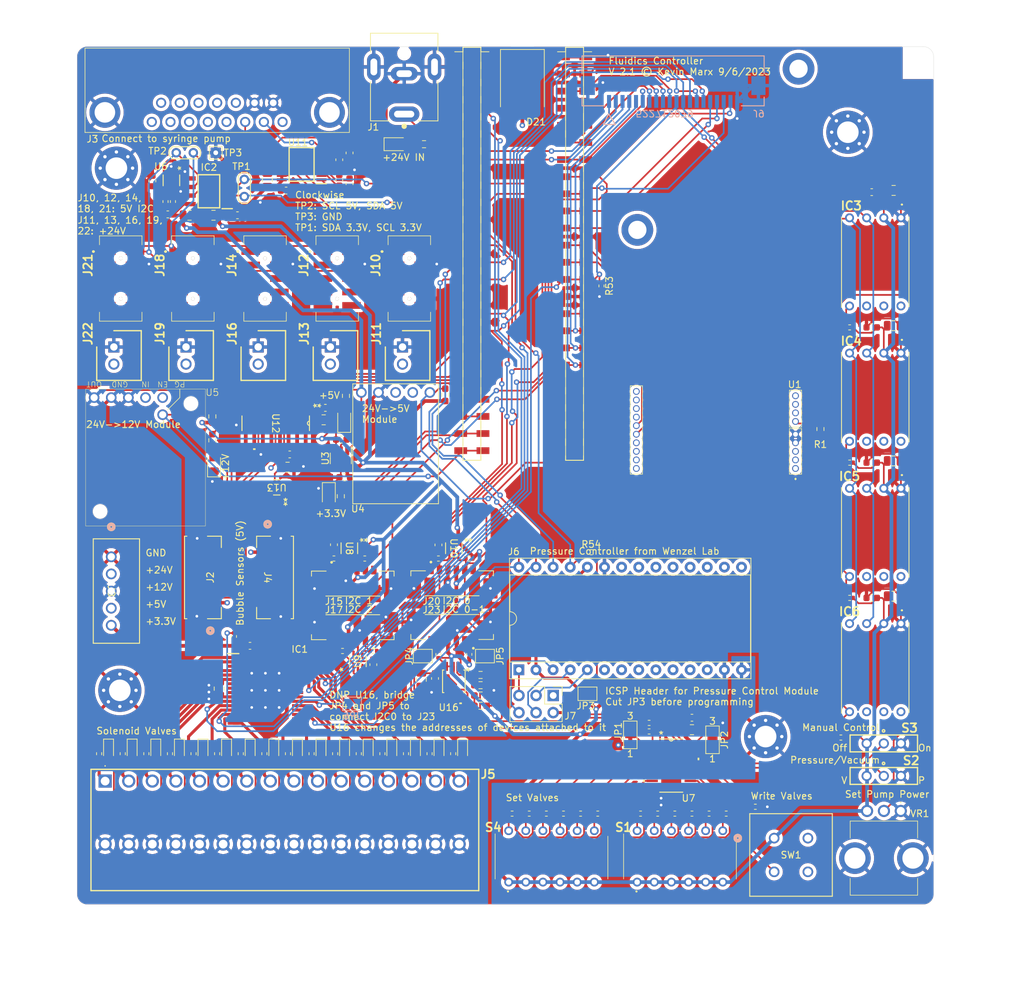
<source format=kicad_pcb>
(kicad_pcb (version 20221018) (generator pcbnew)
  (layers (0 "F.Cu" signal "Front") (1 "In1.Cu" power) (2 "In2.Cu" power) (31 "B.Cu" signal "Back") (34 "B.Paste" user) (35 "F.Paste" user) (36 "B.SilkS" user "B.Silkscreen") (37 "F.SilkS" user "F.Silkscreen") (38 "B.Mask" user) (39 "F.Mask" user) (44 "Edge.Cuts" user))
  (net 0 "")
  (net 1 "+3.3V")
  (net 2 "GND")
  (net 3 "+5V")
  (net 4 "+12V")
  (net 5 "Net-(D2-A)")
  (net 6 "Net-(D3-A)")
  (net 7 "Net-(D4-A)")
  (net 8 "Net-(D6-K)")
  (net 9 "Net-(D7-K)")
  (net 10 "Net-(D8-K)")
  (net 11 "Net-(D9-K)")
  (net 12 "Net-(D10-K)")
  (net 13 "Net-(D11-K)")
  (net 14 "Net-(D12-K)")
  (net 15 "Net-(D13-K)")
  (net 16 "Net-(D14-K)")
  (net 17 "Net-(D15-K)")
  (net 18 "Net-(D16-K)")
  (net 19 "Net-(D17-K)")
  (net 20 "Net-(D18-K)")
  (net 21 "Net-(D19-K)")
  (net 22 "Net-(D20-K)")
  (net 23 "/Solenoid Valves/OUT15")
  (net 24 "/Solenoid Valves/OUT14")
  (net 25 "/VALVES_PWM")
  (net 26 "/Solenoid Valves/OUT13")
  (net 27 "/Solenoid Valves/OUT12")
  (net 28 "/VALVES_~{RST}")
  (net 29 "/SPI_MISO")
  (net 30 "/Solenoid Valves/OUT11")
  (net 31 "/Solenoid Valves/OUT10")
  (net 32 "/SPI_MOSI")
  (net 33 "/Solenoid Valves/OUT9")
  (net 34 "/Solenoid Valves/OUT8")
  (net 35 "/Solenoid Valves/OUT7")
  (net 36 "/Solenoid Valves/OUT6")
  (net 37 "/SPI_~{CS}_VALVES")
  (net 38 "/Solenoid Valves/OUT5")
  (net 39 "/Solenoid Valves/OUT4")
  (net 40 "/SPI_SCK")
  (net 41 "/Solenoid Valves/OUT3")
  (net 42 "/Solenoid Valves/OUT2")
  (net 43 "/Solenoid Valves/OUT1")
  (net 44 "/Solenoid Valves/OUT0")
  (net 45 "/Selector Valves/SCL 5V")
  (net 46 "/Selector Valves/SDA 5V")
  (net 47 "/~{CS}0")
  (net 51 "/~{CS}1")
  (net 55 "/~{CS}2")
  (net 59 "/~{CS}3")
  (net 63 "/Bubble Sensors/Calib 2 5V")
  (net 64 "/Bubble Sensors/2B 5V")
  (net 65 "/Bubble Sensors/2A 5")
  (net 66 "+24V")
  (net 67 "/Syringe Pump/232_TX")
  (net 68 "/Syringe Pump/232_RX")
  (net 69 "/Bubble Sensors/Calib 1 5V")
  (net 70 "/Bubble Sensors/1B 5V")
  (net 71 "/Bubble Sensors/1A 5V")
  (net 86 "Net-(D21-K)")
  (net 87 "/Sensors/SDA_OUT")
  (net 88 "/Sensors/SCL_OUT")
  (net 89 "Net-(JP2-C)")
  (net 90 "Net-(U1-AGND)")
  (net 91 "/Manual Control/SW11")
  (net 92 "/Manual Control/SW10")
  (net 93 "/Manual Control/SW9")
  (net 94 "/Manual Control/SW8")
  (net 95 "/Manual Control/SW7")
  (net 96 "/Manual Control/SW6")
  (net 97 "/Manual Control/SW12")
  (net 98 "/Manual Control/SW5")
  (net 99 "/Manual Control/SW4")
  (net 100 "/Manual Control/SW3")
  (net 101 "/Manual Control/SW2")
  (net 102 "/Manual Control/SW1")
  (net 103 "/Manual Control/SW0")
  (net 104 "/Manual Control/~{RST}_TCA9539")
  (net 105 "/Manual Control/~{INT}_TCA9539")
  (net 106 "/Manual Control/SW13")
  (net 107 "/Manual Control/SW14")
  (net 119 "/UART_RX_DISCPUMP")
  (net 120 "/UART_TX_DISCPUMP")
  (net 124 "unconnected-(U2-0_RX1_CRX2_CS1-Pad2)")
  (net 125 "unconnected-(U2-1_TX1_CTX2_MISO1-Pad3)")
  (net 126 "/GPIO_9")
  (net 127 "unconnected-(U2-3V3-Pad15)")
  (net 128 "/Bubble Sensors/1A 3.3V")
  (net 129 "/Bubble Sensors/1B 3.3V")
  (net 130 "/Bubble Sensors/2A 3.3V")
  (net 131 "/Bubble Sensors/2B 3.3V")
  (net 132 "/Bubble Sensors/Calib 2 3.3V")
  (net 133 "/Bubble Sensors/Calib 1 3.3V")
  (net 134 "/GPIO_8")
  (net 135 "Net-(D1-A)")
  (net 136 "/~{INVALID}_SYRPUMP")
  (net 137 "/GPIO_7")
  (net 138 "Net-(D5-K)")
  (net 139 "/POT_ANALOG")
  (net 140 "/UART_RX_SYRPUMP")
  (net 141 "/UART_TX_SYRPUMP")
  (net 148 "/SDA2")
  (net 149 "/SCL2")
  (net 150 "/SDA1")
  (net 151 "/SCL1")
  (net 152 "Net-(U11-C1+)")
  (net 153 "Net-(U11-C1-)")
  (net 154 "Net-(U11-C2+)")
  (net 155 "Net-(U11-C2-)")
  (net 156 "Net-(U11-V+)")
  (net 157 "Net-(U11-V-)")
  (net 158 "/SPI_~{CS}_PRESS")
  (net 160 "/PG-5V")
  (net 161 "/PG-12V")
  (net 171 "Net-(J6-Pin_1)")
  (net 172 "Net-(J6-Pin_2)")
  (net 181 "Net-(J6-Pin_3)")
  (net 182 "Net-(J6-Pin_4)")
  (net 183 "Net-(J6-Pin_5)")
  (net 199 "/GPIO_6")
  (net 200 "/GPIO_5")
  (net 201 "/GPIO_4")
  (net 202 "/GPIO_3")
  (net 203 "/GPIO_2")
  (net 204 "/GPIO_1")
  (net 205 "/GPIO_0")
  (net 206 "/SCL")
  (net 207 "/SDA")
  (net 227 "Net-(JP1-C)")
  (net 228 "Net-(U16-XORL)")
  (net 229 "Net-(U16-XORH)")
  (net 237 "Net-(IC1-SO)")
  (footprint "LED_SMD:LED_0603_1608Metric_Pad1.05x0.95mm_HandSolder" (layer "F.Cu") (at 64.912 119.888 -90)
    (fp_text reference "D18" hide)
    (fp_text value "LED")
  )
  (footprint "LED_SMD:LED_0805_2012Metric_Pad1.15x1.40mm_HandSolder" (layer "F.Cu") (at 35.052 77.47 90)
    (fp_text reference "D1" hide)
    (fp_text value "LED")
  )
  (footprint "LED_SMD:LED_0603_1608Metric_Pad1.05x0.95mm_HandSolder" (layer "F.Cu") (at 68.412 119.888 -90)
    (fp_text reference "D19" hide)
    (fp_text value "LED")
  )
  (footprint "Capacitor_SMD:C_0805_2012Metric" (layer "F.Cu") (at 135.824 76.962)
    (fp_text reference "C37" hide)
    (fp_text value "1u")
  )
  (footprint "Resistor_SMD:R_0402_1005Metric" (layer "F.Cu") (at 129.3 97.282 180)
    (fp_text reference "R58" hide)
    (fp_text value "4.7k")
  )
  (footprint "LED_SMD:LED_0603_1608Metric_Pad1.05x0.95mm_HandSolder" (layer "F.Cu") (at 29.912 119.888 -90)
    (fp_text reference "D8" hide)
    (fp_text value "LED")
  )
  (footprint "molex_connectors:878321010" (layer "F.Cu") (at 64.01372 49.897 -90)
    (fp_text reference "J10")
    (fp_text value "87832-1010" hide)
  )
  (footprint "analog_devices:SOIC127P600X175-8N" (layer "F.Cu") (at 34.29 36.957 180)
    (fp_text reference "IC2")
    (fp_text value "ADUM1250WSRZ-RL7" hide)
  )
  (footprint "Resistor_SMD:R_0603_1608Metric_Pad0.98x0.95mm_HandSolder" (layer "F.Cu") (at 53.848 82.2015 -90)
    (fp_text reference "R5" hide)
    (fp_text value "3k")
  )
  (footprint "LED_SMD:LED_0603_1608Metric_Pad1.05x0.95mm_HandSolder" (layer "F.Cu") (at 54.412 119.888 -90)
    (fp_text reference "D15" hide)
    (fp_text value "LED")
  )
  (footprint "Resistor_SMD:R_0402_1005Metric" (layer "F.Cu") (at 72.898 105.664 90)
    (fp_text reference "R50" hide)
    (fp_text value "4.7k")
  )
  (footprint "B6B-ZR-SM4-TF:CONN_B6B-ZR-SM4-TF_JST" (layer "F.Cu") (at 33.4035 94.250001 90)
    (fp_text reference "J2")
    (fp_text value "B6B-ZR-SM4-TF")
  )
  (footprint "molex_connectors:SHDR2W64P0X254_1X2_737X660X1181P" (layer "F.Cu") (at 20.19772 60.057 -90)
    (fp_text reference "J22")
    (fp_text value "0705430001" hide)
  )
  (footprint "Capacitor_SMD:C_0805_2012Metric" (layer "F.Cu") (at 31.414 40.513)
    (fp_text reference "C8" hide)
    (fp_text value "1u")
  )
  (footprint "LED_SMD:LED_0603_1608Metric_Pad1.05x0.95mm_HandSolder" (layer "F.Cu") (at 40.412 119.888 -90)
    (fp_text reference "D11" hide)
    (fp_text value "LED")
  )
  (footprint "Resistor_SMD:R_0603_1608Metric_Pad0.98x0.95mm_HandSolder" (layer "F.Cu") (at 34.798 73.905 -90)
    (fp_text reference "R2" hide)
    (fp_text value "20k")
  )
  (footprint "Capacitor_SMD:C_0603_1608Metric" (layer "F.Cu") (at 132.575 37.084 180)
    (fp_text reference "C34" hide)
    (fp_text value "0.1u")
  )
  (footprint "Resistor_SMD:R_0402_1005Metric_Pad0.72x0.64mm_HandSolder" (layer "F.Cu") (at 56.515 120.396 90)
    (fp_text reference "R17" hide)
    (fp_text value "3.3k")
  )
  (footprint "Capacitor_SMD:C_0603_1608Metric" (layer "F.Cu") (at 105.918 115.062)
    (fp_text reference "C10" hide)
    (fp_text value "0.1u")
  )
  (footprint "molex_connectors:878321010" (layer "F.Cu") (at 53.31372 49.897 -90)
    (fp_text reference "J12")
    (fp_text value "87832-1010" hide)
  )
  (footprint "Capacitor_SMD:C_0805_2012Metric" (layer "F.Cu") (at 135.824 36.83)
    (fp_text reference "C39" hide)
    (fp_text value "1u")
  )
  (footprint "Resistor_SMD:R_0402_1005Metric" (layer "F.Cu") (at 52.83 91.44)
    (fp_text reference "R39" hide)
    (fp_text value "10k")
  )
  (footprint "Resistor_SMD:R_0402_1005Metric" (layer "F.Cu") (at 115.318 128.27)
    (fp_text reference "R30" hide)
    (fp_text value "10k")
  )
  (footprint "hexbuf:D16" (layer "F.Cu") (at 44.196 71.374 -90)
    (fp_text reference "U12")
    (fp_text value "CD4050BDR")
  )
  (footprint "Resistor_SMD:R_0402_1005Metric" (layer "F.Cu") (at 99.566 115.824)
    (fp_text reference "R37" hide)
    (fp_text value "10k")
  )
  (footprint "molex_connectors:MOLEX_0533980671" (layer "F.Cu") (at 70.358 93.7705)
    (fp_text reference "J20")
    (fp_text value "0533980671")
  )
  (footprint "Resistor_SMD:R_0402_1005Metric" (layer "F.Cu") (at 58.674 105.156 180)
    (fp_text reference "R41" hide)
    (fp_text value "10k")
  )
  (footprint "Resistor_SMD:R_0402_1005Metric_Pad0.72x0.64mm_HandSolder" (layer "F.Cu") (at 28.515 120.396 90)
    (fp_text reference "R9" hide)
    (fp_text value "3.3k")
  )
  (footprint "Capacitor_SMD:C_0603_1608Metric" (layer "F.Cu") (at 38.526 40.513)
    (fp_text reference "C5" hide)
    (fp_text value "0.1u")
  )
  (footprint "HSCDRRN001BDSA3:HSCDRRN001BDSA3" (layer "F.Cu") (at 136.906 40.894 180)
    (fp_text reference "IC3")
    (fp_text value "HSCDRRN001BDSA3" hide)
  )
  (footprint "Resistor_SMD:R_0402_1005Metric" (layer "F.Cu") (at 79.25 129.286)
    (fp_text reference "R36" hide)
    (fp_text value "10k")
  )
  (footprint "Resistor_SMD:R_0603_1608Metric_Pad0.98x0.95mm_HandSolder" (layer "F.Cu") (at 54.61 67.31 -90)
    (fp_text reference "R3" hide)
    (fp_text value "5.6k")
  )
  (footprint "Resistor_SMD:R_0603_1608Metric_Pad0.98x0.95mm_HandSolder" (layer "F.Cu") (at 69.342 67.1595 90)
    (fp_text reference "R51" hide)
    (fp_text value "47k")
  )
  (footprint "Resistor_SMD:R_0402_1005Metric_Pad0.72x0.64mm_HandSolder" (layer "F.Cu") (at 60.015 120.396 90)
    (fp_text reference "R18" hide)
    (fp_text value "3.3k")
  )
  (footprint "LED_SMD:LED_0603_1608Metric_Pad1.05x0.95mm_HandSolder" (layer "F.Cu") (at 71.912 119.888 -90)
    (fp_text reference "D20" hide)
    (fp_text value "LED")
  )
  (footprint "Capacitor_SMD:C_0603_1608Metric" (layer "F.Cu") (at 55.147 31.267 -90)
    (fp_text reference "C20" hide)
    (fp_text value "0.1u")
  )
  (footprint "Diode_SMD:D_SMC" (layer "F.Cu") (at 80.772 20.828 -90)
    (fp_text reference "D21")
    (fp_text value "B340-13-F")
  )
  (footprint "wurth:450301014042" (layer "F.Cu") (at 136.366 121.698)
    (fp_text reference "S2")
    (fp_text value "450301014042" hide)
  )
  (footprint "molex_connectors:878321010" (layer "F.Cu") (at 31.91372 49.897 -90)
    (fp_text reference "J18")
    (fp_text value "87832-1010" hide)
  )
  (footprint "Resistor_SMD:R_0402_1005Metric_Pad0.72x0.64mm_HandSolder" (layer "F.Cu") (at 53.015 120.396 90)
    (fp_text reference "R16" hide)
    (fp_text value "3.3k")
  )
  (footprint "Resistor_SMD:R_0402_1005Metric" (layer "F.Cu") (at 27.858 38.481 90)
    (fp_text reference "R23" hide)
    (fp_text value "10k")
  )
  (footprint "LED_SMD:LED_0603_1608Metric_Pad1.05x0.95mm_HandSolder" (layer "F.Cu") (at 57.912 119.888 -90)
    (fp_text reference "D16" hide)
    (fp_text value "LED")
  )
  (footprint "Resistor_SMD:R_0402_1005Metric_Pad0.72x0.64mm_HandSolder" (layer "F.Cu") (at 70.515 120.396 90)
    (fp_text reference "R21" hide)
    (fp_text value "3.3k")
  )
  (footprint "Jumper:SolderJumper-3_P1.3mm_Bridged12_Pad1.0x1.5mm_NumberLabels" (layer "F.Cu") (at 96.774 117.602 90)
    (fp_text reference "JP1")
    (fp_text value "SolderJumper_3_Bridged12")
  )
  (footprint "LTC:SOT-6_SC_LIT" (layer "F.Cu") (at 55.118 89.916 -90)
    (fp_text reference "U8")
    (fp_text value "LTC4311CSC6-TRPBF")
  )
  (footprint "MountingHole:MountingHole_3.2mm_M3_Pad_Via" (layer "F.Cu") (at 20.574 33.528)
    (fp_text reference "H2" hide)
    (fp_text value "MountingHole_Pad")
  )
  (footprint "barreljack:CUI_PJ-063AH" (layer "F.Cu") (at 63.246 25.51 90)
    (fp_text reference "J1")
    (fp_text value "PJ-063AH")
  )
  (footprint "teensy4.1:Teensy 4.1" (layer "F.Cu") (at 80.9 46.228)
    (fp_text reference "U2" hide)
    (fp_text value "Teensy4.1")
  )
  (footprint "addresstranslator:MSOP-10_MS_LIT" (layer "F.Cu") (at 70.612 109.65815 -90)
    (fp_text reference "U16")
    (fp_text value "LTC4316CMS-TRPBF")
  )
  (footprint "pushbutton:SW4_D6C90F1LFS_CNK" (layer "F.Cu") (at 118.11 132.922)
    (fp_text reference "SW1")
    (fp_text value "D6C90F1LFS")
  )
  (footprint "molex_connectors:SHDR2W64P0X254_1X2_737X660X1181P" (layer "F.Cu") (at 62.99772 60.057 -90)
    (fp_text reference "J11")
    (fp_text value "0705430001" hide)
  )
  (footprint "Resistor_SMD:R_0402_1005Metric" (layer "F.Cu") (at 111 129.286)
    (fp_text reference "R24" hide)
    (fp_text value "10k")
  )
  (footprint "LTC:SOT-6_SC_LIT" (layer "F.Cu") (at 56.388 106.68 90)
    (fp_text reference "U9")
    (fp_text value "LTC4311CSC6-TRPBF")
  )
  (footprint "Resistor_SMD:R_0402_1005Metric" (layer "F.Cu") (at 92.5 51 -90)
    (fp_text reference "R53")
    (fp_text value "4.7k")
  )
  (footprint "LTC:SOT-6_SC_LIT" (layer "F.Cu") (at 70.612 89.916 -90)
    (fp_text reference "U10")
    (fp_text value "LTC4311CSC6-TRPBF")
  )
  (footprint "Resistor_SMD:R_0402_1005Metric_Pad0.72x0.64mm_HandSolder" (layer "F.Cu") (at 32.015 120.396 90)
    (fp_text reference "R10" hide)
    (fp_text value "3.3k")
  )
  (footprint "molex_connectors:MOLEX_0533980671" (layer "F.Cu") (at 70.358 102.948 180)
    (fp_text reference "J23")
    (fp_text value "0533980671")
  )
  (footprint "Resistor_SMD:R_0402_1005Metric" (layer "F.Cu") (at 128 118 180)
    (fp_text reference "R59" hide)
    (fp_text value "4.7k")
  )
  (footprint "Capacitor_SMD:C_0805_2012Metric" (layer "F.Cu") (at 35.814 110.744 -90)
    (fp_text reference "C4" hide)
    (fp_text value "1u")
  )
  (footprint "Resistor_SMD:R_0402_1005Metric_Pad0.72x0.64mm_HandSolder" (layer "F.Cu") (at 39.015 120.396 90)
    (fp_text reference "R12" hide)
    (fp_text value "3.3k")
  )
  (footprint "Resistor_SMD:R_0402_1005Metric" (layer "F.Cu") (at 108.46 129.286)
    (fp_text reference "R25" hide)
    (fp_text value "10k")
  )
  (footprint "wurth:450301014042" (layer "F.Cu") (at 136.366 116.872)
    (fp_text reference "S3")
    (fp_text value "450301014042" hide)
  )
  (footprint "LED_SMD:LED_0603_1608Metric_Pad1.05x0.95mm_HandSolder" (layer "F.Cu") (at 47.412 119.888 -90)
    (fp_text reference "D13" hide)
    (fp_text value "LED")
  )
  (footprint "LED_SMD:LED_0603_1608Metric_Pad1.05x0.95mm_HandSolder" (layer "F.Cu") (at 22.912 119.888 -90)
    (fp_text reference "D6" hide)
    (fp_text value "LED")
  )
  (footprint "pololu:D24V10FX" (layer "F.Cu") (at 61.976 74.422 -90)
    (fp_text reference "U4")
    (fp_text value "D24V10FX")
  )
  (footprint "MountingHole:MountingHole_3.2mm_M3_Pad_Via" (layer "F.Cu") (at 21.082 110.998)
    (fp_text reference "H4" hide)
    (fp_text value "MountingHole_Pad")
  )
  (footprint "MountingHole:MountingHole_3.2mm_M3_Pad_Via" (layer "F.Cu") (at 129.032 28.194)
    (fp_text reference "H1" hide)
    (fp_text value "MountingHole_Pad")
  )
  (footprint "Resistor_SMD:R_0603_1608Metric_Pad0.98x0.95mm_HandSolder" (layer "F.Cu") (at 74.5725 113.284)
    (fp_text reference "R45" hide)
    (fp_text value "976k")
  )
  (footprint "Capacitor_SMD:C_0603_1608Metric" (layer "F.Cu") (at 132.575 77.216 180)
    (fp_text reference "C32" hide)
    (fp_text value "0.1u")
  )
  (footprint "TestPoint:TestPoint_2Pads_Pitch2.54mm_Drill0.8mm" (layer "F.Cu") (at 31.984 31.242 180)
    (fp_text reference "TP2")
    (fp_text value "TestPoint_2Pole")
  )
  (footprint "Resistor_SMD:R_0402_1005Metric" (layer "F.Cu") (at 91.95 129.286)
    (fp_text reference "R31" hide)
    (fp_text value "10k")
  )
  (footprint "MAX232:SOP65P640X120-16N" (layer "F.Cu") (at 48.035 32.974 180)
    (fp_text reference "U11")
    (fp_text value "MAX3221" hide)
  )
  (footprint "210-6MS:2106MS" (layer "F.Cu") (at 78.74 139.446)
    (fp_text reference "S4")
    (fp_text value "210-6MS" hide)
  )
  (footprint "Resistor_SMD:R_0603_1608Metric_Pad0.98x0.95mm_HandSolder" (layer "F.Cu") (at 74.5725 110.236)
    (fp_text reference "R48" hide)
    (fp_text value "0")
  )
  (footprint "Capacitor_SMD:C_0603_1608Metric" (layer "F.Cu") (at 28.194 40.386 180)
    (fp_text reference "C9" hide)
    (fp_text value "0.1u")
  )
  (footprint "molex_connectors:SHDR2W64P0X254_1X2_737X660X1181P" (layer "F.Cu") (at 30.89772 60.057 -90)
    (fp_text reference "J19")
    (fp_text value "0705430001" hide)
  )
  (footprint "LTC:SOT-6_SC_LIT-L" (layer "F.Cu") (at 28.732001 35.336201 -90)
    (fp_text reference "U6")
    (fp_text value "LTC4311CSC6-TRPBF")
  )
  (footprint "Resistor_SMD:R_0402_1005Metric" (layer "F.Cu") (at 103.38 129.286)
    (fp_text reference "R27" hide)
    (fp_text value "10k")
  )
  (footprint "Capacitor_SMD:C_0603_1608Metric" (layer "F.Cu") (at 53.623 32.283 90)
    (fp_text reference "C17" hide)
    (fp_text value "0.1u")
  )
  (footprint "Capacitor_SMD:C_0603_1608Metric" (layer "F.Cu") (at 52.832 89.395 -90)
    (fp_text reference "C12" hide)
    (fp_text value "0.01u")
  )
  (footprint "Capacitor_SMD:C_0603_1608Metric" (layer "F.Cu") (at 45.736 36.855)
    (fp_text reference "C15" hide)
    (fp_text value "0.1u")
  )
  (footprint "Resistor_SMD:R_0402_1005Metric" (layer "F.Cu") (at 38 103 90)
    (fp_text reference "R55" hide)
    (fp_text value "4.7k")
  )
  (footprint "TTP Ventus:Disc_Pump_Driver_PCB" (layer "F.Cu") (at 109.474 73.754 180)
    (fp_text reference "U1")
    (fp_text value "~" hide)
  )
  (footprint "Capacitor_SMD:C_0805_2012Metric" (layer "F.Cu") (at 42.955 35.265 90)
    (fp_text reference "C18" hide)
    (fp_text value "1u")
  )
  (footprint "Capacitor_SMD:C_0603_1608Metric" (layer "F.Cu") (at 25.908 35.433 90)
    (fp_text reference "C6" hide)
    (fp_text value "0.01u")
  )
  (footprint "Resistor_SMD:R_0402_1005Metric" (layer "F.Cu") (at 90.99 90.5)
    (fp_text reference "R54")
    (fp_text value "4.7k")
  )
  (footprint "Resistor_SMD:R_0402_1005Metric" (layer "F.Cu") (at 99.566 117.094)
    (fp_text reference "R38" hide)
    (fp_text value "10k")
  )
  (footprint "Jumper:SolderJumper-2_P1.3mm_Bridged_Pad1.0x1.5mm" (layer "F.Cu") (at 90.424 111.506 180)
    (fp_text reference "JP3")
    (fp_text value "SolderJumper_2_Bridged")
  )
  (footprint "Resistor_SMD:R_0402_1005Metric" (layer "F.Cu") (at 84.33 129.286)
    (fp_text reference "R34" hide)
    (fp_text value "10k")
  )
  (footprint "Resistor_SMD:R_0402_1005Metric_Pad0.72x0.64mm_HandSolder" (layer "F.Cu") (at 25.015 120.396 90)
    (fp_text reference "R8" hide)
    (fp_text value "3.3k")
  )
  (footprint "Resistor_SMD:R_0402_1005Metric" (layer "F.Cu") (at 89.41 129.286)
    (fp_text reference "R32" hide)
    (fp_text value "10k")
  )
  (footprint "Resistor_SMD:R_0402_1005Metric" (layer "F.Cu") (at 28.956 38.481 90)
    (fp_text reference "R22" hide)
    (fp_text value "10k")
  )
  (footprint "HSCDRRN001BDSA3:HSCDRRN001BDSA3" (layer "F.Cu") (at 136.906 60.96 180)
    (fp_text reference "IC4")
    (fp_text value "HSCDRRN001BDSA3" hide)
  )
  (footprint "Jumper:SolderJumper-2_P1.3mm_Open_TrianglePad1.0x1.5mm" (layer "F.Cu") (at 66.003 105.918)
    (fp_text reference "JP4")
    (fp_text value "SolderJumper_2_Open")
  )
  (footprint "HSCDRRN001BDSA3:HSCDRRN001BDSA3" (layer "F.Cu") (at 136.906 81.026 180)
    (fp_text reference "IC5")
    (fp_text value "HSCDRRN001BDSA3" hide)
  )
  (footprint "TestPoint:TestPoint_2Pads_Pitch2.54mm_Drill0.8mm" (layer "F.Cu") (at 39.542 35.197 -90)
    (fp_text reference "TP1")
    (fp_text value "TestPoint_2Pole")
  )
  (footprint "LED_SMD:LED_0603_1608Metric_Pad1.05x0.95mm_HandSolder" (layer "F.Cu") (at 26.412 119.888 -90)
    (fp_text reference "D7" hide)
    (fp_text value "LED")
  )
  (footprint "TCA9539PWR:PW24" (layer "F.Cu") (at 102.8446 122.155001)
    (fp_text reference "U7")
    (fp_text value "TCA9539PWR")
  )
  (footprint "Resistor_SMD:R_0402_1005Metric" (layer "F.Cu") (at 86.87 129.286)
    (fp_text reference "R33" hide)
    (fp_text value "10k")
  )
  (footprint "Capacitor_SMD:C_0603_1608Metric" (layer "F.Cu") (at 132.575 57.15 180)
    (fp_text reference "C33" hide)
    (fp_text value "0.1u")
  )
  (footprint "Capacitor_SMD:C_0603_1608Metric" (layer "F.Cu") (at 46.275 76)
    (fp_text reference "C22" hide)
    (fp_text value "0.1u")
  )
  (footprint "Capacitor_SMD:C_0805_2012Metric" (layer "F.Cu") (at 105.918 116.84)
    (fp_text reference "C11" hide)
    (fp_text value "1u")
  )
  (footprint "Resistor_SMD:R_0402_1005Metric" (layer "F.Cu") (at 129.3 57.15 180)
    (fp_text reference "R56" hide)
    (fp_text value "4.7k")
  )
  (footprint "210-6MS:2106MS" (layer "F.Cu") (at 97.79 139.446)
    (fp_text reference "S1")
    (fp_text value "210-6MS" hide)
  )
  (footprint "LED_SMD:LED_0603_1608Metric_Pad1.05x0.95mm_HandSolder" (layer "F.Cu") (at 19.412 119.888 -90)
    (fp_text reference "D5" hide)
    (fp_text value "LED")
  )
  (footprint "Resistor_SMD:R_0402_1005Metric" (layer "F.Cu") (at 81.79 129.286)
    (fp_text reference "R35" hide)
    (fp_text value "10k")
  )
  (footprint "LED_SMD:LED_0805_2012Metric_Pad1.15x1.40mm_HandSolder" (layer "F.Cu") (at 62.1265 29.972)
    (fp_text reference "D3" hide)
    (fp_text value "LED")
  )
  (footprint "Capacitor_SMD:C_0805_2012Metric" (layer "F.Cu") (at 34.97 40.513 180)
    (fp_text reference "C7" hide)
    (fp_text value "1u")
  )
  (footprint "Resistor_SMD:R_0603_1608Metric_Pad0.98x0.95mm_HandSolder" (layer "F.Cu") (at 34.798 70.358 90)
    (fp_text reference "R52" hide)
    (fp_text value "47k")
  )
  (footprint "LED_SMD:LED_0603_1608Metric_Pad1.05x0.95mm_HandSolder" (layer "F.Cu") (at 61.412 119.888 -90)
    (fp_text reference "D17" hide)
    (fp_text value "LED")
  )
  (footprint "Capacitor_SMD:C_0805_2012Metric" (layer "F.Cu") (at 45.955 77.890001)
    (fp_text reference "C24" hide)
    (fp_text value "1u")
  )
  (footprint "Capacitor_SMD:C_0603_1608Metric" (layer "F.Cu") (at 53.623 35.331 90)
    (fp_text reference "C16" hide)
    (fp_text value "0.1u")
  )
  (footprint "Jumper:SolderJumper-2_P1.3mm_Open_TrianglePad1.0x1.5mm" (layer "F.Cu") (at 75.221 105.918 180)
    (fp_text reference "JP5")
    (fp_text value "SolderJumper_2_Open")
  )
  (footprint "Resistor_SMD:R_0402_1005Metric_Pad0.72x0.64mm_HandSolder" (layer "F.Cu") (at 42.515 120.396 90)
    (fp_text reference "R13" hide)
    (fp_text value "3.3k")
  )
  (footprint "TestPoint:TestPoint_THTPad_1.5x1.5mm_Drill0.7mm" (layer "F.Cu") (at 35.306 31.242 90)
    (fp_text reference "TP3")
    (fp_text value "TestPoint")
  )
  (footprint "Connector_PinHeader_2.54mm:PinHeader_2x03_P2.54mm_Vertical" (layer "F.Cu") (at 85.344 111.76 -90)
    (fp_text reference "J7")
    (fp_text value "Conn_02x03_Odd_Even")
  )
  (footprint "Capacitor_SMD:C_0805_2012Metric" (layer "F.Cu") (at 65.786 109.408 -90)
    (fp_text reference "C35" hide)
    (fp_text value "1u")
  )
  (footprint "Resistor_SMD:R_0402_1005Metric_Pad0.72x0.64mm_HandSolder" (layer "F.Cu") (at 63.515 120.396 90)
    (fp_text reference "R19" hide)
    (fp_text value "3.3k")
  )
  (footprint "Package_TO_SOT_SMD:SOT-23-5" (layer "F.Cu") (at 53.848 76.5865 -90)
    (fp_text reference "U3")
    (fp_text value "AP7366EA-33W5-7")
  )
  (footprint "Capacitor_SMD:C_0603_1608Metric" (layer "F.Cu") (at 40.386 104.394)
    (fp_text reference "C3" hide)
    (fp_text value "0.1u")
  )
  (footprint "Capacitor_SMD:C_0603_1608Metric" (layer "F.Cu") (at 132.575 97.282 180)
    (fp_text reference "C31" hide)
    (fp_text value "0.1u")
  )
  (footprint "bourns:PTV09A4015FB103" (layer "F.Cu") (at 136.884 128.89 180)
    (fp_text reference "VR1")
    (fp_text value "PTV09A-4020U-B103" hide)
  )
  (footprint "Resistor_SMD:R_0402_1005Metric_Pad0.72x0.64mm_HandSolder" (layer "F.Cu") (at 35.515 120.396 90)
    (fp_text reference "R11" hide)
    (fp_text value "3.3k")
  )
  (footprint "Capacitor_SMD:C_0603_1608Metric" (layer "F.Cu") (at 51.562 69.088 180)
    (fp_text reference "C21" hide)
    (fp_text value "0.1u")
  )
  (footprint "TTP Ventus:Pump Mount" (layer "F.Cu") (at 109.474 30.734 180)
    (fp_text reference "M1" hide)
    (fp_text value "~")
  )
  (footprint "Capacitor_SMD:C_0603_1608Metric" (layer "F.Cu") (at 68.326 89.421 -90)
    (fp_text reference "C14" hide)
    (fp_text value "0.01u")
  )
  (footprint "db15:ADS15AKGT4S" (layer "F.Cu") (at 45.212 26.67 180)
    (fp_text reference "J3")
    (fp_text value "A-DS_15_A_KG-T4S" hide)
  )
  (footprint "Resistor_SMD:R_0402_1005Metric" (layer "F.Cu") (at 98.3 129.286)
    (fp_text reference "R29" hide)
    (fp_text value "10k")
  )
  (footprint "Resistor_SMD:R_0402_1005Metric" (layer "F.Cu") (at 72.9 91.44 180)
    (fp_text reference "R44" hide)
    (fp_text value "10k")
  )
  (footprint "Capacitor_SMD:C_0805_2012Metric" (layer "F.Cu") (at 51.308 70.866 180)
    (fp_text reference "C23" hide)
    (fp_text value "1u")
  )
  (footprint "Capacitor_SMD:C_0603_1608Metric" (layer "F.Cu") (at 58.674 107.188 90)
    (fp_text reference "C13" hide)
    (fp_text value "0.01u")
  )
  (footprint "LED_SMD:LED_0603_1608Metric_Pad1.05x0.95mm_HandSolder" (layer "F.Cu") (at 36.912 119.888 -90)
    (fp_text reference "D10" hide)
    (fp_text value "LED")
  )
  (footprint "molex_connectors:MOLEX_0533980671" (layer "F.Cu") (at 55.626 102.982 180)
    (fp_text reference "J17")
    (fp_text value "0533980671")
  )
  (footprint "0705430004:70543-0039_MOL" (layer "F.Cu") (at 19.812 91.186 -90)
    (fp_text reference "J8")
    (fp_text value "705430039")
  )
  (footprint "Resistor_SMD:R_0402_1005Metric" (layer "F.Cu") (at 129.3 77.216 180)
    (fp_text reference "R57" hide)
    (fp_text value "4.7k")
  )
  (footprint "Resistor_SMD:R_0402_1005Metric" (layer "F.Cu") (at 54.104 105.156)
    (fp_text reference "R42" hide)
    (fp_text value "10k")
  )
  (footprint "molex_connectors:878321010" (layer "F.Cu") (at 42.61372 49.897 -90)
    (fp_text reference "J14")
    (fp_text value "87832-1010" hide)
  )
  (footprint "LED_SMD:LED_0603_1608Metric_Pad1.05x0.95mm_HandSolder" (layer "F.Cu") (at 43.912 119.888 -90)
    (fp_text reference "D12" hide)
    (fp_text value "LED")
  )
  (footprint "Resistor_SMD:R_0402_1005Metric" (layer "F.Cu") (at 68.324 91.44)
    (fp_text reference "R43" hide)
    (fp_text value "10k")
  )
  (footprint "Capacitor_SMD:C_0603_1608Metric" (layer "F.Cu") (at 54.422 79.3805 180)
    (fp_text reference "C2" hide)
    (fp_text value "1u")
  )
  (footprint "LED_SMD:LED_0603_1608Metric_Pad1.05x0.95mm_HandSolder" (layer "F.Cu") (at 50.912 119.888 -90)
    (fp_text reference "D14" hide)
    (fp_text value "LED")
  )
  (footprint "Capacitor_SMD:C_0603_1608Metric" (layer "F.Cu") (at 67.818 109.233 -90)
    (fp_text reference "C30" hide)
    (fp_text value "0.1u")
  )
  (footprint "molex_connectors:SHDR2W64P0X254_1X2_737X660X1181P" (layer "F.Cu") (at 41.59772 60.057 -90)
    (fp_text reference "J16")
    (fp_text value "0705430001" hide)
  )
  (footprint "Resistor_SMD:R_0402_1005Metric" (layer "F.Cu") (at 105.92 129.286)
    (fp_text reference "R26" hide)
    (fp_text value "10k")
  )
  (footprint "Resistor_SMD:R_0603_1608Metric_Pad0.98x0.95mm_HandSolder" (layer "F.Cu") (at 74.5725 108.712)
    (fp_text reference "R46" hide)
    (fp_text value "DNP")
  )
  (footprint "Resistor_SMD:R_0402_1005Metric" (layer "F.Cu") (at 100.84 129.286)
    (fp_text reference "R28" hide)
    (fp_text value "10k")
  )
  (footprint "Resistor_SMD:R_0402_1005Metric_Pad0.72x0.64mm_HandSolder" (layer "F.Cu") (at 46.015 120.396 90)
    (fp_text reference "R14" hide)
    (fp_text value "3.3k")
  )
  (footprint "Capacitor_SMD:C_0603_1608Metric" (layer "F.Cu") (at 55.147 35.839 -90)
    (fp_text reference "C19" hide)
    (fp_text value "0.1u")
  )
  (footprint "Jumper:SolderJumper-3_P1.3mm_Bridged12_Pad1.0x1.5mm_NumberLabels" (layer "F.Cu") (at 108.966 118.334 90)
    (fp_text reference "JP2")
    (fp_text value "SolderJumper_3_Bridged12")
  )
  (footprint "Capacitor_SMD:C_0805_2012Metric" (layer "F.Cu") (at 135.824 97.028)
    (fp_text reference "C36" hide)
    (fp_text value "1u")
  )
  (footprint "D36V28Fx:D36V28Fx" (layer "F.Cu") (at 24.892 76.454 180)
    (fp_text reference "U5")
    (fp_text value "~")
    (fp_circle (center -6.731 8.001) (end -5.6388 8.001) (stroke (width 0.05)) (fill none) (layer "Edge.Cuts"))
    (fp_circle (center 6.731 -8.001) (end 7.8232 -8.001) (stroke (width 0.05)) (fill none) (layer "Edge.Cuts"))
  )
  (footprint "molex_connectors:SHDR2W64P0X254_1X2_737X660X1181P" (layer "F.Cu") (at 52.29772 60.057 -90)
    (fp_text reference "J13")
    (fp_text value "0705430001" hide)
  )
  (footprint "MountingHole:MountingHole_3.2mm_M3_Pad_Via" (layer "F.Cu") (at 116.84 117.856)
    (fp_text reference "H3" hide)
    (fp_text value "MountingHole_Pad")
  )
  (footprint "molex_connectors:878321010" (layer "F.Cu") (at 21.21372 49.897 -90)
    (fp_text reference "J21")
    (fp_text value "87832-1010" hide)
  )
  (footprint "LED_SMD:LED_0603_1608Metric_Pad1.05x0.95mm_HandSolder" (layer "F.Cu") (at 33.412 119.888 -90)
    (fp_text reference "D9" hide)
    (fp_text value "LED")
  )
  (footprint "LED_SMD:LED_0805_2012Metric_Pad1.15x1.40mm_HandSolder" (layer "F.Cu") (at 52.07 82.042 -90)
    (fp_text reference "D4" hide)
    (fp_text value "LED")
  )
  (footprint "molex_connectors:MOLEX_0533980671" (layer "F.Cu") (at 55.626 93.8045)
    (fp_text reference "J15")
    (fp_text value "0533980671")
  )
  (footprint "Resistor_SMD:R_0603_1608Metric_Pad0.98x0.95mm_HandSolder" (layer "F.Cu") (at 74.5725 111.76)
    (fp_text reference "R47" hide)
    (fp_text value "102k")
  )
  (footprint "NXP:SOP65P1030X265-33N" (layer "F.Cu") (at 42.672 110.998)
    (fp_text reference "IC1")
    (fp_text value "MCZ33996EKR2" hide)
  )
  (footprint "Resistor_SMD:R_0402_1005Metric_Pad0.72x0.64mm_HandSolder" (layer "F.Cu") (at 18.015 120.396 90)
    (fp_text reference "R6" hide)
    (fp_text value "3.3k")
  )
  (footprint "TC7PZ17FU:SOT-363   US6_TOS" (layer "F.Cu") (at 44.350999 80.884001 180)
    (fp_text reference "U13")
    (fp_text value "TC7PZ17FU")
  )
  (footprint "HSCDRRN001BDSA3:HSCDRRN001BDSA3" (layer "F.Cu") (at 136.906 101.092 180)
    (fp_text reference "IC6")
    (fp_text value "HSCDRRN001BDSA3" hide)
  )
  (footprint "Resistor_SMD:R_0402_1005Metric" (layer "F.Cu") (at 68.326 105.664 90)
    (fp_text reference "R49" hide)
    (fp_text value "4.7k")
  )
  (footprint "LED_SMD:LED_0805_2012Metric_Pad1.15x1.40mm_HandSolder" (layer "F.Cu") (at 54.356 70.866 90)
    (fp_text reference "D2" hide)
    (fp_text value "LED")
  )
  (footprint "Capacitor_SMD:C_0805_2012Metric" (layer "F.Cu") (at 135.824 56.896)
    (fp_text reference "C38" hide)
    (fp_text value "1u")
  )
  (footprint "Resistor_SMD:R_0603_1608Metric_Pad0.98x0.95mm_HandSolder" (layer "F.Cu") (at 66.1905 29.972 180)
    (fp_text reference "R4" hide)
    (fp_text value "47k")
  )
  (footprint "Package_DIP:DIP-28_W15.24mm_Socket" (layer "F.Cu") (at 80.249 107.955 90)
    (fp_text reference "J6")
    (fp_text value "Conn_02x14_Counter_Clockwise")
  )
  (footprint "Capacitor_SMD:C_0603_1608Metric" (layer "F.Cu") (at 53.914 73.7925)
    (fp_text reference "C1" hide)
    (fp_text value "1u")
  )
  (footprint "Resistor_SMD:R_0402_1005Metric" (layer "F.Cu") (at 57.404 91.44 180)
    (fp_text reference "R40" hide)
    (fp_text value "10k")
  )
  (footprint "Resistor_SMD:R_0603_1608Metric" (layer "F.Cu") (at 124.968 72.23 -90)
    (fp_text reference "R1")
    (fp_text value "0")
  )
  (footprint "phoenix_2:1860280" (layer "F.Cu") (at 18.904 124.46)
    (fp_text reference "J5")
    (fp_text value "1860280" hide)
  )
  (footprint "B6B-ZR-SM4-TF:CONN_B6B-ZR-SM4-TF_JST" (layer "F.Cu") (at 44.0965 94.250001 -90)
    (fp_text reference "J4")
    (fp_text value "B6B-ZR-SM4-TF")
  )
  (footprint "Resistor_SMD:R_0402_1005Metric_Pad0.72x0.64mm_HandSolder" (layer "F.Cu") (at 67.015 120.396 90)
    (fp_text reference "R20" hide)
    (fp_text value "3.3k")
  )
  (footprint "Resistor_SMD:R_0402_1005Metric_Pad0.72x0.64mm_HandSolder" (layer "F.Cu") (at 21.515 120.396 90)
    (fp_text reference "R7" hide)
    (fp_text value "3.3k")
  )
  (footprint "Resistor_SMD:R_0402_1005Metric_Pad0.72x0.64mm_HandSolder" (layer "F.Cu") (at 49.515 120.396 90)
    (fp_text reference "R15" hide)
    (fp_text value "3.3k")
  )
  (footprint "0522712079:CON_522712079_MOL" (layer "B.Cu") (at 103.124 20.574)
    (fp_text reference "J9")
    (fp_text value "522712079")
  )
  (footprint "Jumper:SolderJumper-2_P1.3mm_Open_TrianglePad1.0x1.5mm" (layer "B.Cu") (at 55.5 113)
    (fp_text reference "JP6")
    (fp_text value "SolderJumper_2_Open")
  )
  (gr_line (start 141.75 17) (end 141.75 141.25) (stroke (width 0.0381)) (layer "Edge.Cuts"))
  (gr_arc (start 14.75 17) (mid 15.18934 15.93934) (end 16.25 15.5) (stroke (width 0.0381)) (layer "Edge.Cuts"))
  (gr_arc (start 16.25 142.75) (mid 15.18934 142.31066) (end 14.75 141.25) (stroke (width 0.0381)) (layer "Edge.Cuts"))
  (gr_line (start 140.25 142.75) (end 16.25 142.75) (stroke (width 0.0381)) (layer "Edge.Cuts"))
  (gr_line (start 140.25 15.5) (end 16.25 15.5) (stroke (width 0.0381)) (layer "Edge.Cuts"))
  (gr_arc (start 140.25 15.5) (mid 141.31066 15.93934) (end 141.75 17) (stroke (width 0.0381)) (layer "Edge.Cuts"))
  (gr_line (start 14.75 141.25) (end 14.75 17) (stroke (width 0.0381)) (layer "Edge.Cuts"))
  (gr_arc (start 141.75 141.25) (mid 141.31066 142.31066) (end 140.25 142.75) (stroke (width 0.0381)) (layer "Edge.Cuts"))
  (gr_text "ICSP Header for Pressure Control Module\nCut JP3 before programming" (at 92.964 113.284) (layer "F.SilkS") (effects (font (size 1 1)) (justify left bottom)))
  (gr_text "J10, 12, 14, \n18, 21: 5V I2C" (at 14.732 40.132) (layer "F.SilkS") (effects (font (size 1 1)) (justify left bottom)))
  (gr_text "+24V IN" (at 59.944 32.512) (layer "F.SilkS") (effects (font (size 1 1)) (justify left bottom)))
  (gr_text "Set Valves" (at 78.232 127.508) (layer "F.SilkS") (effects (font (size 1 1)) (justify left bottom)))
  (gr_text "Connect to syringe pump" (at 18.288 29.718) (layer "F.SilkS") (effects (font (size 1 1)) (justify left bottom)))
  (gr_text "Manual Control" (at 122.174 117.094) (layer "F.SilkS") (effects (font (size 1 1)) (justify left bottom)))
  (gr_text "DNP U16, bridge \nJP4 and JP5 to \nconnect I2C0 to J23\nU16 changes the addresses of devices attached to it" (at 52.07 117.094) (layer "F.SilkS") (effects (font (size 1 1)) (justify left bottom)))
  (gr_text "On" (at 139.366 120.122) (layer "F.SilkS") (effects (font (size 1 1)) (justify left bottom)))
  (gr_text "Set Pump Power" (at 128.524 127) (layer "F.SilkS") (effects (font (size 1 1)) (justify left bottom)))
  (gr_text "Off" (at 129.032 120.122) (layer "F.SilkS") (effects (font (size 1 1)) (justify right bottom)))
  (gr_text "GND" (at 24.812 91.186) (layer "F.SilkS") (effects (font (size 1 1)) (justify left bottom)))
  (gr_text "I2C 0" (at 68.834 98.298) (layer "F.SilkS") (effects (font (size 1 1)) (justify left bottom)))
  (gr_text "+5V" (at 50.546 67.818) (layer "F.SilkS") (effects (font (size 1 1)) (justify left bottom)))
  (gr_text "V" (at 129.032 124.948) (layer "F.SilkS") (effects (font (size 1 1)) (justify right bottom)))
  (gr_text "+12V" (at 37.338 80.01 90) (layer "F.SilkS") (effects (font (size 1 1)) (justify left bottom)))
  (gr_text "Write Valves" (at 114.554 127.254) (layer "F.SilkS") (effects (font (size 1 1)) (justify left bottom)))
  (gr_text "I2C 2" (at 54.356 99.568) (layer "F.SilkS") (effects (font (size 1 1)) (justify left bottom)))
  (gr_text "Pressure Controller from Wenzel Lab" (at 81.788 90.932) (layer "F.SilkS") (effects (font (size 1 1)) (justify left bottom)))
  (gr_text "+5V" (at 24.812 98.806) (layer "F.SilkS") (effects (font (size 1 1)) (justify left bottom)))
  (gr_text "Clockwise\nTP2: SCL 5V, SDA 5V\nTP3: GND\nTP1: SDA 3.3V, SCL 3.3V" (at 46.99 42.926) (layer "F.SilkS") (effects (font (size 1 1)) (justify left bottom)))
  (gr_text "24V->12V Module" (at 16.002 72.136) (layer "F.SilkS") (effects (font (size 1 1)) (justify left bottom)))
  (gr_text "Bubble Sensors (5V)" (at 39.5 101.5 90) (layer "F.SilkS") (effects (font (size 1 1)) (justify left bottom)))
  (gr_text "J11, 13, 16, 19, \n22: +24V" (at 14.732 43.434) (layer "F.SilkS") (effects (font (size 1 1)) (justify left bottom)))
  (gr_text "P" (at 139.366 124.948) (layer "F.SilkS") (effects (font (size 1 1)) (justify left bottom)))
  (gr_text "Solenoid Valves" (at 17.526 117.602) (layer "F.SilkS") (effects (font (size 1 1)) (justify left bottom)))
  (gr_text "I2C 0-1" (at 68.834 99.568) (layer "F.SilkS") (effects (font (size 1 1)) (justify left bottom)))
  (gr_text "24V->5V \nModule" (at 56.896 71.374) (layer "F.SilkS") (effects (font (size 1 1)) (justify left bottom)))
  (gr_text "I2C 1" (at 54.356 98.298) (layer "F.SilkS") (effects (font (size 1 1)) (justify left bottom)))
  (gr_text "+3.3V" (at 50.038 85.344) (layer "F.SilkS") (effects (font (size 1 1)) (justify left bottom)))
  (gr_text "+3.3V" (at 24.812 101.346) (layer "F.SilkS") (effects (font (size 1 1)) (justify left bottom)))
  (gr_text "Fluidics Controller\nV 2.1 © Kevin Marx 9/6/2023" (at 93.472 19.812) (layer "F.SilkS") (effects (font (size 1 1)) (justify left bottom)))
  (gr_text "Pressure/Vacuum" (at 120.396 121.92) (layer "F.SilkS") (effects (font (size 1 1)) (justify left bottom)))
  (gr_text "+12V" (at 24.812 96.266) (layer "F.SilkS") (effects (font (size 1 1)) (justify left bottom)))
  (gr_text "+24V" (at 24.812 93.726) (layer "F.SilkS") (effects (font (size 1 1)) (justify left bottom)))
  (segment (start 105.143 115.062) (end 104.968 115.237) (width 0.55) (layer "F.Cu") (net 1))
  (segment (start 96.774 116.302) (end 98.578 116.302) (width 0.55) (layer "F.Cu") (net 1))
  (segment (start 52.258 72.456) (end 51.054 73.66) (width 0.25) (layer "F.Cu") (net 1))
  (segment (start 44.321 36.215) (end 44.961 36.855) (width 0.55) (layer "F.Cu") (net 1))
  (segment (start 53.201 100.955) (end 53.201 97.3045) (width 0.45) (layer "F.Cu") (net 1))
  (segment (start 134.366 77.47) (end 134.874 76.962) (width 0.25) (layer "F.Cu") (net 1))
  (segment (start 57.15 77.216) (end 56.642 77.724) (width 0.55) (layer "F.Cu") (net 1))
  (segment (start 54.468001 88.945999) (end 54.468001 88.110399) (width 0.25) (layer "F.Cu") (net 1))
  (segment (start 76.2 108.712) (end 77.274 109.786) (width 0.25) (layer "F.Cu") (net 1))
  (segment (start 48.641 69.0118) (end 49.3648 68.288) (width 0.25) (layer "F.Cu") (net 1))
  (segment (start 37.052 38.912) (end 40.258 38.912) (width 0.55) (layer "F.Cu") (net 1))
  (segment (start 52.324 105.156) (end 53.594 105.156) (width 0.45) (layer "F.Cu") (net 1))
  (segment (start 37.897 107.423) (end 39.172 107.423) (width 0.45) (layer "F.Cu") (net 1))
  (segment (start 57.914 91.44) (end 57.914 90.2564) (width 0.25) (layer "F.Cu") (net 1))
  (segment (start 132.55 78.016) (end 133.35 77.216) (width 0.25) (layer "F.Cu") (net 1))
  (segment (start 71.261999 88.110399) (end 71.261999 88.945999) (width 0.25) (layer "F.Cu") (net 1))
  (segment (start 54.468001 88.110399) (end 54.543001 88.035399) (width 0.25) (layer "F.Cu") (net 1))
  (segment (start 91.074 113.172) (end 91.694 113.792) (width 0.55) (layer "F.Cu") (net 1))
  (segment (start 75.485 113.585) (end 76.708 114.808) (width 0.25) (layer "F.Cu") (net 1))
  (segment (start 73.41 91.44) (end 73.41 91.094) (width 0.55) (layer "F.Cu") (net 1))
  (segment (start 91.074 111.506) (end 91.074 113.172) (width 0.55) (layer "F.Cu") (net 1))
  (segment (start 77.615 138.321) (end 78.74 139.446) (width 0.55) (layer "F.Cu") (net 1))
  (segment (start 93.98 111.506) (end 101.346 111.506) (width 0.55) (layer "F.Cu") (net 1))
  (segment (start 69.342 68.072) (end 66.294 68.072) (width 0.55) (layer "F.Cu") (net 1))
  (segment (start 45.097 35.249) (end 45.097 34.599) (width 0.45) (layer "F.Cu") (net 1))
  (segment (start 101.346 111.506) (end 104.902 115.062) (width 0.55) (layer "F.Cu") (net 1))
  (segment (start 134.366 57.404) (end 134.112 57.15) (width 0.25) (layer "F.Cu") (net 1))
  (segment (start 71.186999 88.035399) (end 71.261999 88.110399) (width 0.25) (layer "F.Cu") (net 1))
  (segment (start 93.301335 117.518665) (end 89.324665 117.518665) (width 0.55) (layer "F.Cu") (net 1))
  (segment (start 104.902 115.062) (end 105.143 115.062) (width 0.55) (layer "F.Cu") (net 1))
  (segment (start 39.611 104.394) (end 38.884 104.394) (width 0.45) (layer "F.Cu") (net 1))
  (segment (start 70.037001 88.035399) (end 71.186999 88.035399) (width 0.25) (layer "F.Cu") (net 1))
  (segment (start 57.914 89.406) (end 58.674 88.646) (width 0.25) (layer "F.Cu") (net 1))
  (segment (start 54.493 105.801) (end 55.738001 107.046001) (width 0.25) (layer "F.Cu") (net 1))
  (segment (start 45.097 34.599) (end 46.0845 34.599) (width 0.25) (layer "F.Cu") (net 1))
  (segment (start 55.8876 108.560601) (end 56.962999 108.560601) (width 0.25) (layer "F.Cu") (net 1))
  (segment (start 104.968 116.84) (end 104.968 117.884002) (width 0.55) (layer "F.Cu") (net 1))
  (segment (start 57.037999 108.485601) (end 57.037999 107.650001) (width 0.25) (layer "F.Cu") (net 1))
  (segment (start 35.814 41.656) (end 36.322 42.164) (width 0.55) (layer "F.Cu") (net 1))
  (segment (start 42.955 36.215) (end 44.321 36.215) (width 0.55) (layer "F.Cu") (net 1))
  (segment (start 53.201 97.3045) (end 56.251 94.2545) (width 0.45) (layer "F.Cu") (net 1))
  (segment (start 56.642 77.724) (end 54.798 77.724) (width 0.55) (layer "F.Cu") (net 1))
  (segment (start 56.251 94.2545) (end 56.251 93.1545) (width 0.45) (layer "F.Cu") (net 1))
  (segment (start 69.962001 88.110399) (end 70.037001 88.035399) (width 0.25) (layer "F.Cu") (net 1))
  (segment (start 52.337 69.088) (end 52.337 70.787) (width 0.25) (layer "F.Cu") (net 1))
  (segment (start 70.983 95.133) (end 70.983 93.1205) (width 0.55) (layer "F.Cu") (net 1))
  (segment (start 33.274 71.2705) (end 34.798 71.2705) (width 0.55) (layer "F.Cu") (net 1))
  (segment (start 55.001 101.737) (end 55.001 103.632) (width 0.55) (layer "F.Cu") (net 1))
  (segment (start 35.92 40.513) (end 35.814 40.619) (width 0.55) (layer "F.Cu") (net 1))
  (segment (start 56.962999 108.560601) (end 57.037999 108.485601) (width 0.25) (layer "F.Cu") (net 1))
  (segment (start 35.814 40.619) (end 35.814 41.656) (width 0.55) (layer "F.Cu") (net 1))
  (segment (start 134.366 37.338) (end 134.112 37.084) (width 0.25) (layer "F.Cu") (net 1))
  (segment (start 132.55 98.082) (end 133.35 97.282) (width 0.25) (layer "F.Cu") (net 1))
  (segment (start 57.914 90.2564) (end 57.914 89.406) (width 0.25) (layer "F.Cu") (net 1))
  (segment (start 76.2 113.284) (end 75.485 113.284) (width 0.25) (layer "F.Cu") (net 1))
  (segment (start 98.578 116.302) (end 99.056 115.824) (width 0.55) (layer "F.Cu") (net 1))
  (segment (start 96.774 116.302) (end 94.518 116.302) (width 0.55) (layer "F.Cu") (net 1))
  (segment (start 46.0845 34.599) (end 46.1595 34.524) (width 0.25) (layer "F.Cu") (net 1))
  (segment (start 45.097 35.439) (end 44.321 36.215) (width 0.45) (layer "F.Cu") (net 1))
  (segment (start 71.2624 87.0104) (end 71.2624 88.945999) (width 0.55) (layer "F.Cu") (net 1))
  (segment (start 129.81 57.15) (end 130.61 57.95) (width 0.25) (layer "F.Cu") (net 1))
  (segment (start 35.92 39.944) (end 37.002 38.862) (width 0.55) (layer "F.Cu") (net 1))
  (segment (start 91.824 110.756) (end 91.074 111.506) (width 0.25) (layer "F.Cu") (net 1))
  (segment (start 39.611 104.394) (end 40.511 103.494) (width 0.45) (layer "F.Cu") (net 1))
  (segment (start 130.61 98.082) (end 132.55 98.082) (width 0.25) (layer "F.Cu") (net 1))
  (segment (start 37.002 38.862) (end 37.052 38.912) (width 0.55) (layer "F.Cu") (net 1))
  (segment (start 57.914 90.2564) (end 55.767999 88.110399) (width 0.25) (layer "F.Cu") (net 1))
  (segment (start 67.526 91.152) (end 67.814 91.44) (width 0.25) (layer "F.Cu") (net 1))
  (segment (start 40.258 38.912) (end 42.955 36.215) (width 0.55) (layer "F.Cu") (net 1))
  (segment (start 58.361001 107.650001) (end 58.674 107.963) (width 0.25) (layer "F.Cu") (net 1))
  (segment (start 77.274 112.21) (end 76.2 113.284) (width 0.25) (layer "F.Cu") (net 1))
  (segment (start 37.751 40.513) (end 35.92 40.513) (width 0.25) (layer "F.Cu") (net 1))
  (segment (start 59.474 107.163) (end 59.474 105.446) (width 0.25) (layer "F.Cu") (net 1))
  (segment (start 106.666171 118.580002) (end 105.664 118.580002) (width 0.25) (layer "F.Cu") (net 1))
  (segment (start 40.511 103.494) (end 50.662 103.494) (width 0.45) (layer "F.Cu") (net 1))
  (segment (start 65.786 108.458) (end 67.818 108.458) (width 0.25) (layer "F.Cu") (net 1))
  (segment (start 108.966 117.034) (end 108.212173 117.034) (width 0.25) (layer "F.Cu") (net 1))
  (segment (start 69.733 100.246528) (end 69.733 103.598) (width 0.55) (layer "F.Cu") (net 1))
  (segment (start 71.12 86.868) (end 71.2624 87.0104) (width 0.55) (layer "F.Cu") (net 1))
  (segment (start 53.594 105.156) (end 53.643462 105.156) (width 0.25) (layer "F.Cu") (net 1))
  (segment (start 46.0845 32.649) (end 45.097 32.649) (width 0.25) (layer "F.Cu") (net 1))
  (segment (start 134.366 57.404) (end 134.874 56.896) (width 0.25) (layer "F.Cu") (net 1))
  (segment (start 104.968 117.884002) (end 105.661201 118.577203) (width 0.55) (layer "F.Cu") (net 1))
  (segment (start 134.366 101.092) (end 134.366 97.536) (width 0.25) (layer "F.Cu") (net 1))
  (segment (start 52.032 91.152) (end 52.32 91.44) (width 0.25) (layer "F.Cu") (net 1))
  (segment (start 130.61 57.95) (end 132.55 57.95) (width 0.25) (layer "F.Cu") (net 1))
  (segment (start 77.615 129.22833) (end 77.615 138.321) (width 0.55) (layer "F.Cu") (net 1))
  (segment (start 54.798 78.9815) (end 55.197 79.3805) (width 0.55) (layer "F.Cu") (net 1))
  (segment (start 52.258 70.866) (end 52.258 72.456) (width 0.25) (layer "F.Cu") (net 1))
  (segment (start 49.3648 68.288) (end 51.537 68.288) (width 0.25) (layer "F.Cu") (net 1))
  (segment (start 39.172 107.423) (end 39.611 106.984) (width 0.45) (layer "F.Cu") (net 1))
  (segment (start 134.366 97.536) (end 134.112 97.282) (width 0.25) (layer "F.Cu") (net 1))
  (segment (start 54.142002 88.62) (end 54.468001 88.945999) (width 0.25) (layer "F.Cu") (net 1))
  (segment (start 57.037999 107.650001) (end 58.361001 107.650001) (width 0.25) (layer "F.Cu") (net 1))
  (segment (start 55.197 79.3805) (end 55.197 79.94) (width 0.55) (layer "F.Cu") (net 1))
  (segment (start 70.983 95.133) (end 70.983 98.996528) (width 0.55) (layer "F.Cu") (net 1))
  (segment (start 129.81 77.216) (end 130.61 78.016) (width 0.25) (layer "F.Cu") (net 1))
  (segment (start 52.032 89.42) (end 52.032 91.152) (width 0.25) (layer "F.Cu") (net 1))
  (segment (start 73.41 91.094) (end 71.261999 88.945999) (width 0.55) (layer "F.Cu") (net 1))
  (segment (start 59.474 105.446) (end 59.184 105.156) (width 0.25) (layer "F.Cu") (net 1))
  (segment (start 91.5 90.5) (end 91.824 90.824) (width 0.25) (layer "F.Cu") (net 1))
  (segment (start 134.366 81.026) (end 134.366 77.47) (width 0.25) (layer "F.Cu") (net 1))
  (segment (start 51.537 68.288) (end 52.337 69.088) (width 0.25) (layer "F.Cu") (net 1))
  (segment (start 54.798 77.724) (end 54.798 78.9815) (width 0.55) (layer "F.Cu") (net 1))
  (segment (start 50.662 103.494) (end 52.324 105.156) (width 0.45) (layer "F.Cu") (net 1))
  (segment (start 52.832 88.62) (end 54.142002 88.62) (width 0.25) (layer "F.Cu") (net 1))
  (segment (start 67.526 89.446) (end 67.526 91.152) (width 0.25) (layer "F.Cu") (net 1))
  (segment (start 46.1595 34.524) (end 46.1595 32.724) (width 0.25) (layer "F.Cu") (net 1))
  (segment (start 52.337 70.787) (end 52.258 70.866) (width 0.25) (layer "F.Cu") (net 1))
  (segment (start 55.197 79.94) (end 53.848 81.289) (width 0.55) (layer "F.Cu") (net 1))
  (segment (start 89.324665 117.518665) (end 77.615 129.22833) (width 0.55) (layer "F.Cu") (net 1))
  (segment (start 75.485 113.284) (end 75.485 113.585) (width 0.25) (layer "F.Cu") (net 1))
  (segment (start 130.61 78.016) (end 132.55 78.016) (width 0.25) (layer "F.Cu") (net 1))
  (segment (start 68.326 106.174) (end 68.34324 106.174) (width 0.25) (layer "F.Cu") (net 1))
  (segment (start 134.112 77.216) (end 133.35 77.216) (width 0.25) (layer "F.Cu") (net 1))
  (segment (start 70.11162 107.442) (end 69.61124 107.442) (width 0.25) (layer "F.Cu") (net 1))
  (segment (start 67.818 108.458) (end 68.59524 108.458) (width 0.25) (layer "F.Cu") (net 1))
  (segment (start 130.954 118) (end 131.826 118.872) (width 0.25) (layer "F.Cu") (net 1))
  (segment (start 39.611 106.984) (end 39.611 104.394) (width 0.45) (layer "F.Cu") (net 1))
  (segment (start 70.262019 105.927495) (end 69.733 105.398476) (width 0.55) (layer "F.Cu") (net 1))
  (segment (start 72.898 106.174) (end 72.898 107.188) (width 0.55) (layer "F.Cu") (net 1))
  (segment (start 69.962001 88.945999) (end 69.962001 88.110399) (width 0.25) (layer "F.Cu") (net 1))
  (segment (start 74.422 90.424) (end 73.41 91.436) (width 0.55) (layer "F.Cu") (net 1))
  (segment (start 105.661201 118.577203) (end 105.664 118.577203) (width 0.55) (layer "F.Cu") (net 1))
  (segment (start 75.485 108.712) (end 76.2 108.712) (width 0.25) (layer "F.Cu") (net 1))
  (segment (start 38.884 104.394) (end 38 103.51) (width 0.45) (layer "F.Cu") (net 1))
  (segment (start 134.112 97.282) (end 133.35 97.282) (width 0.25) (layer "F.Cu") (net 1))
  (segment (start 46.1595 32.724) (end 46.0845 32.649) (width 0.25) (layer "F.Cu") (net 1))
  (segment (start 68.59524 108.458) (end 69.61124 107.442) (width 0.25) (layer "F.Cu") (net 1))
  (segment (start 58.674 107.963) (end 59.474 107.163) (width 0.25) (layer "F.Cu") (net 1))
  (segment (start 50.662 103.494) (end 53.201 100.955) (width 0.45) (layer "F.Cu") (net 1))
  (segment (start 128.51 118) (end 130.954 118) (width 0.25) (layer "F.Cu") (net 1))
  (segment (start 55.767999 88.110399) (end 55.767999 88.945999) (width 0.25) (layer "F.Cu") (net 1))
  (segment (start 98.578 116.302) (end 98.578 116.616) (width 0.55) (layer "F.Cu") (net 1))
  (segment (start 69.733 105.398476) (end 69.733 103.598) (width 0.55) (layer "F.Cu") (net 1))
  (segment (start 22.86 104.394) (end 39.611 104.394) (width 0.55) (layer "F.Cu") (net 1))
  (segment (start 68.34324 106.174) (end 69.61124 107.442) (width 0.25) (layer "F.Cu") (net 1))
  (segment (start 53.643462 105.156) (end 54.288462 105.801) (width 0.25) (layer "F.Cu") (net 1))
  (segment (start 71.186999 88.035399) (end 71.186999 86.934999) (width 0.25) (layer "F.Cu") (net 1))
  (segment (start 70.015514 106.174) (end 68.326 106.174) (width 0.25) (layer "F.Cu") (net 1))
  (segment (start 91.694 113.792) (end 93.98 111.506) (width 0.55) (layer "F.Cu") (net 1))
  (segment (start 54.288462 105.801) (end 54.493 105.801) (width 0.25) (layer "F.Cu") (net 1))
  (segment (start 35.92 40.513) (end 35.92 39.944) (width 0.55) (layer "F.Cu") (net 1))
  (segment (start 77.274 109.786) (end 77.274 112.21) (width 0.25) (layer "F.Cu") (net 1))
  (segment (start 54.543001 88.035399) (end 55.692999 88.035399) (width 0.25) (layer "F.Cu") (net 1))
  (segment (start 134.366 41.022) (end 134.366 37.338) (width 0.25) (layer "F.Cu") (net 1))
  (segment (start 68.326 88.646) (end 67.526 89.446) (width 0.25) (layer "F.Cu") (net 1))
  (segment (start 70.262019 105.927495) (end 70.015514 106.174) (width 0.25) (layer "F.Cu") (net 1))
  (segment (start 104.968 115.237) (end 104.968 116.84) (width 0.55) (layer "F.Cu") (net 1))
  (segment (start 98.578 116.616) (end 99.056 117.094) (width 0.55) (layer "F.Cu") (net 1))
  (segment (start 91.824 90.824) (end 91.824 110.756) (width 0.25) (layer "F.Cu") (net 1))
  (segment (start 19.812 101.346) (end 22.86 104.394) (width 0.55) (layer "F.Cu") (net 1))
  (segment (start 55.692999 88.035399) (end 55.767999 88.110399) (width 0.25) (layer "F.Cu") (net 1))
  (segment (start 94.518 116.302) (end 93.301335 117.518665) (width 0.55) (layer "F.Cu") (net 1))
  (segment (start 55.738001 108.411002) (end 55.8876 108.560601) (width 0.25) (layer "F.Cu") (net 1))
  (segment (start 69.885602 87.884) (end 69.088 87.884) (width 0.25) (layer "F.Cu") (net 1))
  (segment (start 108.212173 117.034) (end 106.666171 118.580002) (width 0.25) (layer "F.Cu") (net 1))
  (segment (start 71.186999 86.934999) (end 71.12 86.868) (width 0.25) (layer "F.Cu") (net 1))
  (segment (start 134.366 77.47) (end 134.112 77.216) (width 0.25) (layer "F.Cu") (net 1))
  (segment (start 70.983 98.996528) (end 69.733 100.246528) (width 0.55) (layer "F.Cu") (net 1))
  (segment (start 134.112 37.084) (end 133.35 37.084) (width 0.25) (layer "F.Cu") (net 1))
  (segment (start 134.112 57.15) (end 133.35 57.15) (width 0.25) (layer "F.Cu") (net 1))
  (segment (start 132.55 57.95) (end 133.35 57.15) (width 0.25) (layer "F.Cu") (net 1))
  (segment (start 55.738001 107.650001) (end 55.738001 108.411002) (width 0.25) (layer "F.Cu") (net 1))
  (segment (start 134.366 97.536) (end 134.874 97.028) (width 0.25) (layer "F.Cu") (net 1))
  (segment (start 54.864 101.6) (end 55.001 101.737) (width 0.55) (layer "F.Cu") (net 1))
  (segment (start 45.097 35.249) (end 45.097 35.439) (width 0.45) (layer "F.Cu") (net 1))
  (segment (start 134.366 60.96) (end 134.366 57.404) (width 0.25) (layer "F.Cu") (net 1))
  (segment (start 129.81 97.282) (end 130.61 98.082) (width 0.25) (layer "F.Cu") (net 1))
  (segment (start 134.366 37.338) (end 134.874 36.83) (width 0.25) (layer "F.Cu") (net 1))
  (segment (start 69.088 87.884) (end 68.326 88.646) (width 0.25) (layer "F.Cu") (net 1))
  (segment (start 73.41 91.436) (end 73.41 91.44) (width 0.55) (layer "F.Cu") (net 1))
  (segment (start 55.738001 107.046001) (end 55.738001 107.650001) (width 0.25) (layer "F.Cu") (net 1))
  (segment (start 52.832 88.62) (end 52.032 89.42) (width 0.25) (layer "F.Cu") (net 1))
  (segment (start 70.037001 88.035399) (end 69.885602 87.884) (width 0.25) (layer "F.Cu") (net 1))
  (segment (start 66.294 68.072) (end 57.15 77.216) (width 0.55) (layer "F.Cu") (net 1))
  (via (at 91.694 113.792) (size 0.8) (drill 0.4) (layers "F.Cu" "B.Cu") (net 1))
  (via (at 71.12 86.868) (size 0.8) (drill 0.4) (layers "F.Cu" "B.Cu") (net 1))
  (via (at 70.983 95.133) (size 0.8) (drill 0.4) (layers "F.Cu" "B.Cu") (net 1))
  (via (at 74.422 90.424) (size 0.8) (drill 0.4) (layers "F.Cu" "B.Cu") (net 1))
  (via (at 51.054 73.66) (size 0.8) (drill 0.4) (layers "F.Cu" "B.Cu") (net 1))
  (via (at 33.274 71.2705) (size 0.8) (drill 0.4) (layers "F.Cu" "B.Cu") (net 1))
  (via (at 89.324665 117.518665) (size 0.8) (drill 0.4) (layers "F.Cu" "B.Cu") (net 1))
  (via (at 76.708 114.808) (size 0.8) (drill 0.4) (layers "F.Cu" "B.Cu") (net 1))
  (via (at 57.15 77.216) (size 0.8) (drill 0.4) (layers "F.Cu" "B.Cu") (net 1))
  (via (at 56.388 94.234) (size 0.8) (drill 0.4) (layers "F.Cu" "B.Cu") (net 1))
  (via (at 72.898 107.188) (size 0.8) (drill 0.4) (layers "F.Cu" "B.Cu") (net 1))
  (via (at 70.262019 105.927495) (size 0.8) (drill 0.4) (layers "F.Cu" "B.Cu") (net 1))
  (via (at 36.322 42.164) (size 0.8) (drill 0.4) (layers "F.Cu" "B.Cu") (net 1))
  (via (at 58.674 88.646) (size 0.8) (drill 0.4) (layers "F.Cu" "B.Cu") (net 1))
  (via (at 54.864 101.6) (size 0.8) (drill 0.4) (layers "F.Cu" "B.Cu") (net 1))
  (segment (start 91.694 115.316) (end 91.694 113.792) (width 0.55) (layer "B.Cu") (net 1))
  (segment (start 57.15 77.216) (end 66.007437 77.216) (width 0.55) (layer "B.Cu") (net 1))
  (segment (start 70.262019 105.927495) (end 70.262019 108.362019) (width 0.55) (layer "B.Cu") (net 1))
  (segment (start 135.7705 62.3645) (end 134.366 60.96) (width 0.55) (layer "B.Cu") (net 1))
  (segment (start 44.958 42.164) (end 58.166 55.372) (width 0.55) (layer "B.Cu") (net 1))
  (segment (start 135.5015 99.9565) (end 135.5015 82.1615) (width 0.55) (layer "B.Cu") (net 1))
  (segment (start 58.166 55.372) (end 58.166 76.2) (width 0.55) (layer "B.Cu") (net 1))
  (segment (start 131.826 118.872) (end 132.9615 117.7365) (width 0.55) (layer "B.Cu") (net 1))
  (segment (start 135.7705 79.6215) (end 135.7705 62.3645) (width 0.55) (layer "B.Cu") (net 1))
  (segment (start 74.422 90.424) (end 74.422 91.694) (width 0.55) (layer "B.Cu") (net 1))
  (segment (start 110.49 139.446) (end 111.586 139.446) (width 0.55) (layer "B.Cu") (net 1))
  (segment (start 68.817718 80.026282) (end 60.198 88.646) (width 0.55) (layer "B.Cu") (net 1))
  (segment (start 89.491335 117.518665) (end 91.694 115.316) (width 0.55) (layer "B.Cu") (net 1))
  (segment (start 122.142 128.89) (end 131.884 128.89) (width 0.55) (layer "B.Cu") (net 1))
  (segment (start 131.884 118.93) (end 131.826 118.872) (width 0.55) (layer "B.Cu") (net 1))
  (segment (start 89.324665 117.518665) (end 89.491335 117.518665) (width 0.55) (layer "B.Cu") (net 1))
  (segment (start 135.5015 82.1615) (end 134.366 81.026) (width 0.55) (layer "B.Cu") (net 1))
  (segment (start 58.166 76.2) (end 57.15 77.216) (width 0.55) (layer "B.Cu") (net 1))
  (segment (start 118.11 132.922) (end 122.142 128.89) (width 0.55) (layer "B.Cu") (net 1))
  (segment (start 134.366 81.026) (end 135.7705 79.6215) (width 0.55) (layer "B.Cu") (net 1))
  (segment (start 35.6635 73.66) (end 33.274 71.2705) (width 0.25) (layer "B.Cu") (net 1))
  (segment (start 60.198 88.646) (end 58.674 88.646) (width 0.55) (layer "B.Cu") (net 1))
  (segment (start 79.418665 117.518665) (end 77.525 115.625) (width 0.55) (layer "B.Cu") (net 1))
  (segment (start 78.74 139.446) (end 91.44 139.446) (width 0.55) (layer "B.Cu") (net 1))
  (segment (start 89.324665 117.518665) (end 79.418665 117.518665) (width 0.55) (layer "B.Cu") (net 1))
  (segment (start 60.198 91.44) (end 57.404 94.234) (width 0.55) (layer "B.Cu") (net 1))
  (segment (start 132.9615 117.7365) (end 132.9615 102.4965) (width 0.55) (layer "B.Cu") (net 1))
  (segment (start 57.15 77.216) (end 53.594 73.66) (width 0.55) (layer "B.Cu") (net 1))
  (segment (start 68.817718 80.026282) (end 71.12 82.328563) (width 0.55) (layer "B.Cu") (net 1))
  (segment (start 57.404 94.234) (end 56.388 94.234) (width 0.55) (layer "B.Cu") (net 1))
  (segment (start 132.9615 102.4965) (end 133.604 101.854) (width 0.55) (layer "B.Cu") (net 1))
  (segment (start 135.7705 42.4265) (end 134.366 41.022) (width 0.55) (layer "B.Cu") (net 1))
  (segment (start 111.586 139.446) (end 118.11 132.922) (width 0.55) (layer "B.Cu") (net 1))
  (segment (start 70.262019 108.362019) (end 77.525 115.625) (width 0.55) (layer "B.Cu") (net 1))
  (segment (start 71.12 82.328563) (end 71.12 86.868) (width 0.55) (layer "B.Cu") (net 1))
  (segment (start 71.637495 105.927495) (end 72.898 107.188) (width 0.55) (layer "B.Cu") (net 1))
  (segment (start 135.7705 59.5555) (end 135.7705 42.4265) (width 0.55) (layer "B.Cu") (net 1))
  (segment (start 51.054 73.66) (end 35.6635 73.66) (width 0.25) (layer "B.Cu") (net 1))
  (segment (start 77.525 115.625) (end 76.708 114.808) (width 0.55) (layer "B.Cu") (net 1))
  (segment (start 60.198 96.266) (end 60.198 91.44) (width 0.55) (layer "B.Cu") (net 1))
  (segment (start 60.198 91.44) (end 60.198 88.646) (width 0.55) (layer "B.Cu") (net 1))
  (segment (start 53.594 73.66) (end 51.054 73.66) (width 0.55) (layer "B.Cu") (net 1))
  (segment (start 131.884 128.89) (end 131.884 118.93) (width 0.55) (layer "B.Cu") (net 1))
  (segment (start 36.322 42.164) (end 44.958 42.164) (width 0.55) (layer "B.Cu") (net 1))
  (segment (start 134.366 60.96) (end 135.7705 59.5555) (width 0.55) (layer "B.Cu") (net 1))
  (segment (start 91.44 139.446) (end 110.49 139.446) (width 0.55) (layer "B.Cu") (net 1))
  (segment (start 133.604 101.854) (end 134.366 101.092) (width 0.55) (layer "B.Cu") (net 1))
  (segment (start 133.604 101.854) (end 135.5015 99.9565) (width 0.55) (layer "B.Cu") (net 1))
  (segment (start 70.262019 105.927495) (end 71.637495 105.927495) (width 0.55) (layer "B.Cu") (net 1))
  (segment (start 54.864 101.6) (end 60.198 96.266) (width 0.55) (layer "B.Cu") (net 1))
  (segment (start 74.422 91.694) (end 70.983 95.133) (width 0.55) (layer "B.Cu") (net 1))
  (segment (start 66.007437 77.216) (end 68.817718 80.026282) (width 0.55) (layer "B.Cu") (net 1))
  (segment (start 24.958 37.912) (end 27.419 40.373) (width 0.55) (layer "F.Cu") (net 2))
  (segment (start 136.774 56.896) (end 136.906 57.028) (width 0.25) (layer "F.Cu") (net 2))
  (segment (start 30.734 34.208) (end 31.578 35.052) (width 0.25) (layer "F.Cu") (net 2))
  (segment (start 90.678 19.558) (end 93.472 16.764) (width 0.25) (layer "F.Cu") (net 2))
  (segment (start 108.97 132.33) (end 109.441 132.801) (width 0.25) (layer "F.Cu") (net 2))
  (segment (start 58.407 106.68) (end 58.674 106.413) (width 0.25) (layer "F.Cu") (net 2))
  (segment (start 45.392399 80.884001) (end 44.983048 80.884001) (width 0.254) (layer "F.Cu") (net 2))
  (segment (start 39.301 41.471) (end 39.301 40.513) (width 0.55) (layer "F.Cu") (net 2))
  (segment (start 55.118 88.945999) (end 55.118 89.916) (width 0.25) (layer "F.Cu") (net 2))
  (segment (start 86.87 19.558) (end 90.17 19.558) (width 0.25) (layer "F.Cu") (net 2))
  (segment (start 29.134 37.084) (end 29.998656 37.084) (width 0.25) (layer "F.Cu") (net 2))
  (segment (start 46.736 47.752) (end 44.88372 47.752) (width 0.25) (layer "F.Cu") (net 2))
  (segment (start 27.419 40.373) (end 27.419 40.386) (width 0.55) (layer "F.Cu") (net 2))
  (segment (start 29.998656 37.084) (end 30.102754 36.979902) (width 0.25) (layer "F.Cu") (net 2))
  (segment (start 135.724 35.78) (end 136.774 36.83) (width 0.25) (layer "F.Cu") (net 2))
  (segment (start 47.447 110.673) (end 42.997 110.673) (width 0.45) (layer "F.Cu") (net 2))
  (segment (start 101.346 129.282) (end 101.35 129.286) (width 0.25) (layer "F.Cu") (net 2))
  (segment (start 107.046141 132.801) (end 108.499 132.801) (width 0.25) (layer "F.Cu") (net 2))
  (segment (start 38.032 33.968) (end 35.306 31.242) (width 0.55) (layer "F.Cu") (net 2))
  (segment (start 36.068 47.752) (end 34.18372 47.752) (width 0.25) (layer "F.Cu") (net 2))
  (segment (start 70.983 102.245) (end 71.12 102.108) (width 0.25) (layer "F.Cu") (net 2))
  (segment (start 79.76 129.286) (end 79.76 131.684859) (width 0.25) (layer "F.Cu") (net 2))
  (segment (start 101.35 132.33) (end 101.35 129.286) (width 0.25) (layer "F.Cu") (net 2))
  (segment (start 52.832 90.17) (end 53.086 89.916) (width 0.25) (layer "F.Cu") (net 2))
  (segment (start 67.746 18.51) (end 70.138 18.51) (width 0.55) (layer "F.Cu") (net 2))
  (segment (start 66.3785 110.358) (end 65.786 110.358) (width 0.25) (layer "F.Cu") (net 2))
  (segment (start 68.326 90.196) (end 68.665401 89.856599) (width 0.25) (layer "F.Cu") (net 2))
  (segment (start 55.118 90.886001) (end 55.118 93.0375) (width 0.25) (layer "F.Cu") (net 2))
  (segment (start 104.506141 132.801) (end 105.813859 132.801) (width 0.25) (layer "F.Cu") (net 2))
  (segment (start 136.906 77.094) (end 136.774 76.962) (width 0.25) (layer "F.Cu") (net 2))
  (segment (start 94.996 119.126) (end 96.55 119.126) (width 0.25) (layer "F.Cu") (net 2))
  (segment (start 41.697 111.973) (end 42.672 110.998) (width 0.45) (layer "F.Cu") (net 2))
  (segment (start 70.537 89.856599) (end 70.612 89.781599) (width 0.25) (layer "F.Cu") (net 2))
  (segment (start 76.5495 110.998) (end 76.247 110.998) (width 0.25) (layer "F.Cu") (net 2))
  (segment (start 70.983 103.598) (end 70.983 102.245) (width 0.25) (layer "F.Cu") (net 2))
  (segment (start 100.879 132.801) (end 101.35 132.33) (width 0.25) (layer "F.Cu") (net 2))
  (segment (start 48.2196 70.866) (end 50.358 70.866) (width 0.25) (layer "F.Cu") (net 2))
  (segment (start 89.449 132.801) (end 89.92 132.33) (width 0.25) (layer "F.Cu") (net 2))
  (segment (start 55.947 33.715) (end 55.88 33.782) (width 0.25) (layer "F.Cu") (net 2))
  (segment (start 53.848 79.1795) (end 53.647 79.3805) (width 0.25) (layer "F.Cu") (net 2))
  (segment (start 30.734 34.036) (end 30.734 34.208) (width 0.25) (layer "F.Cu") (net 2))
  (segment (start 46.609999 77.890001) (end 46.905 77.890001) (width 0.254) (layer "F.Cu") (net 2))
  (segment (start 86.87 52.578) (end 90.17 52.578) (width 0.25) (layer "F.Cu") (net 2))
  (segment (start 101.346 127) (end 101.346 128.016) (width 0.25) (layer "F.Cu") (net 2))
  (segment (start 45.097 33.949) (end 43.321 33.949) (width 0.25) (layer "F.Cu") (net 2))
  (segment (start 46.101 73.7362) (end 46.101 72.9846) (width 0.25) (layer "F.Cu") (net 2))
  (segment (start 133.104 55.846) (end 131.8 57.15) (width 0.25) (layer "F.Cu") (net 2))
  (segment (start 43.647 110.023) (end 42.672 110.998) (width 0.45) (layer "F.Cu") (net 2))
  (segment (start 36.093 111.973) (end 35.814 111.694) (width 0.45) (layer "F.Cu") (net 2))
  (segment (start 69.733 94.996) (end 69.733 93.1205) (width 0.25) (layer "F.Cu") (net 2))
  (segment (start 46.101 75.051) (end 46.101 73.7362) (width 0.25) (layer "F.Cu") (net 2))
  (segment (start 101.346 125.984) (end 101.346 127) (width 0.25) (layer "F.Cu") (net 2))
  (segment (start 98.81 132.184859) (end 98.81 129.286) (width 0.25) (layer "F.Cu") (net 2))
  (segment (start 85.456141 132.801) (end 86.763859 132.801) (width 0.25) (layer "F.Cu") (net 2))
  (segment (start 50.358 69.517) (end 50.787 69.088) (width 0.25) (layer "F.Cu") (net 2))
  (segment (start 67.31 111.2895) (end 67.818 110.7815) (width 0.25) (layer "F.Cu") (net 2))
  (segment (start 42.662 34.022) (end 42.955 34.315) (width 0.55) (layer "F.Cu") (net 2))
  (segment (start 106.43 132.184859) (end 107.046141 132.801) (width 0.25) (layer "F.Cu") (net 2))
  (segment (start 136.774 97.028) (end 136.906 97.16) (width 0.25) (layer "F.Cu") (net 2))
  (segment (start 47.05 76) (end 46.101 75.051) (width 0.25) (layer "F.Cu") (net 2))
  (segment (start 106.693 115.062) (end 106.693 116.665) (width 0.55) (layer "F.Cu") (net 2))
  (segment (start 54.58875 94.742) (end 55.001 94.32975) (width 0.25) (layer "F.Cu") (net 2))
  (segment (start 56.388 105.709999) (end 56.388 103.769) (width 0.25) (layer "F.Cu") (net 2))
  (segment (start 71.61276 106.48593) (end 71.61276 107.442) (width 0.25) (layer "F.Cu") (net 2))
  (segment (start 44.758 38.608) (end 46.511 36.855) (width 0.55) (layer "F.Cu") (net 2))
  (segment (start 52.605 36.881) (end 50.973 35.249) (width 0.25) (layer "F.Cu") (net 2))
  (segment (start 44.646299 80.547252) (end 44.646299 79.853701) (width 0.254) (layer "F.Cu") (net 2))
  (segment (start 103.89 132.184859) (end 103.89 129.286) (width 0.25) (layer "F.Cu") (net 2))
  (segment (start 47.164 75.886) (end 47.05 76) (width 0.25) (layer "F.Cu") (net 2))
  (segment (start 55.947 33.849) (end 55.947 35.814) (width 0.25) (layer "F.Cu") (net 2))
  (segment (start 34.02 41.639437) (end 35.419563 43.039) (width 0.55) (layer "F.Cu") (net 2))
  (segment (start 108.97 132.33) (end 108.97 129.286) (width 0.25) (layer "F.Cu") (net 2))
  (segment (start 136.774 36.83) (end 136.906 36.962) (width 0.25) (layer "F.Cu") (net 2))
  (segment (start 115.828 128.27) (end 117.094 128.27) (width 0.25) (layer "F.Cu") (net 2))
  (segment (start 23.48372 47.752) (end 23.33872 47.897) (width 0.25) (layer "F.Cu") (net 2))
  (segment (start 37.897 110.673) (end 42.347 110.673) (width 0.45) (layer "F.Cu") (net 2))
  (segment (start 87.996141 132.801) (end 89.449 132.801) (width 0.25) (layer "F.Cu") (net 2))
  (segment (start 57.404 47.752) (end 55.58372 47.752) (width 0.25) (layer "F.Cu") (net 2))
  (segment (start 111.51 132.184859) (end 111.51 129.286) (width 0.25) (layer "F.Cu") (net 2))
  (segment (start 30.326 43.293) (end 32.366437 43.293) (width 0.55) (layer "F.Cu") (net 2))
  (segment (start 44.983048 80.884001) (end 44.646299 80.547252) (width 0.254) (layer "F.Cu") (net 2))
  (segment (start 53.086 89.916) (end 55.118 89.916) (width 0.25) (layer "F.Cu") (net 2))
  (segment (start 42.672 105.905) (end 42.672 110.998) (width 0.45) (layer "F.Cu") (net 2))
  (segment (start 76.247 110.998) (end 75.485 110.236) (width 0.25) (layer "F.Cu") (net 2))
  (segment (start 106.693 116.665) (end 106.868 116.84) (width 0.55) (layer "F.Cu") (net 2))
  (segment (start 54.689 73.7925) (end 53.848 74.6335) (width 0.25) (layer "F.Cu") (net 2))
  (segment (start 60.521 22.235) (end 63.246 19.51) (width 0.55) (layer "F.Cu") (net 2))
  (segment (start 92.46 132.184859) (end 93.076141 132.801) (width 0.25) (layer "F.Cu") (net 2))
  (segment (start 32.364 40.513) (end 34.02 40.513) (width 0.55) (layer "F.Cu") (net 2))
  (segment (start 42.347 110.673) (end 42.672 110.998) (width 0.45) (layer "F.Cu") (net 2))
  (segment (start 61.1015 29.972) (end 60.521 29.3915) (width 0.55) (layer "F.Cu") (net 2))
  (segment (start 40.005 40.513) (end 39.301 40.513) (width 0.55) (layer "F.Cu") (net 2))
  (segment (start 110.266 119.634) (end 108.966 119.634) (width 0.55) (layer "F.Cu") (net 2))
  (segment (start 98.81 132.184859) (end 99.426141 132.801) (width 0.25) (layer "F.Cu") (net 2))
  (segment (start 110.49 119.41) (end 110.266 119.634) (width 0.55) (layer "F.Cu") (net 2))
  (segment (start 37.897 111.323) (end 40.315 111.323) (width 0.45) (layer "F.Cu") (net 2))
  (segment (start 24.958 35.608) (end 24.958 37.912) (width 0.55) (layer "F.Cu") (net 2))
  (segment (start 99.426141 132.801) (end 100.879 132.801) (width 0.25) (layer "F.Cu") (net 2))
  (segment (start 55.001 94.32975) (end 55.001 93.1545) (width 0.25) (layer "F.Cu") (net 2))
  (segment (start 93.076141 132.801) (end 98.193859 132.801) (width 0.25) (layer "F.Cu") (net 2))
  (segment (start 87.38 132.184859) (end 87.996141 132.801) (width 0.25) (layer "F.Cu") (net 2))
  (segment (start 41.161 104.394) (end 42.672 105.905) (width 0.45) (layer "F.Cu") (net 2))
  (segment (start 53.647 79.3805) (end 53.647 79.44) (width 0.25) (layer "F.Cu") (net 2))
  (segment (start 69.733 92.421601) (end 70.612 91.542601) (width 0.25) (layer "F.Cu") (net 2))
  (segment (start 28.702 33.274) (end 28.702 34.386999) (width 0.25) (layer "F.Cu") (net 2))
  (segment (start 103.89 132.184859) (end 104.506141 132.801) (width 0.25) (layer "F.Cu") (net 2))
  (segment (start 42.997 110.673) (end 42.672 110.998) (width 0.45) (layer "F.Cu") (net 2))
  (segment (start 101.092 125.73) (end 101.346 125.984) (width 0.25) (layer "F.Cu") (net 2))
  (segment (start 136.774 97.028) (end 135.724 95.978) (width 0.25) (layer "F.Cu") (net 2))
  (segment (start 37.897 111.973) (end 41.697 111.973) (width 0.45) (layer "F.Cu") (net 2))
  (segment (start 50.546 81.026) (end 52.061 81.026) (width 0.55) (layer "F.Cu") (net 2))
  (segment (start 133.104 35.78) (end 135.724 35.78) (width 0.25) (layer "F.Cu") (net 2))
  (segment (start 68.665401 89.856599) (end 70.537 89.856599) (width 0.25) (layer "F.Cu") (net 2))
  (segment (start 55.58372 47.752) (end 55.43872 47.897) (width 0.25) (layer "F.Cu") (net 2))
  (segment (start 56.388 103.769) (end 56.251 103.632) (width 0.25) (layer "F.Cu") (net 2))
  (segment (start 55.118 93.0375) (end 55.001 93.1545) (width 0.25) (layer "F.Cu") (net 2))
  (segment (start 47.447 110.023) (end 43.647 110.023) (width 0.45) (layer "F.Cu") (net 2))
  (segment (start 56.642 102.108) (end 56.251 102.499) (width 0.25) (layer "F.Cu") (net 2))
  (segment (start 70.983 105.85617) (end 71.61276 106.48593) (width 0.25) (layer "F.Cu") (net 2))
  (segment (start 25.908 34.658) (end 24.958 35.608) (width 0.55) (layer "F.Cu") (net 2))
  (segment (start 28.702 34.386999) (end 28.732001 34.417) (width 0.25) (layer "F.Cu") (net 2))
  (segment (start 101.35 132.33) (end 101.821 132.801) (width 0.25) (layer "F.Cu") (net 2))
  (segment (start 50.358 70.866) (end 50.358 69.517) (width 0.25) (layer "F.Cu") (net 2))
  (segment (start 54.689 72.224) (end 54.356 71.891) (width 0.25) (layer "F.Cu") (net 2))
  (segment (start 84.84 132.184859) (end 85.456141 132.801) (width 0.25) (layer "F.Cu") (net 2))
  (segment (start 67.31 111.2895) (end 66.3785 110.358) (width 0.25) (layer "F.Cu") (net 2))
  (segment (start 55.947 35.814) (end 55.147 36.614) (width 0.25) (layer "F.Cu") (net 2))
  (segment (start 105.813859 132.801) (end 106.43 132.184859) (width 0.25) (layer "F.Cu") (net 2))
  (segment (start 53.848 74.6335) (end 53.848 75.449) (width 0.25) (layer "F.Cu") (net 2))
  (segment (start 60.521 29.3915) (end 60.521 22.235) (width 0.55) (layer "F.Cu") (net 2))
  (segment (start 96.55 119.126) (end 96.774 118.902) (width 0.25) (layer "F.Cu") (net 2))
  (segment (start 103.273859 132.801) (end 103.89 132.184859) (width 0.25) (layer "F.Cu") (net 2))
  (segment (start 133.104 95.978) (end 131.8 97.282) (width 0.25) (layer "F.Cu") (net 2))
  (segment (start 89.92 132.33) (end 90.391 132.801) (width 0.25) (layer "F.Cu") (net 2))
  (segment (start 90.17 52.578) (end 92.202 52.578) (width 0.25) (layer "F.Cu") (net 2))
  (segment (start 46.101 72.9846) (end 48.2196 70.866) (width 0.25) (layer "F.Cu") (net 2))
  (segment (start 84.84 132.184859) (end 84.84 129.286) (width 0.25) (layer "F.Cu") (net 2))
  (segment (start 34.18372 47.752) (end 34.03872 47.897) (width 0.25) (layer "F.Cu") (net 2))
  (segment (start 68.072 47.752) (end 66.28372 47.752) (width 0.25) (layer "F.Cu") (net 2))
  (segment (start 89.92 132.33) (end 89.92 129.286) (width 0.25) (layer "F.Cu") (net 2))
  (segment (start 136.906 97.16) (end 136.906 101.092) (width 0.25) (layer "F.Cu") (net 2))
  (segment (start 56.388 106.68) (end 58.407 106.68) (width 0.25) (layer "F.Cu") (net 2))
  (segment (start 43.321 33.949) (end 42.955 34.315) (width 0.25) (layer "F.Cu") (net 2))
  (segment (start 101.346 128.016) (end 101.346 129.282) (width 0.25) (layer "F.Cu") (net 2))
  (segment (start 27.419 40.386) (end 30.326 43.293) (width 0.55) (layer "F.Cu") (net 2))
  (segment (start 109.728 115.062) (end 110.49 115.824) (width 0.55) (layer "F.Cu") (net 2))
  (segment (start 92.46 132.184859) (end 92.46 129.286) (width 0.25) (layer "F.Cu") (net 2))
  (segment (start 53.848 75.449) (end 53.848 79.1795) (width 0.25) (layer "F.Cu") (net 2))
  (segment (start 84.223859 132.801) (end 84.84 132.184859) (width 0.25) (layer "F.Cu") (net 2))
  (segment (start 100.0252 125.73) (end 101.092 125.73) (width 0.25) (layer "F.Cu") (net 2))
  (segment (start 34.798 80.01) (end 34.798 78.495) (width 0.25) (layer "F.Cu") (net 2))
  (segment (start 52.061 81.026) (end 52.07 81.017) (width 0.55) (layer "F.Cu") (net 2))
  (segment (start 135.724 55.846) (end 133.104 55.846) (width 0.25) (layer "F.Cu") (net 2))
  (segment (start 67.818 110.7815) (end 67.818 110.008) (width 0.25) (layer "F.Cu") (net 2))
  (segment (start 98.193859 132.801) (end 98.81 132.184859) (width 0.25) (layer "F.Cu") (net 2))
  (segment (start 82.3 132.184859) (end 82.916141 132.801) (width 0.25) (layer "F.Cu") (net 2))
  (segment (start 109.441 132.801) (end 110.893859 132.801) (width 0.25) (layer "F.Cu") (net 2))
  (segment (start 76.247 110.998) (end 75.485 111.76) (width 0.25) (layer "F.Cu") (net 2))
  (segment (start 54.689 73.7925) (end 54.689 72.224) (width 0.25) (layer "F.Cu") (net 2))
  (segment (start 79.76 131.684859) (end 80.876141 132.801) (width 0.25) (layer "F.Cu") (net 2))
  (segment (start 54.88 36.881) (end 52.605 36.881) (width 0.25) (layer "F.Cu") (net 2))
  (segment (start 55.947 32.842) (end 55.947 33.715) (width 0.25) (layer "F.Cu") (net 2))
  (segment (start 47.447 111.323) (end 42.997 111.323) (width 0.45) (layer "F.Cu") (net 2))
  (segment (start 136.906 57.028) (end 136.906 60.96) (width 0.25) (layer "F.Cu") (net 2))
  (segment (start 28.732001 36.255402) (end 28.732001 36.682001) (width 0.25) (layer "F.Cu") (net 2))
  (segment (start 110.893859 132.801) (end 111.51 132.184859) (width 0.25) (layer "F.Cu") (net 2))
  (segment (start 56.251 102.499) (end 56.251 103.632) (width 0.25) (layer "F.Cu") (net 2))
  (segment (start 44.646299 79.853701) (end 46.609999 77.890001) (width 0.254) (layer "F.Cu") (net 2))
  (segment (start 81.683859 132.801) (end 82.3 132.184859) (width 0.25) (layer "F.Cu") (net 2))
  (segment (start 37.002 35.052) (end 38.032 34.022) (width 0.55) (layer "F.Cu") (net 2))
  (segment (start 32.366437 43.293) (end 34.02 41.639437) (width 0.55) (layer "F.Cu") (net 2))
  (segment (start 38.032 34.022) (end 38.032 33.968) (width 0.55) (layer "F.Cu") (net 2))
  (segment (start 131.8 37.084) (end 133.104 35.78) (width 0.25) (layer "F.Cu") (net 2))
  (segment (start 101.821 132.801) (end 103.273859 132.801) (width 0.25) (layer "F.Cu") (net 2))
  (segment (start 25.4 47.752) (end 23.48372 47.752) (width 0.25) (layer "F.Cu") (net 2))
  (segment (start 82.3 132.184859) (end 82.3 129.286) (width 0.25) (layer "F.Cu") (net 2))
  (segment (start 135.724 75.912) (end 133.104 75.912) (width 0.25) (layer "F.Cu") (net 2))
  (segment (start 90.17 19.558) (end 90.678 19.558) (width 0.25) (layer "F.Cu") (net 2))
  (segment (start 71.63 17.018) (end 74.93 17.018) (width 0.25) (layer "F.Cu") (net 2))
  (segment (start 91.843859 132.801) (end 92.46 132.184859) (width 0.25) (layer "F.Cu") (net 2))
  (segment (start 34.02 41.639437) (end 34.02 40.513) (width 0.55) (layer "F.Cu") (net 2))
  (segment (start 37.733 43.039) (end 39.301 41.471) (width 0.55) (layer "F.Cu") (net 2))
  (segment (start 56.388 106.68) (end 56.388 107.650001) (width 0.25) (layer "F.Cu") (net 2))
  (segment (start 66.28372 47.752) (end 66.13872 47.897) (width 0.25) (layer "F.Cu") (net 2))
  (segment (start 40.315 111.323) (end 40.64 110.998) (width 0.45) (layer "F.Cu") (net 2))
  (segment (start 55.118 89.916) (end 55.118 90.886001) (width 0.25) (layer "F.Cu") (net 2))
  (segment (start 136.906 81.026) (end 136.906 77.094) (width 0.25) (layer "F.Cu") (net 2))
  (segment (start 90.391 132.801) (end 91.843859 132.801) (width 0.25) (layer "F.Cu") (net 2))
  (segment (start 86.763859 132.801) (end 87.38 132.184859) (width 0.25) (layer "F.Cu") (net 2))
  (segment (start 56.388 105.709999) (end 56.388 106.68) (width 0.25) (layer "F.Cu") (net 2))
  (segment (start 46.905 76.145) (end 47.05 76) (width 0.25) (layer "F.Cu") (net 2))
  (segment (start 136.774 56.896) (end 135.724 55.846) (width 0.25) (layer "F.Cu") (net 2))
  (segment (start 80.876141 132.801) (end 81.683859 132.801) (width 0.25) (layer "F.Cu") (net 2))
  (segment (start 70.612 89.931599) (end 70.612 90.886001) (width 0.25) (layer "F.Cu") (net 2))
  (segment (start 47.082999 77.778) (end 47.05 77.745001) (width 0.25) (layer "F.Cu") (net 2))
  (segment (start 110.49 115.824) (end 110.49 119.41) (width 0.55) (layer "F.Cu") (net 2))
  (segment (start 136.906 36.962) (end 136.906 41.022) (width 0.25) (layer "F.Cu") (net 2))
  (segment (start 53.647 79.44) (end 52.07 81.017) (width 0.25) (layer "F.Cu") (net 2))
  (segment (start 55.88 33.782) (end 55.947 33.849) (width 0.25) (layer "F.Cu") (net 2))
  (segment (start 108.499 132.801) (end 108.97 132.33) (width 0.25) (layer "F.Cu") (net 2))
  (segment (start 69.733 93.1205) (end 69.733 92.421601) (width 0.25) (layer "F.Cu") (net 2))
  (segment (start 70.983 103.598) (end 70.983 105.85617) (width 0.25) (layer "F.Cu") (net 2))
  (segment (start 70.537 89.856599) (end 70.612 89.931599) (width 0.25) (layer "F.Cu") (net 2))
  (segment (start 55.147 32.042) (end 55.947 32.842) (width 0.25) (layer "F.Cu") (net 2))
  (segment (start 35.419563 43.039) (end 37.733 43.039) (width 0.55) (layer "F.Cu") (net 2))
  (segment (start 87.38 132.184859) (end 87.38 129.286) (width 0.25) (layer "F.Cu") (net 2))
  (segment (start 46.905 77.890001) (end 46.905 76.145) (width 0.25) (layer "F.Cu") (net 2))
  (segment (start 37.897 110.023) (end 41.697 110.023) (width 0.45) (layer "F.Cu") (net 2))
  (segment (start 43.647 111.973) (end 42.672 110.998) (width 0.45) (layer "F.Cu") (net 2))
  (segment (start 41.91 38.608) (end 44.758 38.608) (width 0.55) (layer "F.Cu") (net 2))
  (segment (start 55.147 36.614) (end 54.88 36.881) (width 0.25) (layer "F.Cu") (net 2))
  (segment (start 133.104 75.912) (end 131.8 77.216) (width 0.25) (layer "F.Cu") (net 2))
  (segment (start 70.612 91.542601) (end 70.612 90.886001) (width 0.25) (layer "F.Cu") (net 2))
  (segment (start 28.732001 36.682001) (end 29.134 37.084) (width 0.25) (layer "F.Cu") (net 2))
  (segment (start 47.447 111.973) (end 43.647 111.973) (width 0.45) (layer "F.Cu") (net 2))
  (segment (start 47.017001 77.778) (end 46.905 77.890001) (width 0.25) (layer "F.Cu") (net 2))
  (segment (start 37.897 111.973) (end 36.093 111.973) (width 0.45) (layer "F.Cu") (net 2))
  (segment (start 70.612 89.781599) (end 70.612 88.945999) (width 0.25) (layer "F.Cu") (net 2))
  (segment (start 42.997 111.323) (end 42.672 110.998) (width 0.45) (layer "F.Cu") (net 2))
  (segment (start 136.774 76.962) (end 135.724 75.912) (width 0.25) (layer "F.Cu") (net 2))
  (segment (start 135.724 95.978) (end 133.104 95.978) (width 0.25) (layer "F.Cu") (net 2))
  (segment (start 44.88372 47.752) (end 44.73872 47.897) (width 0.25) (layer "F.Cu") (net 2))
  (segment (start 70.138 18.51) (end 71.63 17.018) (width 0.55) (layer "F.Cu") (net 2))
  (segment (start 106.693 115.062) (end 109.728 115.062) (width 0.55) (layer "F.Cu") (net 2))
  (segment (start 41.91 38.608) (end 40.005 40.513) (width 0.55) (layer "F.Cu") (net 2))
  (segment (start 82.916141 132.801) (end 84.223859 132.801) (width 0.25) (layer "F.Cu") (net 2))
  (segment (start 41.697 110.023) (end 42.672 110.998) (width 0.45) (layer "F.Cu") (net 2))
  (segment (start 38.032 34.022) (end 42.662 34.022) (width 0.55) (layer "F.Cu") (net 2))
  (segment (start 106.43 132.184859) (end 106.43 129.286) (width 0.25) (layer "F.Cu") (net 2))
  (via (at 25.4 47.752) (size 0.8) (drill 0.4) (layers "F.Cu" "B.Cu") (net 2))
  (via (at 40.64 108.458) (size 0.8) (drill 0.4) (layers "F.Cu" "B.Cu") (net 2))
  (via (at 42.672 110.998) (size 0.8) (drill 0.4) (layers "F.Cu" "B.Cu") (net 2))
  (via (at 42 76) (size 0.8) (drill 0.4) (layers "F.Cu" "B.Cu") (net 2))
  (via (at 36.068 47.752) (size 0.8) (drill 0.4) (layers "F.Cu" "B.Cu") (net 2))
  (via (at 67.31 111.2895) (size 0.8) (drill 0.4) (layers "F.Cu" "B.Cu") (net 2))
  (via (at 93.472 16.764) (size 0.8) (drill 0.4) (layers "F.Cu" "B.Cu") (net 2))
  (via (at 92.71 20.828) (size 0.8) (drill 0.4) (layers "F.Cu" "B.Cu") (net 2))
  (via (at 57.404 47.752) (size 0.8) (drill 0.4) (layers "F.Cu" "B.Cu") (net 2))
  (via (at 30.102754 36.979902) (size 0.8) (drill 0.4) (layers "F.Cu" "B.Cu") (net 2))
  (via (at 44.704 110.998) (size 0.8) (drill 0.4) (layers "F.Cu" "B.Cu") (net 2))
  (via (at 101.346 127) (size 0.8) (drill 0.4) (layers "F.Cu" "B.Cu") (net 2))
  (via (at 56.642 102.108) (size 0.8) (drill 0.4) (layers "F.Cu" "B.Cu") (net 2))
  (via (at 55.88 33.782) (size 0.8) (drill 0.4) (layers "F.Cu" "B.Cu") (net 2))
  (via (at 112.624019 26.162) (size 0.8) (drill 0.4) (layers "F.Cu" "B.Cu") (net 2))
  (via (at 92.202 52.578) (size 0.8) (drill 0.4) (layers "F.Cu" "B.Cu") (net 2))
  (via (at 49.951 95.9045) (size 0.8) (drill 0.4) (layers "F.Cu" "B.Cu") (net 2))
  (via (at 42.672 108.458) (size 0.8) (drill 0.4) (layers "F.Cu" "B.Cu") (net 2))
  (via (at 41.91 38.608) (size 0.8) (drill 0.4) (layers "F.Cu" "B.Cu") (net 2))
  (via (at 117.094 128.27) (size 0.8) (drill 0.4) (layers "F.Cu" "B.Cu") (net 2))
  (via (at 69.733 94.996) (size 0.8) (drill 0.4) (layers "F.Cu" "B.Cu") (net 2))
  (via (at 44.704 113.538) (size 0.8) (drill 0.4) (layers "F.Cu" "B.Cu") (net 2))
  (via (at 64.683 95.8705) (size 0.8) (drill 0.4) (layers "F.Cu" "B.Cu") (net 2))
  (via (at 60.530607 100.111607) (size 0.8) (drill 0.4) (layers "F.Cu" "B.Cu") (net 2))
  (via (at 49.951 100.882) (size 0.8) (drill 0.4) (layers "F.Cu" "B.Cu") (net 2))
  (via (at 40.64 110.998) (size 0.8) (drill 0.4) (layers "F.Cu" "B.Cu") (net 2))
  (via (at 101.346 128.016) (size 0.8) (drill 0.4) (layers "F.Cu" "B.Cu") (net 2))
  (via (at 30.734 34.036) (size 0.8) (drill 0.4) (layers "F.Cu" "B.Cu") (net 2))
  (via (at 110.49 115.824) (size 0.8) (drill 0.4) (layers "F.Cu" "B.Cu") (net 2))
  (via (at 94.996 119.126) (size 0.8) (drill 0.4) (layers "F.Cu" "B.Cu") (net 2))
  (via (at 32.5 100) (size 0.8) (drill 0.4) (layers "F.Cu" "B.Cu") (net 2))
  (via (at 46.736 47.752) (size 0.8) (drill 0.4) (layers "F.Cu" "B.Cu") (net 2))
  (via (at 28.702 33.274) (size 0.8) (drill 0.4) (layers "F.Cu" "B.Cu") (net 2))
  (via (at 54.58875 94.742) (size 0.8) (drill 0.4) (layers "F.Cu" "B.Cu") (net 2))
  (via (at 48.307 77.778) (size 0.8) (drill 0.4) (layers "F.Cu" "B.Cu") (net 2))
  (via (at 44.704 108.458) (size 0.8) (drill 0.4) (layers "F.Cu" "B.Cu") (net 2))
  (via (at 61.301 95.9045) (size 0.8) (drill 0.4) (layers "F.Cu" "B.Cu") (net 2))
  (via (at 32.549999 88.45) (size 0.8) (drill 0.4) (layers "F.Cu" "B.Cu") (net 2))
  (via (at 50.546 81.026) (size 0.8) (drill 0.4) (layers "F.Cu" "B.Cu") (net 2))
  (via (at 40.64 113.538) (size 0.8) (drill 0.4) (layers "F.Cu" "B.Cu") (net 2))
  (via (at 71.12 102.108) (size 0.8) (drill 0.4) (layers "F.Cu" "B.Cu") (net 2))
  (via (at 34.798 80.01) (size 0.8) (drill 0.4) (layers "F.Cu" "B.Cu") (net 2))
  (via (at 44.950001 88.45) (size 0.8) (drill 0.4) (layers "F.Cu" "B.Cu") (net 2))
  (via (at 68.072 47.752) (size 0.8) (drill 0.4) (layers "F.Cu" "B.Cu") (net 2))
  (via (at 42.672 113.538) (size 0.8) (drill 0.4) (layers "F.Cu" "B.Cu") (net 2))
  (via (at 76.5495 110.998) (size 0.8) (drill 0.4) (layers "F.Cu" "B.Cu") (net 2))
  (via (at 38.354 71.628) (size 0.8) (drill 0.4) (layers "F.Cu" "B.Cu") (net 2))
  (via (at 76.033 100.848) (size 0.8) (drill 0.4) (layers "F.Cu" "B.Cu") (net 2))
  (via (at 76.033 95.8705) (size 0.8) (drill 0.4) (layers "F.Cu" "B.Cu") (net 2))
  (via (at 44.950001 100.050002) (size 0.8) (drill 0.4) (layers "F.Cu" "B.Cu") (net 2))
  (via (at 64.277285 100.550812) (size 0.8) (drill 0.4) (layers "F.Cu" "B.Cu") (net 2))
  (segment (start 92.456 20.828) (end 92.71 20.828) (width 0.55) (layer "B.Cu") (net 2))
  (segment (start 92.010001 21.273999) (end 92.456 20.828) (width 0.55) (layer "B.Cu") (net 2))
  (segment (start 115.773981 21.273999) (end 114.974019 21.273999) (width 0.55) (layer "B.Cu") (net 2))
  (segment (start 112.624019 26.162) (end 112.624019 23.623999) (width 0.55) (layer "B.Cu") (net 2))
  (segment (start 90.474019 21.273999) (end 92.010001 21.273999) (width 0.55) (layer "B.Cu") (net 2))
  (segment (start 114.974019 21.273999) (end 112.624019 23.623999) (width 0.55) (layer "B.Cu") (net 2))
  (segment (start 52.898 75.449) (end 53.139 75.208) (width 0.25) (layer "F.Cu") (net 3))
  (segment (start 30.464 40.513) (end 30.464 41.894) (width 0.55) (layer "F.Cu") (net 3))
  (segment (start 29.085 38.862) (end 28.956 38.991) (width 0.25) (layer "F.Cu") (net 3))
  (segment (start 43.728699 80.884001) (end 44.053699 80.559001) (width 0.25) (layer "F.Cu") (net 3))
  (segment (start 28.194 38.991) (end 27.907462 38.991) (width 0.25) (layer "F.Cu") (net 3))
  (segment (start 27.686 33.02) (end 28.257 32.449) (width 0.45) (layer "F.Cu") (net 3))
  (segment (start 29.001 40.386) (end 28.969 40.386) (width 0.45) (layer "F.Cu") (net 3))
  (segment (start 43.309599 80.884001) (end 43.728699 80.884001) (width 0.25) (layer "F.Cu") (net 3))
  (segment (start 45.005 76.495) (end 45.5 76) (width 0.25) (layer "F.Cu") (net 3))
  (segment (start 31.578 38.862) (end 29.085 38.862) (width 0.45) (layer "F.Cu") (net 3))
  (segment (start 27.969 34.417) (end 28.082002 34.417) (width 0.45) (layer "F.Cu") (net 3))
  (segment (start 31.578 38.862) (end 30.525 38.862) (width 0.25) (layer "F.Cu") (net 3))
  (segment (start 27.858 38.991) (end 28.194 38.991) (width 0.25) (layer "F.Cu") (net 3))
  (segment (start 54.61 66.3975) (end 56.4915 66.3975) (width 0.25) (layer "F.Cu") (net 3))
  (segment (start 27.907462 38.991) (end 27.76604 38.991) (width 0.45) (layer "F.Cu") (net 3))
  (segment (start 44.892999 77.890001) (end 45.005 77.890001) (width 0.25) (layer "F.Cu") (net 3))
  (segment (start 29.222363 32.449) (end 29.718 32.944637) (width 0.45) (layer "F.Cu") (net 3))
  (segment (start 27.977 34.311998) (end 27.686 34.020998) (width 0.45) (layer "F.Cu") (net 3))
  (segment (start 28.257 32.449) (end 29.222363 32.449) (width 0.45) (layer "F.Cu") (net 3))
  (segment (start 80.772 24.228) (end 80.772 27.178) (width 0.55) (layer "F.Cu") (net 3))
  (segment (start 56.4915 66.3975) (end 56.896 66.802) (width 0.25) (layer "F.Cu") (net 3))
  (segment (start 30.525 38.862) (end 29.001 40.386) (width 0.45) (layer "F.Cu") (net 3))
  (segment (start 29.427 34.372) (end 29.382 34.417) (width 0.25) (layer "F.Cu") (net 3))
  (segment (start 53.139 75.208) (end 53.139 73.7925) (width 0.25) (layer "F.Cu") (net 3))
  (segment (start 44.053699 80.559001) (end 44.053699 78.841302) (width 0.25) (layer "F.Cu") (net 3))
  (segment (start 30.464 40.513) (end 29.096 40.513) (width 0.45) (layer "F.Cu") (net 3))
  (segment (start 56.896 73.351) (end 54.798 75.449) (width 0.25) (layer "F.Cu") (net 3))
  (segment (start 40.5 90.5) (end 43 90.500001) (width 0.508) (layer "F.Cu") (net 3))
  (segment (start 26.334 37.55896) (end 26.334 36.052) (width 0.45) (layer "F.Cu") (net 3))
  (segment (start 29.718 32.944637) (end 29.718 34.081) (width 0.45) (layer "F.Cu") (net 3))
  (segment (start 26.334 36.052) (end 27.969 34.417) (width 0.45) (layer "F.Cu") (net 3))
  (segment (start 53.139 67.8685) (end 53.139 73.7925) (width 0.25) (layer "F.Cu") (net 3))
  (segment (start 30.464 41.894) (end 30.988 42.418) (width 0.55) (layer "F.Cu") (net 3))
  (segment (start 37 98) (end 34.5 98.000001) (width 0.508) (layer "F.Cu") (net 3))
  (segment (start 56.896 66.802) (end 56.896 73.351) (width 0.25) (layer "F.Cu") (net 3))
  (segment (start 43.5 78) (end 45.5 76) (width 0.254) (layer "F.Cu") (net 3))
  (segment (start 45.005 77.890001) (end 45.005 76.495) (width 0.25) (layer "F.Cu") (net 3))
  (segment (start 29.096 40.513) (end 28.969 40.386) (width 0.45) (layer "F.Cu") (net 3))
  (segment (start 27.686 34.020998) (end 27.686 33.02) (width 0.45) (layer "F.Cu") (net 3))
  (segment (start 54.61 66.3975) (end 53.139 67.8685) (width 0.25) (layer "F.Cu") (net 3))
  (segment (start 27.76604 38.991) (end 26.334 37.55896) (width 0.45) (layer "F.Cu") (net 3))
  (segment (start 28.082002 34.417) (end 27.977 34.311998) (width 0.25) (layer "F.Cu") (net 3))
  (segment (start 28.194 38.991) (end 28.956 38.991) (width 0.45) (layer "F.Cu") (net 3))
  (segment (start 29.718 34.081) (end 29.427 34.372) (width 0.45) (layer "F.Cu") (net 3))
  (segment (start 44.053699 78.841302) (end 45.005 77.890001) (width 0.25) (layer "F.Cu") (net 3))
  (via (at 30.988 42.418) (size 0.8) (drill 0.4) (layers "F.Cu" "B.Cu") (net 3))
  (via (at 80.772 27.178) (size 0.8) (drill 0.4) (layers "F.Cu" "B.Cu") (net 3))
  (via (at 37 98) (size 0.8) (drill 0.4) (layers "F.Cu" "B.Cu") (net 3))
  (via (at 40.5 90.5) (size 0.8) (drill 0.4) (layers "F.Cu" "B.Cu") (net 3))
  (via (at 43.5 78) (size 0.8) (drill 0.4) (layers "F.Cu" "B.Cu") (net 3))
  (segment (start 55.372 54.61) (end 56.896 56.134) (width 0.55) (layer "B.Cu") (net 3))
  (segment (start 30.988 42.418) (end 32.004 42.418) (width 0.55) (layer "B.Cu") (net 3))
  (segment (start 32.625 43.039) (end 36.689 43.039) (width 0.55) (layer "B.Cu") (net 3))
  (segment (start 56.896 56.134) (end 56.896 66.802) (width 0.55) (layer "B.Cu") (net 3))
  (segment (start 36.689 43.039) (end 48.26 54.61) (width 0.55) (layer "B.Cu") (net 3))
  (segment (start 48.26 54.61) (end 55.372 54.61) (width 0.55) (layer "B.Cu") (net 3))
  (segment (start 32.004 42.418) (end 32.625 43.039) (width 0.55) (layer "B.Cu") (net 3))
  (segment (start 65.704 121.555) (end 65.704 132.51) (width 0.25) (layer "F.Cu") (net 4))
  (segment (start 58.704 121.555) (end 58.704 132.51) (width 0.25) (layer "F.Cu") (net 4))
  (segment (start 51.704 132.51) (end 50.404 133.81) (width 0.25) (layer "F.Cu") (net 4))
  (segment (start 41.204 121.555) (end 41.204 132.51) (width 0.25) (layer "F.Cu") (net 4))
  (segment (start 35.814 109.794) (end 34.61 109.794) (width 0.45) (layer "F.Cu") (net 4))
  (segment (start 57.912 120.763) (end 58.704 121.555) (width 0.25) (layer "F.Cu") (net 4))
  (segment (start 34.29 111.252) (end 34.29 112.268) (width 0.45) (layer "F.Cu") (net 4))
  (segment (start 47.412 120.763) (end 48.204 121.555) (width 0.25) (layer "F.Cu") (net 4))
  (segment (start 48.204 121.555) (end 48.204 132.51) (width 0.25) (layer "F.Cu") (net 4))
  (segment (start 26.412 120.763) (end 27.204 121.555) (width 0.25) (layer "F.Cu") (net 4))
  (segment (start 23.704 132.51) (end 22.404 133.81) (width 0.25) (layer "F.Cu") (net 4))
  (segment (start 27.204 121.555) (end 27.204 132.51) (width 0.25) (layer "F.Cu") (net 4))
  (segment (start 22.912 120.763) (end 23.704 121.555) (width 0.25) (layer "F.Cu") (net 4))
  (segment (start 20.204 121.555) (end 20.204 132.51) (width 0.25) (layer "F.Cu") (net 4))
  (segment (start 48.204 132.51) (end 46.904 133.81) (width 0.25) (layer "F.Cu") (net 4))
  (segment (start 65.704 132.51) (end 64.404 133.81) (width 0.25) (layer "F.Cu") (net 4))
  (segment (start 69.204 121.555) (end 69.204 132.51) (width 0.25) (layer "F.Cu") (net 4))
  (segment (start 30.704 132.51) (end 29.404 133.81) (width 0.25) (layer "F.Cu") (net 4))
  (segment (start 19.412 120.763) (end 20.204 121.555) (width 0.25) (layer "F.Cu") (net 4))
  (segment (start 62.204 121.555) (end 62.204 132.51) (width 0.25) (layer "F.Cu") (net 4))
  (segment (start 34.29 110.236) (end 34.29 111.252) (width 0.45) (layer "F.Cu") (net 4))
  (segment (start 34.61 109.794) (end 34.29 110.114) (width 0.45) (layer "F.Cu") (net 4))
  (segment (start 68.412 120.763) (end 69.204 121.555) (width 0.25) (layer "F.Cu") (net 4))
  (segment (start 69.204 132.51) (end 67.904 133.81) (width 0.25) (layer "F.Cu") (net 4))
  (segment (start 23.704 121.555) (end 23.704 132.51) (width 0.25) (layer "F.Cu") (net 4))
  (segment (start 35.814 109.794) (end 36.235 109.373) (width 0.45) (layer "F.Cu") (net 4))
  (segment (start 34.29 110.114) (end 34.29 110.236) (width 0.45) (layer "F.Cu") (net 4))
  (segment (start 50.912 120.763) (end 51.704 121.555) (width 0.25) (layer "F.Cu") (net 4))
  (segment (start 34.204 121.555) (end 34.204 132.51) (width 0.25) (layer "F.Cu") (net 4))
  (segment (start 33.412 120.763) (end 34.204 121.555) (width 0.25) (layer "F.Cu") (net 4))
  (segment (start 37.704 121.555) (end 37.704 132.51) (width 0.25) (layer "F.Cu") (net 4))
  (segment (start 30.704 121.555) (end 30.704 132.51) (width 0.25) (layer "F.Cu") (net 4))
  (segment (start 36.912 120.763) (end 37.704 121.555) (width 0.25) (layer "F.Cu") (net 4))
  (segment (start 33.1776 66.4516) (end 18.3844 66.4516) (width 0.25) (layer "F.Cu") (net 4))
  (segment (start 40.412 120.763) (end 41.204 121.555) (width 0.25) (layer "F.Cu") (net 4))
  (segment (start 62.204 132.51) (end 60.904 133.81) (width 0.25) (layer "F.Cu") (net 4))
  (segment (start 55.204 132.51) (end 53.904 133.81) (width 0.25) (layer "F.Cu") (net 4))
  (segment (start 55.204 121.555) (end 55.204 132.51) (width 0.25) (layer "F.Cu") (net 4))
  (segment (start 54.412 120.763) (end 55.204 121.555) (width 0.25) (layer "F.Cu") (net 4))
  (segment (start 37.704 132.51) (end 36.404 133.81) (width 0.25) (layer "F.Cu") (net 4))
  (segment (start 61.412 120.763) (end 62.204 121.555) (width 0.25) (layer "F.Cu") (net 4))
  (segment (start 72.704 121.555) (end 72.704 132.51) (width 0.25) (layer "F.Cu") (net 4))
  (segment (start 64.912 120.763) (end 65.704 121.555) (width 0.25) (layer "F.Cu") (net 4))
  (segment (start 71.912 120.763) (end 72.704 121.555) (width 0.25) (layer "F.Cu") (net 4))
  (segment (start 34.204 132.51) (end 32.904 133.81) (width 0.25) (layer "F.Cu") (net 4))
  (segment (start 43.912 120.763) (end 44.704 121.555) (width 0.25) (layer "F.Cu") (net 4))
  (segment (start 44.704 132.51) (end 43.404 133.81) (width 0.25) (layer "F.Cu") (net 4))
  (segment (start 72.704 132.51) (end 71.404 133.81) (width 0.25) (layer "F.Cu") (net 4))
  (segment (start 20.204 132.51) (end 18.904 133.81) (width 0.25) (layer "F.Cu") (net 4))
  (segment (start 51.704 121.555) (end 51.704 132.51) (width 0.25) (layer "F.Cu") (net 4))
  (segment (start 58.704 132.51) (end 57.404 133.81) (width 0.25) (layer "F.Cu") (net 4))
  (segment (start 27.204 132.51) (end 25.904 133.81) (width 0.25) (layer "F.Cu") (net 4))
  (segment (start 18.3844 66.4516) (end 17.272 67.564) (width 0.25) (layer "F.Cu") (net 4))
  (segment (start 35.598 68.872) (end 33.1776 66.4516) (width 0.25) (layer "F.Cu") (net 4))
  (segment (start 35.598 72.1925) (end 35.598 68.872) (width 0.25) (layer "F.Cu") (net 4))
  (segment (start 44.704 121.555) (end 44.704 132.51) (width 0.25) (layer "F.Cu") (net 4))
  (segment (start 29.912 120.763) (end 30.704 121.555) (width 0.25) (layer "F.Cu") (net 4))
  (segment (start 41.204 132.51) (end 39.904 133.81) (width 0.25) (layer "F.Cu") (net 4))
  (segment (start 34.798 72.9925) (end 35.598 72.1925) (width 0.25) (layer "F.Cu") (net 4))
  (segment (start 36.235 109.373) (end 37.897 109.373) (width 0.45) (layer "F.Cu") (net 4))
  (via (at 34.29 111.252) (size 0.8) (drill 0.4) (layers "F.Cu" "B.Cu") (net 4))
  (via (at 34.29 110.236) (size 0.8) (drill 0.4) (layers "F.Cu" "B.Cu") (net 4))
  (via (at 34.29 112.268) (size 0.8) (drill 0.4) (layers "F.Cu" "B.Cu") (net 4))
  (segment (start 54.61 68.2225) (end 54.61 69.587) (width 0.25) (layer "F.Cu") (net 5))
  (segment (start 54.61 69.587) (end 54.356 69.841) (width 0.25) (layer "F.Cu") (net 5))
  (segment (start 65.278 29.972) (end 63.1515 29.972) (width 0.25) (layer "F.Cu") (net 6))
  (segment (start 52.07 83.067) (end 53.801 83.067) (width 0.25) (layer "F.Cu") (net 7))
  (segment (start 22.912 119.013) (end 22.3005 119.013) (width 0.25) (layer "F.Cu") (net 8))
  (segment (start 22.3005 119.013) (end 21.515 119.7985) (width 0.25) (layer "F.Cu") (net 8))
  (segment (start 25.8005 119.013) (end 25.015 119.7985) (width 0.25) (layer "F.Cu") (net 9))
  (segment (start 26.412 119.013) (end 25.8005 119.013) (width 0.25) (layer "F.Cu") (net 9))
  (segment (start 29.3005 119.013) (end 28.515 119.7985) (width 0.25) (layer "F.Cu") (net 10))
  (segment (start 29.912 119.013) (end 29.3005 119.013) (width 0.25) (layer "F.Cu") (net 10))
  (segment (start 33.412 119.013) (end 32.8005 119.013) (width 0.25) (layer "F.Cu") (net 11))
  (segment (start 32.8005 119.013) (end 32.015 119.7985) (width 0.25) (layer "F.Cu") (net 11))
  (segment (start 36.3005 119.013) (end 35.515 119.7985) (width 0.25) (layer "F.Cu") (net 12))
  (segment (start 36.912 119.013) (end 36.3005 119.013) (width 0.25) (layer "F.Cu") (net 12))
  (segment (start 40.412 119.013) (end 39.8005 119.013) (width 0.25) (layer "F.Cu") (net 13))
  (segment (start 39.8005 119.013) (end 39.015 119.7985) (width 0.25) (layer "F.Cu") (net 13))
  (segment (start 43.3005 119.013) (end 42.515 119.7985) (width 0.25) (layer "F.Cu") (net 14))
  (segment (start 43.912 119.013) (end 43.3005 119.013) (width 0.25) (layer "F.Cu") (net 14))
  (segment (start 47.412 119.013) (end 46.8005 119.013) (width 0.25) (layer "F.Cu") (net 15))
  (segment (start 46.8005 119.013) (end 46.015 119.7985) (width 0.25) (layer "F.Cu") (net 15))
  (segment (start 50.3005 119.013) (end 49.515 119.7985) (width 0.25) (layer "F.Cu") (net 16))
  (segment (start 50.912 119.013) (end 50.3005 119.013) (width 0.25) (layer "F.Cu") (net 16))
  (segment (start 54.412 119.013) (end 53.8005 119.013) (width 0.25) (layer "F.Cu") (net 17))
  (segment (start 53.8005 119.013) (end 53.015 119.7985) (width 0.25) (layer "F.Cu") (net 17))
  (segment (start 57.912 119.013) (end 57.3005 119.013) (width 0.25) (layer "F.Cu") (net 18))
  (segment (start 57.3005 119.013) (end 56.515 119.7985) (width 0.25) (layer "F.Cu") (net 18))
  (segment (start 61.412 119.013) (end 60.8005 119.013) (width 0.25) (layer "F.Cu") (net 19))
  (segment (start 60.8005 119.013) (end 60.015 119.7985) (width 0.25) (layer "F.Cu") (net 19))
  (segment (start 64.3005 119.013) (end 63.515 119.7985) (width 0.25) (layer "F.Cu") (net 20))
  (segment (start 64.912 119.013) (end 64.3005 119.013) (width 0.25) (layer "F.Cu") (net 20))
  (segment (start 68.412 119.013) (end 67.8005 119.013) (width 0.25) (layer "F.Cu") (net 21))
  (segment (start 67.8005 119.013) (end 67.015 119.7985) (width 0.25) (layer "F.Cu") (net 21))
  (segment (start 71.912 119.013) (end 71.3005 119.013) (width 0.25) (layer "F.Cu") (net 22))
  (segment (start 71.3005 119.013) (end 70.515 119.7985) (width 0.25) (layer "F.Cu") (net 22))
  (segment (start 69.77 120.2485) (end 70.515 120.9935) (width 0.45) (layer "F.Cu") (net 23))
  (segment (start 53.037 111.142524) (end 57.972476 116.078) (width 0.45) (layer "F.Cu") (net 23))
  (segment (start 57.972476 116.078) (end 67.056 116.078) (width 0.45) (layer "F.Cu") (net 23))
  (segment (start 47.447 106.123) (end 50.06819 106.123) (width 0.45) (layer "F.Cu") (net 23))
  (segment (start 70.515 123.571) (end 71.404 124.46) (width 0.45) (layer "F.Cu") (net 23))
  (segment (start 69.77 118.792) (end 69.77 120.2485) (width 0.45) (layer "F.Cu") (net 23))
  (segment (start 67.056 116.078) (end 69.77 118.792) (width 0.45) (layer "F.Cu") (net 23))
  (segment (start 70.515 120.9935) (end 70.515 123.571) (width 0.45) (layer "F.Cu") (net 23))
  (segment (start 50.06819 106.123) (end 53.037 109.09181) (width 0.45) (layer "F.Cu") (net 23))
  (segment (start 53.037 109.09181) (end 53.037 111.142524) (width 0.45) (layer "F.Cu") (net 23))
  (segment (start 64.185 116.763) (end 66.27 118.848) (width 0.45) (layer "F.Cu") (net 24))
  (segment (start 66.27 120.2485) (end 67.015 120.9935) (width 0.45) (layer "F.Cu") (net 24))
  (segment (start 47.447 106.773) (end 49.798952 106.773) (width 0.45) (layer "F.Cu") (net 24))
  (segment (start 67.015 123.571) (end 67.904 124.46) (width 0.45) (layer "F.Cu") (net 24))
  (segment (start 67.015 120.9935) (end 67.015 123.571) (width 0.45) (layer "F.Cu") (net 24))
  (segment (start 57.738238 116.763) (end 64.185 116.763) (width 0.45) (layer "F.Cu") (net 24))
  (segment (start 66.27 118.848) (end 66.27 120.2485) (width 0.45) (layer "F.Cu") (net 24))
  (segment (start 52.387 109.361048) (end 52.387 111.411762) (width 0.45) (layer "F.Cu") (net 24))
  (segment (start 49.798952 106.773) (end 52.387 109.361048) (width 0.45) (layer "F.Cu") (net 24))
  (segment (start 52.387 111.411762) (end 57.738238 116.763) (width 0.45) (layer "F.Cu") (net 24))
  (segment (start 51.5625 109.989588) (end 51.562 109.989088) (width 0.45) (layer "F.Cu") (net 25))
  (segment (start 77.216 29.464) (end 74.93 27.178) (width 0.25) (layer "F.Cu") (net 25))
  (segment (start 71.63 27.178) (end 74.93 27.178) (width 0.25) (layer "F.Cu") (net 25))
  (segment (start 51.562 109.989088) (end 51.562 109.728) (width 0.45) (layer "F.Cu") (net 25))
  (segment (start 49.529714 107.423) (end 47.447 107.423) (width 0.45) (layer "F.Cu") (net 25))
  (segment (start 51.5625 109.455786) (end 49.529714 107.423) (width 0.45) (layer "F.Cu") (net 25))
  (segment (start 51.5625 109.989588) (end 51.5625 109.455786) (width 0.45) (layer "F.Cu") (net 25))
  (segment (start 77.47 29.464) (end 77.216 29.464) (width 0.25) (layer "F.Cu") (net 25))
  (via (at 51.5625 109.989588) (size 0.8) (drill 0.4) (layers "F.Cu" "B.Cu") (net 25))
  (via (at 77.47 29.464) (size 0.8) (drill 0.4) (layers "F.Cu" "B.Cu") (net 25))
  (segment (start 77.216 57.675904) (end 81.084 61.543904) (width 0.25) (layer "B.Cu") (net 25))
  (segment (start 77.47 29.464) (end 77.216 29.718) (width 0.25) (layer "B.Cu") (net 25))
  (segment (start 81.084 61.543904) (end 81.084 81.219208) (width 0.25) (layer "B.Cu") (net 25))
  (segment (start 81.084 81.219208) (end 52.31362 109.989588) (width 0.25) (layer "B.Cu") (net 25))
  (segment (start 77.216 29.718) (end 77.216 57.675904) (width 0.25) (layer "B.Cu") (net 25))
  (segment (start 52.31362 109.989588) (end 51.5625 109.989588) (width 0.25) (layer "B.Cu") (net 25))
  (segment (start 47.447 108.073) (end 49.260476 108.073) (width 0.45) (layer "F.Cu") (net 26))
  (segment (start 57.469 117.413) (end 61.273916 117.413) (width 0.45) (layer "F.Cu") (net 26))
  (segment (start 49.260476 108.073) (end 50.576 109.388524) (width 0.45) (layer "F.Cu") (net 26))
  (segment (start 50.576 109.388524) (end 50.576 110.52) (width 0.45) (layer "F.Cu") (net 26))
  (segment (start 62.312 118.451084) (end 62.312 119.7905) (width 0.45) (layer "F.Cu") (net 26))
  (segment (start 63.515 123.571) (end 64.404 124.46) (width 0.45) (layer "F.Cu") (net 26))
  (segment (start 61.273916 117.413) (end 62.312 118.451084) (width 0.45) (layer "F.Cu") (net 26))
  (segment (start 62.312 119.7905) (end 63.515 120.9935) (width 0.45) (layer "F.Cu") (net 26))
  (segment (start 63.515 120.9935) (end 63.515 123.571) (width 0.45) (layer "F.Cu") (net 26))
  (segment (start 50.576 110.52) (end 57.469 117.413) (width 0.45) (layer "F.Cu") (net 26))
  (segment (start 58.812 118.451084) (end 58.812 119.7905) (width 0.45) (layer "F.Cu") (net 27))
  (segment (start 60.015 120.9935) (end 60.015 123.571) (width 0.45) (layer "F.Cu") (net 27))
  (segment (start 60.015 123.571) (end 60.904 124.46) (width 0.45) (layer "F.Cu") (net 27))
  (segment (start 49.926 110.9045) (end 57.0845 118.063) (width 0.45) (layer "F.Cu") (net 27))
  (segment (start 48.991238 108.723) (end 49.926 109.657762) (width 0.45) (layer "F.Cu") (net 27))
  (segment (start 57.0845 118.063) (end 58.423916 118.063) (width 0.45) (layer "F.Cu") (net 27))
  (segment (start 47.447 108.723) (end 48.991238 108.723) (width 0.45) (layer "F.Cu") (net 27))
  (segment (start 58.423916 118.063) (end 58.812 118.451084) (width 0.45) (layer "F.Cu") (net 27))
  (segment (start 58.812 119.7905) (end 60.015 120.9935) (width 0.45) (layer "F.Cu") (net 27))
  (segment (start 49.926 109.657762) (end 49.926 110.9045) (width 0.45) (layer "F.Cu") (net 27))
  (segment (start 48.722 109.373) (end 47.447 109.373) (width 0.45) (layer "F.Cu") (net 28))
  (segment (start 76.454 26.162) (end 74.93 24.638) (width 0.25) (layer "F.Cu") (net 28))
  (segment (start 71.63 24.638) (end 74.93 24.638) (width 0.25) (layer "F.Cu") (net 28))
  (segment (start 49.10852 109.75952) (end 48.722 109.373) (width 0.45) (layer "F.Cu") (net 28))
  (segment (start 49.10852 111.011869) (end 49.10852 109.75952) (width 0.45) (layer "F.Cu") (net 28))
  (via (at 49.10852 111.011869) (size 0.8) (drill 0.4) (layers "F.Cu" "B.Cu") (net 28))
  (via (at 76.454 26.162) (size 0.8) (drill 0.4) (layers "F.Cu" "B.Cu") (net 28))
  (segment (start 50.855801 109.264588) (end 52.402224 109.264588) (width 0.25) (layer "B.Cu") (net 28))
  (segment (start 76.708 57.8043) (end 76.708 26.416) (width 0.25) (layer "B.Cu") (net 28))
  (segment (start 52.402224 109.264588) (end 80.634 81.032812) (width 0.25) (layer "B.Cu") (net 28))
  (segment (start 80.634 81.032812) (end 80.634 61.7303) (width 0.25) (layer "B.Cu") (net 28))
  (segment (start 49.10852 111.011869) (end 50.855801 109.264588) (width 0.25) (layer "B.Cu") (net 28))
  (segment (start 80.634 61.7303) (end 76.708 57.8043) (width 0.25) (layer "B.Cu") (net 28))
  (segment (start 76.708 26.416) (end 76.454 26.162) (width 0.25) (layer "B.Cu") (net 28))
  (segment (start 80.249 86.345) (end 76.962 83.058) (width 0.25) (layer "F.Cu") (net 29))
  (segment (start 71.63 50.038) (end 74.93 50.038) (width 0.25) (layer "F.Cu") (net 29))
  (segment (start 80.249 92.715) (end 80.249 86.345) (width 0.25) (layer "F.Cu") (net 29))
  (segment (start 108.86901 29.044392) (end 108.86901 29.068989) (width 0.25) (layer "F.Cu") (net 29))
  (segment (start 119.678021 39.878) (end 130.682 39.878) (width 0.25) (layer "F.Cu") (net 29))
  (segment (start 130.682 39.878) (end 131.826 41.022) (width 0.25) (layer "F.Cu") (net 29))
  (segment (start 74.93 50.038) (end 77.978 50.038) (width 0.25) (layer "F.Cu") (net 29))
  (segment (start 68.58 50.546) (end 69.088 50.038) (width 0.25) (layer "F.Cu") (net 29))
  (segment (start 108.86901 29.068989) (end 119.678021 39.878) (width 0.25) (layer "F.Cu") (net 29))
  (segment (start 69.088 50.038) (end 71.63 50.038) (width 0.25) (layer "F.Cu") (net 29))
  (via (at 76.962 83.058) (size 0.8) (drill 0.4) (layers "F.Cu" "B.Cu") (net 29))
  (via (at 68.58 50.546) (size 0.8) (drill 0.4) (layers "F.Cu" "B.Cu") (net 29))
  (via (at 108.86901 29.044392) (size 0.8) (drill 0.4) (layers "F.Cu" "B.Cu") (net 29))
  (via (at 77.978 50.038) (size 0.8) (drill 0.4) (layers "F.Cu" "B.Cu") (net 29))
  (segment (start 77.978 50.038) (end 79.502 48.514) (width 0.25) (layer "B.Cu") (net 29))
  (segment (start 132.8115 80.0405) (end 131.826 81.026) (width 0.25) (layer "B.Cu") (net 29))
  (segment (start 87.63 18.288) (end 102.112653 18.288) (width 0.25) (layer "B.Cu") (net 29))
  (segment (start 70.817305 76.65) (end 68.901604 76.65) (width 0.25) (layer "B.Cu") (net 29))
  (segment (start 66.9815 74.729896) (end 66.9815 69.6705) (width 0.25) (layer "B.Cu") (net 29))
  (segment (start 76.962 83.058) (end 76.962 82.794695) (width 0.25) (layer "B.Cu") (net 29))
  (segment (start 102.112653 18.288) (end 104.62402 20.799367) (width 0.25) (layer "B.Cu") (net 29))
  (segment (start 132.8115 100.1065) (end 131.826 101.092) (width 0.25) (layer "B.Cu") (net 29))
  (segment (start 71.918 97.5) (end 75.221 94.197) (width 0.25) (layer "B.Cu") (net 29))
  (segment (start 71.5 97.5) (end 71.918 97.5) (width 0.25) (layer "B.Cu") (net 29))
  (segment (start 104.62402 24.799402) (end 104.62402 23.623999) (width 0.25) (layer "B.Cu") (net 29))
  (segment (start 108.86901 29.044392) (end 104.62402 24.799402) (width 0.25) (layer "B.Cu") (net 29))
  (segment (start 85.09 20.828) (end 87.63 18.288) (width 0.25) (layer "B.Cu") (net 29))
  (segment (start 66.9815 69.6705) (end 68.58 68.072) (width 0.25) (layer "B.Cu") (net 29))
  (segment (start 131.826 60.96) (end 132.8115 61.9455) (width 0.25) (layer "B.Cu") (net 29))
  (segment (start 85.09 25.654) (end 85.09 20.828) (width 0.25) (layer "B.Cu") (net 29))
  (segment (start 79.502 31.242) (end 85.09 25.654) (width 0.25) (layer "B.Cu") (net 29))
  (segment (start 71.5 97.725) (end 71.5 97.5) (width 0.25) (layer "B.Cu") (net 29))
  (segment (start 75.221 94.187695) (end 76.693695 92.715) (width 0.25) (layer "B.Cu") (net 29))
  (segment (start 68.58 68.072) (end 68.58 50.546) (width 0.25) (layer "B.Cu") (net 29))
  (segment (start 76.693695 92.715) (end 80.249 92.715) (width 0.25) (layer "B.Cu") (net 29))
  (segment (start 56.1 113.125) (end 71.5 97.725) (width 0.25) (layer "B.Cu") (net 29))
  (segment (start 79.502 48.514) (end 79.502 31.242) (width 0.25) (layer "B.Cu") (net 29))
  (segment (start 56.1 113.38462) (end 56.1 113.125) (width 0.25) (layer "B.Cu") (net 29))
  (segment (start 132.8115 61.9455) (end 132.8115 80.0405) (width 0.25) (layer "B.Cu") (net 29))
  (segment (start 76.962 82.794695) (end 70.817305 76.65) (width 0.25) (layer "B.Cu") (net 29))
  (segment (start 68.901604 76.65) (end 66.9815 74.729896) (width 0.25) (layer "B.Cu") (net 29))
  (segment (start 131.826 41.022) (end 132.8115 42.0075) (width 0.25) (layer "B.Cu") (net 29))
  (segment (start 132.8115 82.0115) (end 132.8115 100.1065) (width 0.25) (layer "B.Cu") (net 29))
  (segment (start 132.8115 42.0075) (end 132.8115 59.9745) (width 0.25) (layer "B.Cu") (net 29))
  (segment (start 75.221 94.197) (end 75.221 94.187695) (width 0.25) (layer "B.Cu") (net 29))
  (segment (start 131.826 81.026) (end 132.8115 82.0115) (width 0.25) (layer "B.Cu") (net 29))
  (segment (start 104.62402 20.799367) (end 104.62402 23.623999) (width 0.25) (layer "B.Cu") (net 29))
  (segment (start 132.8115 59.9745) (end 131.826 60.96) (width 0.25) (layer "B.Cu") (net 29))
  (segment (start 47.447 113.273) (end 49.529714 113.273) (width 0.45) (layer "F.Cu") (net 30))
  (segment (start 56.515 120.9935) (end 56.515 123.571) (width 0.45) (layer "F.Cu") (net 30))
  (segment (start 54.923916 118.063) (end 55.626 118.765084) (width 0.45) (layer "F.Cu") (net 30))
  (segment (start 54.319714 118.063) (end 54.923916 118.063) (width 0.45) (layer "F.Cu") (net 30))
  (segment (start 55.626 118.765084) (end 55.626 120.1045) (width 0.45) (layer "F.Cu") (net 30))
  (segment (start 49.529714 113.273) (end 54.319714 118.063) (width 0.45) (layer "F.Cu") (net 30))
  (segment (start 55.626 120.1045) (end 56.515 120.9935) (width 0.45) (layer "F.Cu") (net 30))
  (segment (start 56.515 123.571) (end 57.404 124.46) (width 0.45) (layer "F.Cu") (net 30))
  (segment (start 47.447 113.923) (end 49.260476 113.923) (width 0.45) (layer "F.Cu") (net 31))
  (segment (start 52.07 116.732524) (end 52.07 120.0485) (width 0.45) (layer "F.Cu") (net 31))
  (segment (start 49.260476 113.923) (end 52.07 116.732524) (width 0.45) (layer "F.Cu") (net 31))
  (segment (start 52.07 120.0485) (end 53.015 120.9935) (width 0.45) (layer "F.Cu") (net 31))
  (segment (start 53.015 120.9935) (end 53.015 123.571) (width 0.45) (layer "F.Cu") (net 31))
  (segment (start 53.015 123.571) (end 53.904 124.46) (width 0.45) (layer "F.Cu") (net 31))
  (segment (start 77.474299 82.046299) (end 77.474299 82.300299) (width 0.25) (layer "F.Cu") (net 32))
  (segment (start 74.93 47.498) (end 77.978 47.498) (width 0.25) (layer "F.Cu") (net 32))
  (segment (start 71.63 47.498) (end 74.93 47.498) (width 0.25) (layer "F.Cu") (net 32))
  (segment (start 77.474299 82.300299) (end 82.789 87.615) (width 0.25) (layer "F.Cu") (net 32))
  (segment (start 82.789 87.615) (end 82.789 92.715) (width 0.25) (layer "F.Cu") (net 32))
  (segment (start 48.991238 114.573) (end 47.447 114.573) (width 0.45) (layer "F.Cu") (net 32))
  (segment (start 71.12 47.498) (end 71.63 47.498) (width 0.25) (layer "F.Cu") (net 32))
  (segment (start 50.016728 115.59849) (end 48.991238 114.573) (width 0.45) (layer "F.Cu") (net 32))
  (segment (start 50.016728 115.845272) (end 50.016728 115.59849) (width 0.45) (layer "F.Cu") (net 32))
  (segment (start 69.342 49.276) (end 71.12 47.498) (width 0.25) (layer "F.Cu") (net 32))
  (via (at 50.016728 115.845272) (size 0.8) (drill 0.4) (layers "F.Cu" "B.Cu") (net 32))
  (via (at 77.978 47.498) (size 0.8) (drill 0.4) (layers "F.Cu" "B.Cu") (net 32))
  (via (at 77.474299 82.046299) (size 0.8) (drill 0.4) (layers "F.Cu" "B.Cu") (net 32))
  (via (at 69.342 49.276) (size 0.8) (drill 0.4) (layers "F.Cu" "B.Cu") (net 32))
  (segment (start 50.016728 115.845272) (end 50.249456 116.078) (width 0.25) (layer "B.Cu") (net 32))
  (segment (start 69.342 68.072) (end 67.4315 69.9825) (width 0.25) (layer "B.Cu") (net 32))
  (segment (start 69.342 49.276) (end 69.342 68.072) (width 0.25) (layer "B.Cu") (net 32))
  (segment (start 67.4315 69.9825) (end 67.4315 74.5435) (width 0.25) (layer "B.Cu") (net 32))
  (segment (start 105.624018 20.534018) (end 105.624018 23.623999) (width 0.25) (layer "B.Cu") (net 32))
  (segment (start 77.978 47.498) (end 78.994 46.482) (width 0.25) (layer "B.Cu") (net 32))
  (segment (start 87.122 17.78) (end 102.87 17.78) (width 0.25) (layer "B.Cu") (net 32))
  (segment (start 50.249456 116.078) (end 58.674 116.078) (width 0.25) (layer "B.Cu") (net 32))
  (segment (start 78.994 30.978695) (end 84.074 25.898695) (width 0.25) (layer "B.Cu") (net 32))
  (segment (start 78.994 46.482) (end 78.994 30.978695) (width 0.25) (layer "B.Cu") (net 32))
  (segment (start 84.074 25.898695) (end 84.074 20.828) (width 0.25) (layer "B.Cu") (net 32))
  (segment (start 69.088 76.2) (end 71.628 76.2) (width 0.25) (layer "B.Cu") (net 32))
  (segment (start 82.037 92.715) (end 82.789 92.715) (width 0.25) (layer "B.Cu") (net 32))
  (segment (start 58.674 116.078) (end 82.037 92.715) (width 0.25) (layer "B.Cu") (net 32))
  (segment (start 67.4315 74.5435) (end 69.088 76.2) (width 0.25) (layer "B.Cu") (net 32))
  (segment (start 71.628 76.2) (end 77.474299 82.046299) (width 0.25) (layer "B.Cu") (net 32))
  (segment (start 84.074 20.828) (end 87.122 17.78) (width 0.25) (layer "B.Cu") (net 32))
  (segment (start 102.87 17.78) (end 105.624018 20.534018) (width 0.25) (layer "B.Cu") (net 32))
  (segment (start 48.768 120.2465) (end 49.515 120.9935) (width 0.45) (layer "F.Cu") (net 33))
  (segment (start 49.515 120.9935) (end 49.515 123.571) (width 0.45) (layer "F.Cu") (net 33))
  (segment (start 47.447 115.223) (end 48.722 115.223) (width 0.45) (layer "F.Cu") (net 33))
  (segment (start 48.722 115.223) (end 48.768 115.269) (width 0.45) (layer "F.Cu") (net 33))
  (segment (start 49.515 123.571) (end 50.404 124.46) (width 0.45) (layer "F.Cu") (net 33))
  (segment (start 48.768 115.269) (end 48.768 120.2465) (width 0.45) (layer "F.Cu") (net 33))
  (segment (start 47.447 115.873) (end 46.433 115.873) (width 0.45) (layer "F.Cu") (net 34))
  (segment (start 46.015 123.571) (end 46.904 124.46) (width 0.45) (layer "F.Cu") (net 34))
  (segment (start 45.27 117.036) (end 45.27 120.2485) (width 0.45) (layer "F.Cu") (net 34))
  (segment (start 46.433 115.873) (end 45.27 117.036) (width 0.45) (layer "F.Cu") (net 34))
  (segment (start 45.27 120.2485) (end 46.015 120.9935) (width 0.45) (layer "F.Cu") (net 34))
  (segment (start 46.015 120.9935) (end 46.015 123.571) (width 0.45) (layer "F.Cu") (net 34))
  (segment (start 37.897 115.873) (end 39.172 115.873) (width 0.45) (layer "F.Cu") (net 35))
  (segment (start 42.515 123.571) (end 43.404 124.46) (width 0.45) (layer "F.Cu") (net 35))
  (segment (start 41.656 118.357) (end 41.656 120.1345) (width 0.45) (layer "F.Cu") (net 35))
  (segment (start 41.656 120.1345) (end 42.515 120.9935) (width 0.45) (layer "F.Cu") (net 35))
  (segment (start 39.172 115.873) (end 41.656 118.357) (width 0.45) (layer "F.Cu") (net 35))
  (segment (start 42.515 120.9935) (end 42.515 123.571) (width 0.45) (layer "F.Cu") (net 35))
  (segment (start 38.27 118.788) (end 38.27 120.2485) (width 0.45) (layer "F.Cu") (net 36))
  (segment (start 39.015 120.9935) (end 39.015 123.571) (width 0.45) (layer "F.Cu") (net 36))
  (segment (start 39.015 123.571) (end 39.904 124.46) (width 0.45) (layer "F.Cu") (net 36))
  (segment (start 36.647 115.223) (end 36.647 117.165) (width 0.45) (layer "F.Cu") (net 36))
  (segment (start 38.27 120.2485) (end 39.015 120.9935) (width 0.45) (layer "F.Cu") (net 36))
  (segment (start 37.897 115.223) (end 36.647 115.223) (width 0.45) (layer "F.Cu") (net 36))
  (segment (start 36.647 117.165) (end 38.27 118.788) (width 0.45) (layer "F.Cu") (net 36))
  (segment (start 71.63 44.958) (end 74.93 44.958) (width 0.25) (layer "F.Cu") (net 37))
  (segment (start 37.99 102.5) (end 38 102.49) (width 0.25) (layer "F.Cu") (net 37))
  (segment (start 35.814 115.136761) (end 36.377761 114.573) (width 0.45) (layer "F.Cu") (net 37))
  (segment (start 35.814 115.57) (end 35.814 115.136761) (width 0.45) (layer "F.Cu") (net 37))
  (segment (start 79.248 47.372396) (end 76.833604 44.958) (width 0.25) (layer "F.Cu") (net 37))
  (segment (start 79.248 58.42) (end 79.248 47.372396) (width 0.25) (layer "F.Cu") (net 37))
  (segment (start 37 102.5) (end 37.99 102.5) (width 0.25) (layer "F.Cu") (net 37))
  (segment (start 36.377761 114.573) (end 37.897 114.573) (width 0.45) (layer "F.Cu") (net 37))
  (segment (start 80.719597 59.891597) (end 79.248 58.42) (width 0.25) (layer "F.Cu") (net 37))
  (segment (start 80.719597 60.154903) (end 80.719597 59.891597) (width 0.25) (layer "F.Cu") (net 37))
  (segment (start 76.833604 44.958) (end 74.93 44.958) (width 0.25) (layer "F.Cu") (net 37))
  (via (at 80.719597 60.154903) (size 0.8) (drill 0.4) (layers "F.Cu" "B.Cu") (net 37))
  (via (at 37 102.5) (size 0.8) (drill 0.4) (layers "F.Cu" "B.Cu") (net 37))
  (via (at 35.814 115.57) (size 0.8) (drill 0.4) (layers "F.Cu" "B.Cu") (net 37))
  (segment (start 37 114) (end 36 115) (width 0.25) (layer "B.Cu") (net 37))
  (segment (start 48.26 112.014) (end 50.925604 112.014) (width 0.25) (layer "B.Cu") (net 37))
  (segment (start 81.534 60.969306) (end 80.719597 60.154903) (width 0.25) (layer "B.Cu") (net 37))
  (segment (start 36 115) (end 36 115.384) (width 0.25) (layer "B.Cu") (net 37))
  (segment (start 35.814 115.57) (end 36.576 116.332) (width 0.25) (layer "B.Cu") (net 37))
  (segment (start 81.534 81.405604) (end 81.534 60.969306) (width 0.25) (layer "B.Cu") (net 37))
  (segment (start 43.942 116.332) (end 48.26 112.014) (width 0.25) (layer "B.Cu") (net 37))
  (segment (start 36.576 116.332) (end 43.942 116.332) (width 0.25) (layer "B.Cu") (net 37))
  (segment (start 37 102.5) (end 37 114) (width 0.25) (layer "B.Cu") (net 37))
  (segment (start 50.925604 112.014) (end 81.534 81.405604) (width 0.25) (layer "B.Cu") (net 37))
  (segment (start 36 115.384) (end 35.814 115.57) (width 0.25) (layer "B.Cu") (net 37))
  (segment (start 35.515 120.9935) (end 35.515 123.571) (width 0.45) (layer "F.Cu") (net 38))
  (segment (start 37.897 113.923) (end 36.108523 113.923) (width 0.45) (layer "F.Cu") (net 38))
  (segment (start 36.108523 113.923) (end 34.77 115.261523) (width 0.45) (layer "F.Cu") (net 38))
  (segment (start 34.77 120.2485) (end 35.515 120.9935) (width 0.45) (layer "F.Cu") (net 38))
  (segment (start 34.77 115.261523) (end 34.77 120.2485) (width 0.45) (layer "F.Cu") (net 38))
  (segment (start 35.515 123.571) (end 36.404 124.46) (width 0.45) (layer "F.Cu") (net 38))
  (segment (start 35.839285 113.273) (end 31.27 117.842285) (width 0.45) (layer "F.Cu") (net 39))
  (segment (start 32.015 120.9935) (end 32.015 123.571) (width 0.45) (layer "F.Cu") (net 39))
  (segment (start 37.897 113.273) (end 35.839285 113.273) (width 0.45) (layer "F.Cu") (net 39))
  (segment (start 32.015 123.571) (end 32.904 124.46) (width 0.45) (layer "F.Cu") (net 39))
  (segment (start 31.27 117.842285) (end 31.27 120.2485) (width 0.45) (layer "F.Cu") (net 39))
  (segment (start 31.27 120.2485) (end 32.015 120.9935) (width 0.45) (layer "F.Cu") (net 39))
  (segment (start 91.44 50.038) (end 90.17 50.038) (width 0.25) (layer "F.Cu") (net 40))
  (segment (start 92.202 50.192) (end 92.5 50.49) (width 0.25) (layer "F.Cu") (net 40))
  (segment (start 86.87 50.038) (end 90.17 50.038) (width 0.25) (layer "F.Cu") (net 40))
  (segment (start 37.897 112.623) (end 35.459 112.623) (width 0.45) (layer "F.Cu") (net 40))
  (segment (start 85.8145 51.182) (end 85.8145 51.0935) (width 0.25) (layer "F.Cu") (net 40))
  (segment (start 119.82202 41.022) (end 129.286 41.022) (width 0.25) (layer "F.Cu") (net 40))
  (segment (start 35.459 112.623) (end 34.036 113.792) (width 0.45) (layer "F.Cu") (net 40))
  (segment (start 92.202 49.276) (end 91.44 50.038) (width 0.25) (layer "F.Cu") (net 40))
  (segment (start 85.8145 51.0935) (end 86.87 50.038) (width 0.25) (layer "F.Cu") (net 40))
  (segment (start 107.72601 28.92599) (end 119.82202 41.022) (width 0.25) (layer "F.Cu") (net 40))
  (segment (start 92.202 49.276) (end 92.202 50.192) (width 0.25) (layer "F.Cu") (net 40))
  (via (at 92.202 49.276) (size 0.8) (drill 0.4) (layers "F.Cu" "B.Cu") (net 40))
  (via (at 107.72601 28.92599) (size 0.8) (drill 0.4) (layers "F.Cu" "B.Cu") (net 40))
  (via (at 85.8145 51.182) (size 0.8) (drill 0.4) (layers "F.Cu" "B.Cu") (net 40))
  (via (at 34.036 113.792) (size 0.8) (drill 0.4) (layers "F.Cu" "B.Cu") (net 40))
  (segment (start 35.513695 117.057) (end 43.853396 117.057) (width 0.25) (layer "B.Cu") (net 40))
  (segment (start 103.624019 24.823999) (end 103.624019 23.623999) (width 0.25) (layer "B.Cu") (net 40))
  (segment (start 130.2715 100.1065) (end 130.2715 82.0115) (width 0.25) (layer "B.Cu") (net 40))
  (segment (start 79.993451 83.582549) (end 85.344 88.933098) (width 0.25) (layer "B.Cu") (net 40))
  (segment (start 85.344 92.7) (end 85.329 92.715) (width 0.25) (layer "B.Cu") (net 40))
  (segment (start 91.8365 48.9105) (end 91.8365 36.185612) (width 0.25) (layer "B.Cu") (net 40))
  (segment (start 129.286 81.026) (end 130.2715 80.0405) (width 0.25) (layer "B.Cu") (net 40))
  (segment (start 130.8405 42.5765) (end 129.286 41.022) (width 0.25) (layer "B.Cu") (net 40))
  (segment (start 83.692 51.182) (end 82.042 52.832) (width 0.25) (layer "B.Cu") (net 40))
  (segment (start 129.286 101.092) (end 130.2715 100.1065) (width 0.25) (layer "B.Cu") (net 40))
  (segment (start 82.042 81.534) (end 79.993451 83.582549) (width 0.25) (layer "B.Cu") (net 40))
  (segment (start 85.344 88.933098) (end 85.344 92.7) (width 0.25) (layer "B.Cu") (net 40))
  (segment (start 92.202 49.276) (end 91.8365 48.9105) (width 0.25) (layer "B.Cu") (net 40))
  (segment (start 34.036 113.792) (end 34.036 115.579305) (width 0.25) (layer "B.Cu") (net 40))
  (segment (start 107.72601 28.92599) (end 103.624019 24.823999) (width 0.25) (layer "B.Cu") (net 40))
  (segment (start 103.624019 24.398093) (end 103.624019 23.623999) (width 0.25) (layer "B.Cu") (net 40))
  (segment (start 48.44217 112.468226) (end 51.107774 112.468226) (width 0.25) (layer "B.Cu") (net 40))
  (segment (start 51.107774 112.468226) (end 79.993451 83.582549) (width 0.25) (layer "B.Cu") (net 40))
  (segment (start 129.286 60.96) (end 130.8405 59.4055) (width 0.25) (layer "B.Cu") (net 40))
  (segment (start 130.2715 80.0405) (end 130.2715 61.9455) (width 0.25) (layer "B.Cu") (net 40))
  (segment (start 43.853396 117.057) (end 48.44217 112.468226) (width 0.25) (layer "B.Cu") (net 40))
  (segment (start 91.8365 36.185612) (end 103.624019 24.398093) (width 0.25) (layer "B.Cu") (net 40))
  (segment (start 130.2715 82.0115) (end 129.286 81.026) (width 0.25) (layer "B.Cu") (net 40))
  (segment (start 34.036 115.579305) (end 35.513695 117.057) (width 0.25) (layer "B.Cu") (net 40))
  (segment (start 85.8145 51.182) (end 83.692 51.182) (width 0.25) (layer "B.Cu") (net 40))
  (segment (start 130.2715 61.9455) (end 129.286 60.96) (width 0.25) (layer "B.Cu") (net 40))
  (segment (start 130.8405 59.4055) (end 130.8405 42.5765) (width 0.25) (layer "B.Cu") (net 40))
  (segment (start 82.042 52.832) (end 82.042 81.534) (width 0.25) (layer "B.Cu") (net 40))
  (segment (start 33.480714 108.723) (end 33.446 108.757714) (width 0.45) (layer "F.Cu") (net 41))
  (segment (start 37.897 108.723) (end 33.480714 108.723) (width 0.45) (layer "F.Cu") (net 41))
  (segment (start 33.446 108.757714) (end 33.446 113.112001) (width 0.45) (layer "F.Cu") (net 41))
  (segment (start 27.77 120.2485) (end 28.515 120.9935) (width 0.45) (layer "F.Cu") (net 41))
  (segment (start 28.515 120.9935) (end 28.515 123.571) (width 0.45) (layer "F.Cu") (net 41))
  (segment (start 27.77 118.788) (end 27.77 120.2485) (width 0.45) (layer "F.Cu") (net 41))
  (segment (start 28.515 123.571) (end 29.404 124.46) (width 0.45) (layer "F.Cu") (net 41))
  (segment (start 33.446 113.112001) (end 27.77 118.788) (width 0.45) (layer "F.Cu") (net 41))
  (segment (start 37.897 108.073) (end 33.211476 108.073) (width 0.45) (layer "F.Cu") (net 42))
  (segment (start 25.015 123.571) (end 25.904 124.46) (width 0.45) (layer "F.Cu") (net 42))
  (segment (start 32.796 108.488476) (end 32.796 112.842763) (width 0.45) (layer "F.Cu") (net 42))
  (segment (start 27.575762 118.063) (end 25.565685 118.063) (width 0.45) (layer "F.Cu") (net 42))
  (segment (start 33.211476 108.073) (end 32.796 108.488476) (width 0.45) (layer "F.Cu") (net 42))
  (segment (start 24.27 120.2485) (end 25.015 120.9935) (width 0.45) (layer "F.Cu") (net 42))
  (segment (start 24.27 119.358685) (end 24.27 120.2485) (width 0.45) (layer "F.Cu") (net 42))
  (segment (start 25.015 120.9935) (end 25.015 123.571) (width 0.45) (layer "F.Cu") (net 42))
  (segment (start 32.796 112.842763) (end 27.575762 118.063) (width 0.45) (layer "F.Cu") (net 42))
  (segment (start 25.565685 118.063) (end 24.27 119.358685) (width 0.45) (layer "F.Cu") (net 42))
  (segment (start 32.146 108.219238) (end 32.146 112.573524) (width 0.45) (layer "F.Cu") (net 43))
  (segment (start 20.77 119.358685) (end 20.77 120.2485) (width 0.45) (layer "F.Cu") (net 43))
  (segment (start 33.592238 106.773) (end 32.146 108.219238) (width 0.45) (layer "F.Cu") (net 43))
  (segment (start 20.77 120.2485) (end 21.515 120.9935) (width 0.45) (layer "F.Cu") (net 43))
  (segment (start 37.897 106.773) (end 33.592238 106.773) (width 0.45) (layer "F.Cu") (net 43))
  (segment (start 21.515 120.9935) (end 21.515 123.571) (width 0.45) (layer "F.Cu") (net 43))
  (segment (start 32.146 112.573524) (end 27.306524 117.413) (width 0.45) (layer "F.Cu") (net 43))
  (segment (start 22.715685 117.413) (end 20.77 119.358685) (width 0.45) (layer "F.Cu") (net 43))
  (segment (start 27.306524 117.413) (end 22.715685 117.413) (width 0.45) (layer "F.Cu") (net 43))
  (segment (start 21.515 123.571) (end 22.404 124.46) (width 0.45) (layer "F.Cu") (net 43))
  (segment (start 31.496 112.304286) (end 27.037286 116.763) (width 0.45) (layer "F.Cu") (net 44))
  (segment (start 37.897 106.123) (end 33.323 106.123) (width 0.45) (layer "F.Cu") (net 44))
  (segment (start 31.496 107.95) (end 31.496 112.304286) (width 0.45) (layer "F.Cu") (net 44))
  (segment (start 18.015 123.571) (end 18.904 124.46) (width 0.45) (layer "F.Cu") (net 44))
  (segment (start 33.323 106.123) (end 31.496 107.95) (width 0.45) (layer "F.Cu") (net 44))
  (segment (start 19.865685 116.763) (end 17.27 119.358685) (width 0.45) (layer "F.Cu") (net 44))
  (segment (start 18.015 120.9935) (end 18.015 123.571) (width 0.45) (layer "F.Cu") (net 44))
  (segment (start 27.037286 116.763) (end 19.865685 116.763) (width 0.45) (layer "F.Cu") (net 44))
  (segment (start 17.27 119.358685) (end 17.27 120.2485) (width 0.45) (layer "F.Cu") (net 44))
  (segment (start 17.27 120.2485) (end 18.015 120.9935) (width 0.45) (layer "F.Cu") (net 44))
  (segment (start 27.432 35.746396) (end 27.432 37.545) (width 0.25) (layer "F.Cu") (net 45))
  (segment (start 36.077305 48.768) (end 46.745305 48.768) (width 0.25) (layer "F.Cu") (net 45))
  (segment (start 29.382 35.572202) (end 29.307 35.497202) (width 0.25) (layer "F.Cu") (net 45))
  (segment (start 27.432 37.545) (end 27.858 37.971) (width 0.25) (layer "F.Cu") (net 45))
  (segment (start 46.745305 48.768) (end 57.413305 48.768) (width 0.25) (layer "F.Cu") (net 45))
  (segment (start 32.6655 35.672) (end 32.6655 34.4635) (width 0.25) (layer "F.Cu") (net 45))
  (segment (start 58.129 48.052305) (end 58.129 47.207) (width 0.25) (layer "F.Cu") (net 45))
  (segment (start 29.382 36.255402) (end 31.511402 36.255402) (width 0.25) (layer "F.Cu") (net 45))
  (segment (start 56.819 45.897) (end 55.43872 45.897) (width 0.25) (layer "F.Cu") (net 45))
  (segment (start 36.077305 48.768) (end 36.793 48.052305) (width 0.25) (layer "F.Cu") (net 45))
  (segment (start 57.413305 48.768) (end 68.081305 48.768) (width 0.25) (layer "F.Cu") (net 45))
  (segment (start 35.238305 45.897) (end 34.03872 45.897) (width 0.25) (layer "F.Cu") (net 45))
  (segment (start 46.745305 48.768) (end 47.461 48.052305) (width 0.25) (layer "F.Cu") (net 45))
  (segment (start 31.578 36.322) (end 32.0155 36.322) (width 0.25) (layer "F.Cu") (net 45))
  (segment (start 67.76372 45.897) (end 66.13872 45.897) (width 0.25) (layer "F.Cu") (net 45))
  (segment (start 29.307 35.497202) (end 27.681194 35.497202) (width 0.25) (layer "F.Cu") (net 45))
  (segment (start 28.194 48.768) (end 36.077305 48.768) (width 0.25) (layer "F.Cu") (net 45))
  (segment (start 29.382 36.255402) (end 29.382 35.572202) (width 0.25) (layer "F.Cu") (net 45))
  (segment (start 58.129 47.207) (end 56.819 45.897) (width 0.25) (layer "F.Cu") (net 45))
  (segment (start 47.461 48.052305) (end 47.461 47.207) (width 0.25) (layer "F.Cu") (net 45))
  (segment (start 31.511402 36.255402) (end 31.578 36.322) (width 0.25) (layer "F.Cu") (net 45))
  (segment (start 68.834 48.015305) (end 68.834 46.96728) (width 0.25) (layer "F.Cu") (net 45))
  (segment (start 36.793 47.451695) (end 35.238305 45.897) (width 0.25) (layer "F.Cu") (net 45))
  (segment (start 32.0155 36.322) (end 32.6655 35.672) (width 0.25) (layer "F.Cu") (net 45))
  (segment (start 68.834 46.96728) (end 67.76372 45.897) (width 0.25) (layer "F.Cu") (net 45))
  (segment (start 57.413305 48.768) (end 58.129 48.052305) (width 0.25) (layer "F.Cu") (net 45))
  (segment (start 68.081305 48.768) (end 68.834 48.015305) (width 0.25) (layer "F.Cu") (net 45))
  (segment (start 36.793 48.052305) (end 36.793 47.451695) (width 0.25) (layer "F.Cu") (net 45))
  (segment (start 23.33872 45.897) (end 25.323 45.897) (width 0.25) (layer "F.Cu") (net 45))
  (segment (start 47.461 47.207) (end 46.151 45.897) (width 0.25) (layer "F.Cu") (net 45))
  (segment (start 32.6655 34.4635) (end 29.444 31.242) (width 0.25) (layer "F.Cu") (net 45))
  (segment (start 27.681194 35.497202) (end 27.432 35.746396) (width 0.25) (layer "F.Cu") (net 45))
  (segment (start 25.4 45.974) (end 28.194 48.768) (width 0.25) (layer "F.Cu") (net 45))
  (segment (start 25.323 45.897) (end 25.4 45.974) (width 0.25) (layer "F.Cu") (net 45))
  (segment (start 46.151 45.897) (end 44.73872 45.897) (width 0.25) (layer "F.Cu") (net 45))
  (via (at 25.4 45.974) (size 0.8) (drill 0.4) (layers "F.Cu" "B.Cu") (net 45))
  (segment (start 25.4 35.286) (end 29.444 31.242) (width 0.25) (layer "B.Cu") (net 45))
  (segment (start 25.4 45.974) (end 25.4 35.286) (width 0.25) (layer "B.Cu") (net 45))
  (segment (start 51.18872 45.897) (end 52.01372 45.072) (width 0.25) (layer "F.Cu") (net 46))
  (segment (start 30.61372 45.072) (end 39.66372 45.072) (width 0.25) (layer "F.Cu") (net 46))
  (segment (start 31.984 31.242) (end 34.29 33.548) (width 0.25) (layer "F.Cu") (net 46))
  (segment (start 61.06372 45.072) (end 61.88872 45.897) (width 0.25) (layer "F.Cu") (net 46))
  (segment (start 29.081 37.846) (end 31.324 37.846) (width 0.25) (layer "F.Cu") (net 46))
  (segment (start 41.31372 45.072) (end 50.36372 45.072) (width 0.25) (layer "F.Cu") (net 46))
  (segment (start 31.324 37.846) (end 31.578 37.592) (width 0.25) (layer "F.Cu") (net 46))
  (segment (start 40.48872 45.897) (end 41.31372 45.072) (width 0.25) (layer "F.Cu") (net 46))
  (segment (start 28.082002 37.097002) (end 28.956 37.971) (width 0.25) (layer "F.Cu") (net 46))
  (segment (start 28.96372 45.072) (end 29.78872 45.897) (width 0.25) (layer "F.Cu") (net 46))
  (segment (start 34.29 35.3175) (end 32.0155 37.592) (width 0.25) (layer "F.Cu") (net 46))
  (segment (start 34.29 33.548) (end 34.29 35.3175) (width 0.25) (layer "F.Cu") (net 46))
  (segment (start 52.01372 45.072) (end 61.06372 45.072) (width 0.25) (layer "F.Cu") (net 46))
  (segment (start 39.66372 45.072) (end 40.48872 45.897) (width 0.25) (layer "F.Cu") (net 46))
  (segment (start 19.91372 45.072) (end 19.08872 45.897) (width 0.25) (layer "F.Cu") (net 46))
  (segment (start 28.082002 36.255402) (end 28.082002 37.097002) (width 0.25) (layer "F.Cu") (net 46))
  (segment (start 50.36372 45.072) (end 51.18872 45.897) (width 0.25) (layer "F.Cu") (net 46))
  (segment (start 28.702 45.072) (end 28.96372 45.072) (width 0.25) (layer "F.Cu") (net 46))
  (segment (start 29.78872 45.897) (end 30.61372 45.072) (width 0.25) (layer "F.Cu") (net 46))
  (segment (start 28.956 37.971) (end 29.081 37.846) (width 0.25) (layer "F.Cu") (net 46))
  (segment (start 28.702 45.072) (end 19.91372 45.072) (width 0.25) (layer "F.Cu") (net 46))
  (segment (start 32.0155 37.592) (end 31.578 37.592) (width 0.25) (layer "F.Cu") (net 46))
  (via (at 28.702 45.072) (size 0.8) (drill 0.4) (layers "F.Cu" "B.Cu") (net 46))
  (segment (start 28.702 45.072) (end 28.702 41.656) (width 0.25) (layer "B.Cu") (net 46))
  (segment (start 28.702 41.656) (end 32.004 38.354) (width 0.25) (layer "B.Cu") (net 46))
  (segment (start 32.004 31.262) (end 31.984 31.242) (width 0.25) (layer "B.Cu") (net 46))
  (segment (start 32.004 38.354) (end 32.004 31.262) (width 0.25) (layer "B.Cu") (net 46))
  (segment (start 105.79 80.15) (end 128.79 57.15) (width 0.25) (layer "F.Cu") (net 47))
  (segment (start 90.17 65.278) (end 95.85 70.958) (width 0.25) (layer "F.Cu") (net 47))
  (segment (start 95.85 79.077208) (end 96.922792 80.15) (width 0.25) (layer "F.Cu") (net 47))
  (segment (start 95.85 70.958) (end 95.85 79.077208) (width 0.25) (layer "F.Cu") (net 47))
  (segment (start 128.79 57.15) (end 128.79 54.47) (width 0.25) (layer "F.Cu") (net 47))
  (segment (start 86.87 65.278) (end 90.17 65.278) (width 0.25) (layer "F.Cu") (net 47))
  (segment (start 128.79 54.47) (end 129.286 53.974) (width 0.25) (layer "F.Cu") (net 47))
  (segment (start 96.922792 80.15) (end 105.79 80.15) (width 0.25) (layer "F.Cu") (net 47))
  (segment (start 125.256 80.75) (end 128.79 77.216) (width 0.25) (layer "F.Cu") (net 51))
  (segment (start 128.79 74.536) (end 129.286 74.04) (width 0.25) (layer "F.Cu") (net 51))
  (segment (start 129.158 74.168) (end 129.286 74.04) (width 0.25) (layer "F.Cu") (net 51))
  (segment (start 86.87 67.818) (end 90.17 67.818) (width 0.25) (layer "F.Cu") (net 51))
  (segment (start 90.17 67.818) (end 95.4 73.048) (width 0.25) (layer "F.Cu") (net 51))
  (segment (start 95.4 73.048) (end 95.4 79.263604) (width 0.25) (layer "F.Cu") (net 51))
  (segment (start 128.79 77.216) (end 128.79 74.536) (width 0.25) (layer "F.Cu") (net 51))
  (segment (start 116.566396 80.75) (end 125.256 80.75) (width 0.25) (layer "F.Cu") (net 51))
  (segment (start 116.416396 80.6) (end 116.566396 80.75) (width 0.25) (layer "F.Cu") (net 51))
  (segment (start 95.4 79.263604) (end 96.736396 80.6) (width 0.25) (layer "F.Cu") (net 51))
  (segment (start 96.736396 80.6) (end 116.416396 80.6) (width 0.25) (layer "F.Cu") (net 51))
  (segment (start 90.17 70.358) (end 94.95 75.138) (width 0.25) (layer "F.Cu") (net 55))
  (segment (start 128.79 94.602) (end 129.286 94.106) (width 0.25) (layer "F.Cu") (net 55))
  (segment (start 96.436396 81.05) (end 116.23 81.05) (width 0.25) (layer "F.Cu") (net 55))
  (segment (start 86.87 70.358) (end 90.17 70.358) (width 0.25) (layer "F.Cu") (net 55))
  (segment (start 116.23 81.05) (end 129.286 94.106) (width 0.25) (layer "F.Cu") (net 55))
  (segment (start 128.79 97.282) (end 128.79 94.602) (width 0.25) (layer "F.Cu") (net 55))
  (segment (start 94.95 75.138) (end 94.95 79.563604) (width 0.25) (layer "F.Cu") (net 55))
  (segment (start 94.95 79.563604) (end 96.436396 81.05) (width 0.25) (layer "F.Cu") (net 55))
  (segment (start 127.5 112.386) (end 129.286 114.172) (width 0.25) (layer "F.Cu") (net 59))
  (segment (start 115 81.5) (end 127.5 94) (width 0.25) (layer "F.Cu") (net 59))
  (segment (start 94.5 79.75) (end 96.25 81.5) (width 0.25) (layer "F.Cu") (net 59))
  (segment (start 127.5 94) (end 127.5 112.386) (width 0.25) (layer "F.Cu") (net 59))
  (segment (start 127.49 115.968) (end 129.286 114.172) (width 0.25) (layer "F.Cu") (net 59))
  (segment (start 96.25 81.5) (end 115 81.5) (width 0.25) (layer "F.Cu") (net 59))
  (segment (start 90.17 72.898) (end 94.5 77.228) (width 0.25) (layer "F.Cu") (net 59))
  (segment (start 86.87 72.898) (end 90.17 72.898) (width 0.25) (layer "F.Cu") (net 59))
  (segment (start 94.5 77.228) (end 94.5 79.75) (width 0.25) (layer "F.Cu") (net 59))
  (segment (start 127.49 118) (end 127.49 115.968) (width 0.25) (layer "F.Cu") (net 59))
  (segment (start 34.5 93.5) (end 32.7982 93.5) (width 0.254) (layer "F.Cu") (net 63))
  (segment (start 32.7982 93.5) (end 32.4712 93.827) (width 0.254) (layer "F.Cu") (net 63))
  (segment (start 38.230152 97.25) (end 41.230152 94.25) (width 0.254) (layer "F.Cu") (net 63))
  (segment (start 44.76985 94.25) (end 45.25 93.76985) (width 0.254) (layer "F.Cu") (net 63))
  (segment (start 32.4712 93.827) (end 32.4712 96.991052) (width 0.254) (layer "F.Cu") (net 63))
  (segment (start 45.25 93.76985) (end 45.25 90.230151) (width 0.254) (layer "F.Cu") (net 63))
  (segment (start 44.83725 89.817401) (end 43.817401 89.817401) (width 0.254) (layer "F.Cu") (net 63))
  (segment (start 32.730148 97.25) (end 38.230152 97.25) (width 0.254) (layer "F.Cu") (net 63))
  (segment (start 45.25 90.230151) (end 44.83725 89.817401) (width 0.254) (layer "F.Cu") (net 63))
  (segment (start 43.817401 89.817401) (end 42.563499 88.563499) (width 0.254) (layer "F.Cu") (net 63))
  (segment (start 42.765998 80.234002) (end 43.309599 80.234002) (width 0.254) (layer "F.Cu") (net 63))
  (segment (start 32.4712 96.991052) (end 32.730148 97.25) (width 0.254) (layer "F.Cu") (net 63))
  (segment (start 42.563499 80.436501) (end 42.765998 80.234002) (width 0.254) (layer "F.Cu") (net 63))
  (segment (start 42.563499 88.563499) (end 42.563499 80.436501) (width 0.254) (layer "F.Cu") (net 63))
  (segment (start 41.230152 94.25) (end 44.76985 94.25) (width 0.254) (layer "F.Cu") (net 63))
  (segment (start 35.517018 95.000002) (end 34.5 95.000002) (width 0.25) (layer "F.Cu") (net 64))
  (segment (start 33.000002 95.000002) (end 34.5 95.000002) (width 0.25) (layer "F.Cu") (net 64))
  (segment (start 39.751 73.7362) (end 39.751 75.057) (width 0.25) (layer "F.Cu") (net 64))
  (segment (start 37 77.808) (end 37 93.51702) (width 0.25) (layer "F.Cu") (net 64))
  (segment (start 37 93.51702) (end 35.517018 95.000002) (width 0.25) (layer "F.Cu") (net 64))
  (segment (start 39.751 75.057) (end 37 77.808) (width 0.25) (layer "F.Cu") (net 64))
  (segment (start 41.021 69.0118) (end 41.021 71.501) (width 0.25) (layer "F.Cu") (net 65))
  (segment (start 41.021 71.501) (end 41.6254 72.1054) (width 0.25) (layer "F.Cu") (net 65))
  (segment (start 41.6254 75.1534) (end 41.3408 75.438) (width 0.25) (layer "F.Cu") (net 65))
  (segment (start 41.3408 75.438) (end 40.132 75.438) (width 0.25) (layer "F.Cu") (net 65))
  (segment (start 36.2018 96.500002) (end 34.5 96.500002) (width 0.25) (layer "F.Cu") (net 65))
  (segment (start 40.132 75.438) (end 37.65 77.92) (width 0.25) (layer "F.Cu") (net 65))
  (segment (start 37.65 95.051802) (end 36.2018 96.500002) (width 0.25) (layer "F.Cu") (net 65))
  (segment (start 37.65 77.92) (end 37.65 95.051802) (width 0.25) (layer "F.Cu") (net 65))
  (segment (start 41.6254 72.1054) (end 41.6254 75.1534) (width 0.25) (layer "F.Cu") (net 65))
  (segment (start 67.103 29.367) (end 63.246 25.51) (width 0.25) (layer "F.Cu") (net 66))
  (segment (start 67.103 29.972) (end 67.103 29.367) (width 0.25) (layer "F.Cu") (net 66))
  (segment (start 49.53 29.718) (end 49.992 29.718) (width 0.25) (layer "F.Cu") (net 67))
  (segment (start 49.992 29.718) (end 50.973 30.699) (width 0.25) (layer "F.Cu") (net 67))
  (via (at 49.53 29.718) (size 0.8) (drill 0.4) (layers "F.Cu" "B.Cu") (net 67))
  (segment (start 49.53 29.718) (end 45.49 29.718) (width 0.25) (layer "B.Cu") (net 67))
  (segment (start 45.49 29.718) (end 42.442 26.67) (width 0.25) (layer "B.Cu") (net 67))
  (segment (start 39.672 28.8615) (end 39.672 26.67) (width 0.25) (layer "F.Cu") (net 68))
  (segment (start 44.1095 33.299) (end 39.672 28.8615) (width 0.25) (layer "F.Cu") (net 68))
  (segment (start 45.097 33.299) (end 44.1095 33.299) (width 0.25) (layer "F.Cu") (net 68))
  (segment (start 46.5 93.201802) (end 44.7018 95.000002) (width 0.254) (layer "F.Cu") (net 69))
  (segment (start 46.5 84.933612) (end 46.5 93.201802) (width 0.254) (layer "F.Cu") (net 69))
  (segment (start 42.1005 94.859) (end 41.6505 94.859) (width 0.25) (layer "F.Cu") (net 69))
  (segment (start 43.309599 81.534) (end 43.309599 81.743211) (width 0.254) (layer "F.Cu") (net 69))
  (segment (start 44.7018 95.000002) (end 43 95.000002) (width 0.254) (layer "F.Cu") (net 69))
  (segment (start 43.309599 81.743211) (end 46.5 84.933612) (width 0.254) (layer "F.Cu") (net 69))
  (segment (start 44.1654 71.8514) (end 43.561 71.247) (width 0.25) (layer "F.Cu") (net 70))
  (segment (start 43.561 71.247) (end 43.561 69.0118) (width 0.25) (layer "F.Cu") (net 70))
  (segment (start 38.1 91.3085) (end 40.2915 93.5) (width 0.25) (layer "F.Cu") (net 70))
  (segment (start 44.1654 75.1534) (end 44.1654 71.8514) (width 0.25) (layer "F.Cu") (net 70))
  (segment (start 38.1 81.2188) (end 44.1654 75.1534) (width 0.25) (layer "F.Cu") (net 70))
  (segment (start 40.2915 93.5) (end 43 93.5) (width 0.25) (layer "F.Cu") (net 70))
  (segment (start 38.1 91.3085) (end 38.1 81.2188) (width 0.25) (layer "F.Cu") (net 70))
  (segment (start 39.775 91.275) (end 40.5 92) (width 0.25) (layer "F.Cu") (net 71))
  (segment (start 40.5 92) (end 43 92) (width 0.25) (layer "F.Cu") (net 71))
  (segment (start 46.101 71.819404) (end 46.101 69.0118) (width 0.254) (layer "F.Cu") (net 71))
  (segment (start 45.4354 74.96302) (end 45.19842 75.2) (width 0.25) (layer "F.Cu") (net 71))
  (segment (start 45.4354 72.485004) (end 45.4354 74.96302) (width 0.25) (layer "F.Cu") (net 71))
  (segment (start 45.4354 72.485004) (end 46.101 71.819404) (width 0.254) (layer "F.Cu") (net 71))
  (segment (start 45.047182 75.2) (end 39.775 80.472182) (width 0.25) (layer "F.Cu") (net 71))
  (segment (start 45.19842 75.2) (end 45.047182 75.2) (width 0.25) (layer "F.Cu") (net 71))
  (segment (start 39.775 80.472182) (end 39.775 91.275) (width 0.25) (layer "F.Cu") (net 71))
  (segment (start 80.772 17.428) (end 81.182 17.018) (width 0.45) (layer "F.Cu") (net 86))
  (segment (start 81.182 17.018) (end 90.17 17.018) (width 0.45) (layer "F.Cu") (net 86))
  (segment (start 65.27262 107.633) (end 65.072827 107.633) (width 0.25) (layer "F.Cu") (net 87))
  (segment (start 70.612 110.91823) (end 70.612 111.8743) (width 0.25) (layer "F.Cu") (net 87))
  (segment (start 68.326 103.755) (end 68.483 103.598) (width 0.25) (layer "F.Cu") (net 87))
  (segment (start 65.072827 107.633) (end 64.736 107.969827) (width 0.25) (layer "F.Cu") (net 87))
  (segment (start 68.326 105.154) (end 68.326 103.755) (width 0.25) (layer "F.Cu") (net 87))
  (segment (start 68.01509 112.014) (end 69.14654 110.88255) (width 0.25) (layer "F.Cu") (net 87))
  (segment (start 65.903827 112.014) (end 68.01509 112.014) (width 0.25) (layer "F.Cu") (net 87))
  (segment (start 66.728 106.17762) (end 65.27262 107.633) (width 0.25) (layer "F.Cu") (net 87))
  (segment (start 70.57632 110.88255) (end 70.612 110.91823) (width 0.25) (layer "F.Cu") (net 87))
  (segment (start 64.736 110.846173) (end 65.903827 112.014) (width 0.25) (layer "F.Cu") (net 87))
  (segment (start 69.14654 110.88255) (end 70.57632 110.88255) (width 0.25) (layer "F.Cu") (net 87))
  (segment (start 66.728 105.918) (end 67.562 105.918) (width 0.25) (layer "F.Cu") (net 87))
  (segment (start 67.562 105.918) (end 68.326 105.154) (width 0.25) (layer "F.Cu") (net 87))
  (segment (start 66.728 105.918) (end 66.728 106.17762) (width 0.25) (layer "F.Cu") (net 87))
  (segment (start 64.736 107.969827) (end 64.736 110.846173) (width 0.25) (layer "F.Cu") (net 87))
  (segment (start 72.898 105.154) (end 72.233 104.489) (width 0.25) (layer "F.Cu") (net 88))
  (segment (start 71.14806 110.88255) (end 72.07746 110.88255) (width 0.25) (layer "F.Cu") (net 88))
  (segment (start 71.11238 111.8743) (end 71.11238 110.91823) (width 0.25) (layer "F.Cu") (net 88))
  (segment (start 72.07746 110.88255) (end 72.644 111.44909) (width 0.25) (layer "F.Cu") (net 88))
  (segment (start 74.496 105.918) (end 73.662 105.918) (width 0.25) (layer "F.Cu") (net 88))
  (segment (start 74.496 113.730995) (end 74.496 105.918) (width 0.25) (layer "F.Cu") (net 88))
  (segment (start 74.142995 114.084) (end 74.496 113.730995) (width 0.25) (layer "F.Cu") (net 88))
  (segment (start 71.11238 110.91823) (end 71.14806 110.88255) (width 0.25) (layer "F.Cu") (net 88))
  (segment (start 72.233 104.489) (end 72.233 103.598) (width 0.25) (layer "F.Cu") (net 88))
  (segment (start 72.644 113.550995) (end 73.177005 114.084) (width 0.25) (layer "F.Cu") (net 88))
  (segment (start 73.662 105.918) (end 72.898 105.154) (width 0.25) (layer "F.Cu") (net 88))
  (segment (start 72.644 111.44909) (end 72.644 113.550995) (width 0.25) (layer "F.Cu") (net 88))
  (segment (start 73.177005 114.084) (end 74.142995 114.084) (width 0.25) (layer "F.Cu") (net 88))
  (segment (start 105.664 120.530003) (end 106.7522 120.530003) (width 0.25) (layer "F.Cu") (net 89))
  (segment (start 106.7522 120.530003) (end 107.696 119.586203) (width 0.25) (layer "F.Cu") (net 89))
  (segment (start 107.696 119.126) (end 108.488 118.334) (width 0.25) (layer "F.Cu") (net 89))
  (segment (start 108.488 118.334) (end 108.966 118.334) (width 0.25) (layer "F.Cu") (net 89))
  (segment (start 107.696 119.586203) (end 107.696 119.126) (width 0.25) (layer "F.Cu") (net 89))
  (segment (start 121.571625 71.405) (end 121.274 71.107375) (width 0.25) (layer "F.Cu") (net 90))
  (segment (start 124.968 71.405) (end 121.571625 71.405) (width 0.25) (layer "F.Cu") (net 90))
  (segment (start 105.664 123.780002) (end 106.7522 123.780002) (width 0.25) (layer "F.Cu") (net 91))
  (segment (start 110.49 127.517802) (end 110.49 129.286) (width 0.25) (layer "F.Cu") (net 91))
  (segment (start 110.49 129.286) (end 110.49 131.826) (width 0.25) (layer "F.Cu") (net 91))
  (segment (start 106.7522 123.780002) (end 110.49 127.517802) (width 0.25) (layer "F.Cu") (net 91))
  (segment (start 107.95 125.6278) (end 106.7522 124.43) (width 0.25) (layer "F.Cu") (net 92))
  (segment (start 107.95 129.286) (end 107.95 125.6278) (width 0.25) (layer "F.Cu") (net 92))
  (segment (start 106.7522 124.43) (end 105.664 124.43) (width 0.25) (layer "F.Cu") (net 92))
  (segment (start 107.95 131.826) (end 107.95 129.286) (width 0.25) (layer "F.Cu") (net 92))
  (segment (start 106.8272 127.8688) (end 106.8272 125.3692) (width 0.25) (layer "F.Cu") (net 93))
  (segment (start 106.8272 125.3692) (end 106.538001 125.080001) (width 0.25) (layer "F.Cu") (net 93))
  (segment (start 105.41 129.286) (end 106.8272 127.8688) (width 0.25) (layer "F.Cu") (net 93))
  (segment (start 105.41 131.826) (end 105.41 129.286) (width 0.25) (layer "F.Cu") (net 93))
  (segment (start 106.538001 125.080001) (end 105.664 125.080001) (width 0.25) (layer "F.Cu") (net 93))
  (segment (start 102.87 126.746) (end 103.886 125.73) (width 0.25) (layer "F.Cu") (net 94))
  (segment (start 102.87 129.286) (end 102.87 126.746) (width 0.25) (layer "F.Cu") (net 94))
  (segment (start 103.886 125.73) (end 105.664 125.73) (width 0.25) (layer "F.Cu") (net 94))
  (segment (start 102.87 131.826) (end 102.87 129.286) (width 0.25) (layer "F.Cu") (net 94))
  (segment (start 98.937 125.079999) (end 98.862 125.154999) (width 0.25) (layer "F.Cu") (net 95))
  (segment (start 98.862 125.154999) (end 98.862 127.818) (width 0.25) (layer "F.Cu") (net 95))
  (segment (start 98.862 127.818) (end 100.33 129.286) (width 0.25) (layer "F.Cu") (net 95))
  (segment (start 100.0252 125.079999) (end 98.937 125.079999) (width 0.25) (layer "F.Cu") (net 95))
  (segment (start 100.33 129.286) (end 100.33 131.826) (width 0.25) (layer "F.Cu") (net 95))
  (segment (start 97.79 131.826) (end 97.79 129.286) (width 0.25) (layer "F.Cu") (net 96))
  (segment (start 97.79 125.577) (end 97.79 129.286) (width 0.25) (layer "F.Cu") (net 96))
  (segment (start 98.937 124.43) (end 97.79 125.577) (width 0.25) (layer "F.Cu") (net 96))
  (segment (start 100.0252 124.43) (end 98.937 124.43) (width 0.25) (layer "F.Cu") (net 96))
  (segment (start 114.808 128.27) (end 114.808 134.62) (width 0.25) (layer "F.Cu") (net 97))
  (segment (start 109.668 123.13) (end 114.808 128.27) (width 0.25) (layer "F.Cu") (net 97))
  (segment (start 114.808 134.62) (end 118.11 137.922) (width 0.25) (layer "F.Cu") (net 97))
  (segment (start 105.664 123.13) (end 109.668 123.13) (width 0.25) (layer "F.Cu") (net 97))
  (segment (start 96.946001 123.779999) (end 100.0252 123.779999) (width 0.25) (layer "F.Cu") (net 98))
  (segment (start 91.44 129.286) (end 96.946001 123.779999) (width 0.25) (layer "F.Cu") (net 98))
  (segment (start 91.44 131.826) (end 91.44 129.286) (width 0.25) (layer "F.Cu") (net 98))
  (segment (start 100.0252 123.13) (end 95.056 123.13) (width 0.25) (layer "F.Cu") (net 99))
  (segment (start 88.9 131.826) (end 88.9 129.286) (width 0.25) (layer "F.Cu") (net 99))
  (segment (start 95.056 123.13) (end 88.9 129.286) (width 0.25) (layer "F.Cu") (net 99))
  (segment (start 93.166001 122.479999) (end 86.36 129.286) (width 0.25) (layer "F.Cu") (net 100))
  (segment (start 100.0252 122.479999) (end 93.166001 122.479999) (width 0.25) (layer "F.Cu") (net 100))
  (segment (start 86.36 131.826) (end 86.36 129.286) (width 0.25) (layer "F.Cu") (net 100))
  (segment (start 91.276 121.83) (end 83.82 129.286) (width 0.25) (layer "F.Cu") (net 101))
  (segment (start 83.82 131.826) (end 83.82 129.286) (width 0.25) (layer "F.Cu") (net 101))
  (segment (start 100.0252 121.83) (end 91.276 121.83) (width 0.25) (layer "F.Cu") (net 101))
  (segment (start 81.28 131.826) (end 81.28 129.286) (width 0.25) (layer "F.Cu") (net 102))
  (segment (start 89.386001 121.179999) (end 81.28 129.286) (width 0.25) (layer "F.Cu") (net 102))
  (segment (start 100.0252 121.179999) (end 89.386001 121.179999) (width 0.25) (layer "F.Cu") (net 102))
  (segment (start 87.496 120.53) (end 78.74 129.286) (width 0.25) (layer "F.Cu") (net 103))
  (segment (start 100.0252 120.53) (end 87.496 120.53) (width 0.25) (layer "F.Cu") (net 103))
  (segment (start 78.74 129.286) (end 78.74 131.826) (width 0.25) (layer "F.Cu") (net 103))
  (segment (start 101.1134 119.879999) (end 100.0252 119.879999) (width 0.25) (layer "F.Cu") (net 104))
  (segment (start 101.1884 119.804999) (end 101.1134 119.879999) (width 0.25) (layer "F.Cu") (net 104))
  (segment (start 100.076 115.824) (end 101.1884 116.9364) (width 0.25) (layer "F.Cu") (net 104))
  (segment (start 101.1884 116.9364) (end 101.1884 119.804999) (width 0.25) (layer "F.Cu") (net 104))
  (segment (start 100.076 118.529202) (end 100.0252 118.580002) (width 0.25) (layer "F.Cu") (net 105))
  (segment (start 100.076 117.094) (end 100.076 118.529202) (width 0.25) (layer "F.Cu") (net 105))
  (segment (start 105.664 122.480002) (end 133.148002 122.480002) (width 0.25) (layer "F.Cu") (net 106))
  (segment (start 133.148002 122.480002) (end 134.366 123.698) (width 0.25) (layer "F.Cu") (net 106))
  (segment (start 105.664 121.830003) (end 131.407997 121.830003) (width 0.25) (layer "F.Cu") (net 107))
  (segment (start 131.407997 121.830003) (end 134.366 118.872) (width 0.25) (layer "F.Cu") (net 107))
  (segment (start 91.948 47.498) (end 98.5 54.05) (width 0.25) (layer "F.Cu") (net 119))
  (segment (start 86.87 47.498) (end 90.17 47.498) (width 0.25) (layer "F.Cu") (net 119))
  (segment (start 90.17 47.498) (end 91.948 47.498) (width 0.25) (layer "F.Cu") (net 119))
  (segment (start 98.5 54.05) (end 98.5 70.906375) (width 0.25) (layer "F.Cu") (net 119))
  (segment (start 98.5 70.906375) (end 97.674 71.732375) (width 0.25) (layer "F.Cu") (net 119))
  (segment (start 90.17 44.958) (end 99.568 54.356) (width 0.25) (layer "F.Cu") (net 120))
  (segment (start 99.568 71.108375) (end 97.674 73.002375) (width 0.25) (layer "F.Cu") (net 120))
  (segment (start 86.87 44.958) (end 90.17 44.958) (width 0.25) (layer "F.Cu") (net 120))
  (segment (start 99.568 54.356) (end 99.568 71.108375) (width 0.25) (layer "F.Cu") (net 120))
  (segment (start 71.63 19.558) (end 74.93 19.558) (width 0.25) (layer "F.Cu") (net 124))
  (segment (start 71.63 22.098) (end 74.93 22.098) (width 0.25) (layer "F.Cu") (net 125))
  (segment (start 72.9 30.988) (end 71.63 29.718) (width 0.25) (layer "F.Cu") (net 126))
  (segment (start 85.09 30.988) (end 72.9 30.988) (width 0.25) (layer "F.Cu") (net 126))
  (segment (start 74.93 29.718) (end 71.63 29.718) (width 0.25) (layer "F.Cu") (net 126))
  (via (at 85.09 30.988) (size 0.8) (drill 0.4) (layers "F.Cu" "B.Cu") (net 126))
  (segment (start 88.138 30.988) (end 93.624019 25.501981) (width 0.25) (layer "B.Cu") (net 126))
  (segment (start 85.09 30.988) (end 88.138 30.988) (width 0.25) (layer "B.Cu") (net 126))
  (segment (start 93.624019 25.501981) (end 93.624019 23.623999) (width 0.25) (layer "B.Cu") (net 126))
  (segment (start 71.63 52.578) (end 74.93 52.578) (width 0.25) (layer "F.Cu") (net 127))
  (segment (start 71.63 67.19045) (end 71.63 67.818) (width 0.254) (layer "F.Cu") (net 128))
  (segment (start 69.87205 65.4325) (end 71.63 67.19045) (width 0.254) (layer "F.Cu") (net 128))
  (segment (start 49.8581 65.4325) (end 69.87205 65.4325) (width 0.254) (layer "F.Cu") (net 128))
  (segment (start 71.63 67.818) (end 74.93 67.818) (width 0.254) (layer "F.Cu") (net 128))
  (segment (start 47.371 67.9196) (end 49.8581 65.4325) (width 0.254) (layer "F.Cu") (net 128))
  (segment (start 47.371 69.0118) (end 47.371 67.9196) (width 0.254) (layer "F.Cu") (net 128))
  (segment (start 44.831 69.0118) (end 44.831 67.9196) (width 0.25) (layer "F.Cu") (net 129))
  (segment (start 47.7701 64.9805) (end 71.3325 64.9805) (width 0.25) (layer "F.Cu") (net 129))
  (segment (start 74.93 65.278) (end 71.63 65.278) (width 0.254) (layer "F.Cu") (net 129))
  (segment (start 71.3325 64.9805) (end 71.63 65.278) (width 0.25) (layer "F.Cu") (net 129))
  (segment (start 44.831 67.9196) (end 47.7701 64.9805) (width 0.25) (layer "F.Cu") (net 129))
  (segment (start 44.831 69.8246) (end 44.831 69.0118) (width 0.25) (layer "F.Cu") (net 129))
  (segment (start 71.63 62.738) (end 69.868 64.5) (width 0.25) (layer "F.Cu") (net 130))
  (segment (start 74.93 62.738) (end 71.63 62.738) (width 0.254) (layer "F.Cu") (net 130))
  (segment (start 69.868 64.5) (end 46 64.5) (width 0.25) (layer "F.Cu") (net 130))
  (segment (start 46 64.5) (end 42.291 68.209) (width 0.25) (layer "F.Cu") (net 130))
  (segment (start 42.291 68.209) (end 42.291 69.0118) (width 0.25) (layer "F.Cu") (net 130))
  (segment (start 67.45 64.05) (end 43.95 64.05) (width 0.25) (layer "F.Cu") (net 131))
  (segment (start 71.63 60.198) (end 71.302 60.198) (width 0.25) (layer "F.Cu") (net 131))
  (segment (start 74.93 60.198) (end 71.63 60.198) (width 0.254) (layer "F.Cu") (net 131))
  (segment (start 40.4166 71.6586) (end 41.021 72.263) (width 0.25) (layer "F.Cu") (net 131))
  (segment (start 40.4166 67.5834) (end 40.4166 71.6586) (width 0.25) (layer "F.Cu") (net 131))
  (segment (start 43.95 64.05) (end 40.4166 67.5834) (width 0.25) (layer "F.Cu") (net 131))
  (segment (start 71.302 60.198) (end 67.45 64.05) (width 0.25) (layer "F.Cu") (net 131))
  (segment (start 41.021 72.263) (end 41.021 73.7362) (width 0.25) (layer "F.Cu") (net 131))
  (segment (start 69.558495 72.591) (end 66.347 72.591) (width 0.25) (layer "F.Cu") (net 132))
  (segment (start 50.494299 84.64) (end 46.088301 80.234002) (width 0.25) (layer "F.Cu") (net 132))
  (segment (start 71.63 70.519495) (end 69.558495 72.591) (width 0.25) (layer "F.Cu") (net 132))
  (segment (start 74.93 70.358) (end 71.63 70.358) (width 0.25) (layer "F.Cu") (net 132))
  (segment (start 54.298 84.64) (end 50.494299 84.64) (width 0.25) (layer "F.Cu") (net 132))
  (segment (start 46.088301 80.234002) (end 45.4914 80.234002) (width 0.25) (layer "F.Cu") (net 132))
  (segment (start 66.347 72.591) (end 54.298 84.64) (width 0.25) (layer "F.Cu") (net 132))
  (segment (start 71.63 70.358) (end 71.63 70.519495) (width 0.25) (layer "F.Cu") (net 132))
  (segment (start 71.376 73.152) (end 71.63 72.898) (width 0.25) (layer "F.Cu") (net 133))
  (segment (start 71.63 72.898) (end 74.93 72.898) (width 0.25) (layer "F.Cu") (net 133))
  (segment (start 49.0474 85.09) (end 54.61 85.09) (width 0.25) (layer "F.Cu") (net 133))
  (segment (start 54.61 85.09) (end 66.548 73.152) (width 0.25) (layer "F.Cu") (net 133))
  (segment (start 45.4914 81.534) (end 49.0474 85.09) (width 0.25) (layer "F.Cu") (net 133))
  (segment (start 66.548 73.152) (end 71.376 73.152) (width 0.25) (layer "F.Cu") (net 133))
  (segment (start 85.09 32.258) (end 74.93 32.258) (width 0.25) (layer "F.Cu") (net 134))
  (segment (start 71.63 32.258) (end 74.93 32.258) (width 0.25) (layer "F.Cu") (net 134))
  (via (at 85.09 32.258) (size 0.8) (drill 0.4) (layers "F.Cu" "B.Cu") (net 134))
  (segment (start 85.09 32.258) (end 87.504396 32.258) (width 0.25) (layer "B.Cu") (net 134))
  (segment (start 94.62402 25.138376) (end 94.62402 23.623999) (width 0.25) (layer "B.Cu") (net 134))
  (segment (start 87.504396 32.258) (end 94.62402 25.138376) (width 0.25) (layer "B.Cu") (net 134))
  (segment (start 34.798 76.445) (end 34.798 74.8175) (width 0.25) (layer "F.Cu") (net 135))
  (segment (start 45.1905 28.993) (end 55.409 28.993) (width 0.25) (layer "F.Cu") (net 136))
  (segment (start 44.1345 31.349) (end 44.0345 31.249) (width 0.25) (layer "F.Cu") (net 136))
  (segment (start 55.409 28.993) (end 61.214 34.798) (width 0.25) (layer "F.Cu") (net 136))
  (segment (start 44.0345 30.149) (end 45.1905 28.993) (width 0.25) (layer "F.Cu") (net 136))
  (segment (start 71.63 34.798) (end 74.93 34.798) (width 0.25) (layer "F.Cu") (net 136))
  (segment (start 45.097 31.349) (end 44.1345 31.349) (width 0.25) (layer "F.Cu") (net 136))
  (segment (start 44.0345 31.249) (end 44.0345 30.149) (width 0.25) (layer "F.Cu") (net 136))
  (segment (start 61.214 34.798) (end 71.63 34.798) (width 0.25) (layer "F.Cu") (net 136))
  (segment (start 88.646 62.738) (end 90.17 62.738) (width 0.25) (layer "F.Cu") (net 137))
  (segment (start 86.87 62.738) (end 88.646 62.738) (width 0.25) (layer "F.Cu") (net 137))
  (via (at 88.646 62.738) (size 0.8) (drill 0.4) (layers "F.Cu" "B.Cu") (net 137))
  (segment (start 95.624018 23.623999) (end 95.624018 24.823999) (width 0.25) (layer "B.Cu") (net 137))
  (segment (start 87.471 61.563) (end 88.646 62.738) (width 0.25) (layer "B.Cu") (net 137))
  (segment (start 95.624018 24.823999) (end 87.471 32.977017) (width 0.25) (layer "B.Cu") (net 137))
  (segment (start 87.471 32.977017) (end 87.471 61.563) (width 0.25) (layer "B.Cu") (net 137))
  (segment (start 19.412 119.013) (end 18.8005 119.013) (width 0.25) (layer "F.Cu") (net 138))
  (segment (start 18.8005 119.013) (end 18.015 119.7985) (width 0.25) (layer "F.Cu") (net 138))
  (segment (start 96.3 61.248) (end 96.3 78.8) (width 0.25) (layer "F.Cu") (net 139))
  (segment (start 137.168 52.332) (end 137.16 52.324) (width 0.25) (layer "F.Cu") (net 139))
  (segment (start 129.242 52.332) (end 137.168 52.332) (width 0.25) (layer "F.Cu") (net 139))
  (segment (start 138.176 53.34) (end 137.168 52.332) (width 0.25) (layer "F.Cu") (net 139))
  (segment (start 138.176 116.08172) (end 138.176 53.34) (width 0.25) (layer "F.Cu") (net 139))
  (segment (start 134.384 128.89) (end 135.831 127.443) (width 0.25) (layer "F.Cu") (net 139))
  (segment (start 135.831 118.42672) (end 138.176 116.08172) (width 0.25) (layer "F.Cu") (net 139))
  (segment (start 101.874 79.7) (end 129.242 52.332) (width 0.25) (layer "F.Cu") (net 139))
  (segment (start 96.3 78.8) (end 97.2 79.7) (width 0.25) (layer "F.Cu") (net 139))
  (segment (start 135.831 127.443) (end 135.831 118.42672) (width 0.25) (layer "F.Cu") (net 139))
  (segment (start 90.17 55.118) (end 96.3 61.248) (width 0.25) (layer "F.Cu") (net 139))
  (segment (start 97.2 79.7) (end 101.874 79.7) (width 0.25) (layer "F.Cu") (net 139))
  (segment (start 86.87 55.118) (end 90.17 55.118) (width 0.25) (layer "F.Cu") (net 139))
  (segment (start 46.6095 32.537604) (end 46.070896 31.999) (width 0.25) (layer "F.Cu") (net 140))
  (segment (start 71.63 39.878) (end 52.755948 39.878) (width 0.25) (layer "F.Cu") (net 140))
  (segment (start 52.755948 39.878) (end 46.6095 33.731552) (width 0.25) (layer "F.Cu") (net 140))
  (segment (start 46.070896 31.999) (end 45.097 31.999) (width 0.25) (layer "F.Cu") (net 140))
  (segment (start 74.93 39.878) (end 71.63 39.878) (width 0.25) (layer "F.Cu") (net 140))
  (segment (start 46.6095 33.731552) (end 46.6095 32.537604) (width 0.25) (layer "F.Cu") (net 140))
  (segment (start 46.0845 30.699) (end 48.768 33.3825) (width 0.25) (layer "F.Cu") (net 141))
  (segment (start 71.376 37.592) (end 71.63 37.338) (width 0.25) (layer "F.Cu") (net 141))
  (segment (start 45.097 30.699) (end 46.0845 30.699) (width 0.25) (layer "F.Cu") (net 141))
  (segment (start 48.768 34.6565) (end 51.7035 37.592) (width 0.25) (layer "F.Cu") (net 141))
  (segment (start 48.768 33.3825) (end 48.768 34.6565) (width 0.25) (layer "F.Cu") (net 141))
  (segment (start 51.7035 37.592) (end 71.376 37.592) (width 0.25) (layer "F.Cu") (net 141))
  (segment (start 74.93 37.338) (end 71.63 37.338) (width 0.25) (layer "F.Cu") (net 141))
  (segment (start 68.657208 86.534) (end 67.4715 86.534) (width 0.25) (layer "F.Cu") (net 148))
  (segment (start 77.7615 77.429708) (end 68.657208 86.534) (width 0.25) (layer "F.Cu") (net 148))
  (segment (start 77.724 65.532) (end 77.724 59.252) (width 0.25) (layer "F.Cu") (net 148))
  (segment (start 107.442 22.098) (end 107.442 21.838994) (width 0.25) (layer "F.Cu") (net 148))
  (segment (start 53.751 104.293) (end 54.614 105.156) (width 0.25) (layer "F.Cu") (net 148))
  (segment (start 74.93 57.658) (end 71.63 57.658) (width 0.25) (layer "F.Cu") (net 148))
  (segment (start 53.751 100.2545) (end 53.751 103.632) (width 0.25) (layer "F.Cu") (net 148))
  (segment (start 77.724 59.252) (end 76.13 57.658) (width 0.25) (layer "F.Cu") (net 148))
  (segment (start 76.13 57.658) (end 74.93 57.658) (width 0.25) (layer "F.Cu") (net 148))
  (segment (start 67.4715 86.534) (end 53.751 100.2545) (width 0.25) (layer "F.Cu") (net 148))
  (segment (start 105.923006 20.32) (end 102.362 20.32) (width 0.25) (layer "F.Cu") (net 148))
  (segment (start 55.738001 105.709999) (end 55.738001 105.268001) (width 0.25) (layer "F.Cu") (net 148))
  (segment (start 77.728299 65.536299) (end 77.724 65.532) (width 0.25) (layer "F.Cu") (net 148))
  (segment (start 107.442 21.838994) (end 105.923006 20.32) (width 0.25) (layer "F.Cu") (net 148))
  (segment (start 77.7615 69.3675) (end 77.7615 77.429708) (width 0.25) (layer "F.Cu") (net 148))
  (segment (start 77.99245 56.91905) (end 77.2535 57.658) (width 0.25) (layer "F.Cu") (net 148))
  (segment (start 53.751 103.632) (end 53.751 104.293) (width 0.25) (layer "F.Cu") (net 148))
  (segment (start 55.372 104.902) (end 54.868 104.902) (width 0.25) (layer "F.Cu") (net 148))
  (segment (start 77.2535 57.658) (end 74.93 57.658) (width 0.25) (layer "F.Cu") (net 148))
  (segment (start 54.868 104.902) (end 54.614 105.156) (width 0.25) (layer "F.Cu") (net 148))
  (segment (start 55.738001 105.268001) (end 55.372 104.902) (width 0.25) (layer "F.Cu") (net 148))
  (via (at 77.7615 69.3675) (size 0.8) (drill 0.4) (layers "F.Cu" "B.Cu") (net 148))
  (via (at 102.362 20.32) (size 0.8) (drill 0.4) (layers "F.Cu" "B.Cu") (net 148))
  (via (at 77.99245 56.91905) (size 0.8) (drill 0.4) (layers "F.Cu" "B.Cu") (net 148))
  (via (at 77.728299 65.536299) (size 0.8) (drill 0.4) (layers "F.Cu" "B.Cu") (net 148))
  (via (at 107.442 22.098) (size 0.8) (drill 0.4) (layers "F.Cu" "B.Cu") (net 148))
  (segment (start 77.724 69.33) (end 77.724 65.540598) (width 0.25) (layer "B.Cu") (net 148))
  (segment (start 86.614 25.402792) (end 86.614 20.828) (width 0.25) (layer "B.Cu") (net 148))
  (segment (start 107.624019 22.280019) (end 107.624019 23.623999) (width 0.25) (layer "B.Cu") (net 148))
  (segment (start 100.875 19.595) (end 100.875 19.604305) (width 0.25) (layer "B.Cu") (net 148))
  (segment (start 80.402 31.614792) (end 86.614 25.402792) (width 0.25) (layer "B.Cu") (net 148))
  (segment (start 88.138 19.304) (end 100.584 19.304) (width 0.25) (layer "B.Cu") (net 148))
  (segment (start 100.584 19.304) (end 100.875 19.595) (width 0.25) (layer "B.Cu") (net 148))
  (segment (start 77.7615 69.3675) (end 77.724 69.33) (width 0.25) (layer "B.Cu") (net 148))
  (segment (start 107.442 22.098) (end 107.624019 22.280019) (width 0.25) (layer "B.Cu") (net 148))
  (segment (start 77.724 65.540598) (end 77.728299 65.536299) (width 0.25) (layer "B.Cu") (net 148))
  (segment (start 77.99245 56.91905) (end 80.402 54.5095) (width 0.25) (layer "B.Cu") (net 148))
  (segment (start 86.614 20.828) (end 88.138 19.304) (width 0.25) (layer "B.Cu") (net 148))
  (segment (start 101.590695 20.32) (end 102.362 20.32) (width 0.25) (layer "B.Cu") (net 148))
  (segment (start 100.875 19.604305) (end 101.590695 20.32) (width 0.25) (layer "B.Cu") (net 148))
  (segment (start 80.402 54.5095) (end 80.402 31.614792) (width 0.25) (layer "B.Cu") (net 148))
  (segment (start 68.843604 86.984) (end 68.098787 86.984) (width 0.25) (layer "F.Cu") (net 149))
  (segment (start 78.74 62.400014) (end 78.561955 62.578059) (width 0.25) (layer "F.Cu") (net 149))
  (segment (start 78.486 70.358) (end 78.486 77.341604) (width 0.25) (layer "F.Cu") (net 149))
  (segment (start 63.246 97.028) (end 61.722 98.552) (width 0.25) (layer "F.Cu") (net 149))
  (segment (start 57.037999 105.709999) (end 57.037999 105.268001) (width 0.25) (layer "F.Cu") (net 149))
  (segment (start 57.037999 105.268001) (end 57.15 105.156) (width 0.25) (layer "F.Cu") (net 149))
  (segment (start 78.74 56.134) (end 78.74 62.400014) (width 0.25) (layer "F.Cu") (net 149))
  (segment (start 58.164 105.156) (end 57.501 104.493) (width 0.25) (layer "F.Cu") (net 149))
  (segment (start 61.722 98.552) (end 58.928 98.552) (width 0.25) (layer "F.Cu") (net 149))
  (segment (start 58.928 98.552) (end 57.501 99.979) (width 0.25) (layer "F.Cu") (net 149))
  (segment (start 57.501 99.979) (end 57.501 103.632) (width 0.25) (layer "F.Cu") (net 149))
  (segment (start 74.93 55.118) (end 71.63 55.118) (width 0.25) (layer "F.Cu") (net 149))
  (segment (start 57.15 105.156) (end 58.164 105.156) (width 0.25) (layer "F.Cu") (net 149))
  (segment (start 78.486 77.341604) (end 68.843604 86.984) (width 0.25) (layer "F.Cu") (net 149))
  (segment (start 63.246 91.836787) (end 63.246 97.028) (width 0.25) (layer "F.Cu") (net 149))
  (segment (start 77.724 55.118) (end 74.93 55.118) (width 0.25) (layer "F.Cu") (net 149))
  (segment (start 57.501 104.493) (end 57.501 103.632) (width 0.25) (layer "F.Cu") (net 149))
  (segment (start 77.978 55.372) (end 78.74 56.134) (width 0.25) (layer "F.Cu") (net 149))
  (segment (start 68.098787 86.984) (end 63.246 91.836787) (width 0.25) (layer "F.Cu") (net 149))
  (segment (start 106.426 22.098) (end 103.655503 22.098) (width 0.25) (layer "F.Cu") (net 149))
  (segment (start 103.655503 22.098) (end 103.632 22.074497) (width 0.25) (layer "F.Cu") (net 149))
  (segment (start 77.978 55.372) (end 77.724 55.118) (width 0.25) (layer "F.Cu") (net 149))
  (via (at 106.426 22.098) (size 0.8) (drill 0.4) (layers "F.Cu" "B.Cu") (net 149))
  (via (at 77.978 55.372) (size 0.8) (drill 0.4) (layers "F.Cu" "B.Cu") (net 149))
  (via (at 103.632 22.074497) (size 0.8) (drill 0.4) (layers "F.Cu" "B.Cu") (net 149))
  (via (at 78.486 70.358) (size 0.8) (drill 0.4) (layers "F.Cu" "B.Cu") (net 149))
  (via (at 78.561955 62.578059) (size 0.8) (drill 0.4) (layers "F.Cu" "B.Cu") (net 149))
  (segment (start 87.758396 18.796) (end 85.852 20.702396) (width 0.25) (layer "B.Cu") (net 149))
  (segment (start 78.486 70.358) (end 78.486 62.654014) (width 0.25) (layer "B.Cu") (net 149))
  (segment (start 78.486 62.654014) (end 78.561955 62.578059) (width 0.25) (layer "B.Cu") (net 149))
  (segment (start 85.852 25.528396) (end 79.952 31.428396) (width 0.25) (layer "B.Cu") (net 149))
  (segment (start 103.632 20.443743) (end 101.984257 18.796) (width 0.25) (layer "B.Cu") (net 149))
  (segment (start 101.984257 18.796) (end 87.758396 18.796) (width 0.25) (layer "B.Cu") (net 149))
  (segment (start 79.952 53.398) (end 77.978 55.372) (width 0.25) (layer "B.Cu") (net 149))
  (segment (start 85.852 20.702396) (end 85.852 25.528396) (width 0.25) (layer "B.Cu") (net 149))
  (segment (start 79.952 31.428396) (end 79.952 53.398) (width 0.25) (layer "B.Cu") (net 149))
  (segment (start 103.632 22.074497) (end 103.632 20.443743) (width 0.25) (layer "B.Cu") (net 149))
  (segment (start 106.426 22.098) (end 106.624018 22.296018) (width 0.25) (layer "B.Cu") (net 149))
  (segment (start 106.624018 22.296018) (end 106.624018 23.623999) (width 0.25) (layer "B.Cu") (net 149))
  (segment (start 55.767999 91.581999) (end 55.88 91.694) (width 0.25) (layer "F.Cu") (net 150))
  (segment (start 57.501 93.1545) (end 57.501 92.047) (width 0.25) (layer "F.Cu") (net 150))
  (segment (start 55.767999 90.886001) (end 55.767999 91.581999) (width 0.25) (layer "F.Cu") (net 150))
  (segment (start 86.87 39.878) (end 90.17 39.878) (width 0.25) (layer "F.Cu") (net 150))
  (segment (start 56.64 91.694) (end 56.894 91.44) (width 0.25) (layer "F.Cu") (net 150))
  (segment (start 109.624017 26.1615) (end 107.4425 26.1615) (width 0.25) (layer "F.Cu") (net 150))
  (segment (start 61.497268 88.82727) (end 57.501 92.823538) (width 0.25) (layer "F.Cu") (net 150))
  (segment (start 84.64 63.695208) (end 81.804979 66.530229) (width 0.25) (layer "F.Cu") (net 150))
  (segment (start 81.804979 66.530229) (end 76.918298 66.530229) (width 0.25) (layer "F.Cu") (net 150))
  (segment (start 55.88 91.694) (end 56.64 91.694) (width 0.25) (layer "F.Cu") (net 150))
  (segment (start 84.64 42.108) (end 84.64 63.695208) (width 0.25) (layer "F.Cu") (net 150))
  (segment (start 93.726 39.878) (end 90.17 39.878) (width 0.25) (layer "F.Cu") (net 150))
  (segment (start 61.497268 82.037885) (end 61.497268 88.82727) (width 0.25) (layer "F.Cu") (net 150))
  (segment (start 69.658653 73.8765) (end 61.497268 82.037885) (width 0.25) (layer "F.Cu") (net 150))
  (segment (start 57.501 92.823538) (end 57.501 93.1545) (width 0.25) (layer "F.Cu") (net 150))
  (segment (start 107.4425 26.1615) (end 93.726 39.878) (width 0.25) (layer "F.Cu") (net 150))
  (segment (start 57.501 92.047) (end 56.894 91.44) (width 0.25) (layer "F.Cu") (net 150))
  (segment (start 86.87 39.878) (end 84.64 42.108) (width 0.25) (layer "F.Cu") (net 150))
  (via (at 76.918298 66.530229) (size 0.8) (drill 0.4) (layers "F.Cu" "B.Cu") (net 150))
  (via (at 69.658653 73.8765) (size 0.8) (drill 0.4) (layers "F.Cu" "B.Cu") (net 150))
  (via (at 109.624017 26.1615) (size 0.8) (drill 0.4) (layers "F.Cu" "B.Cu") (net 150))
  (segment (start 76.851076 66.530229) (end 76.918298 66.530229) (width 0.25) (layer "B.Cu") (net 150))
  (segment (start 69.658653 73.722652) (end 76.851076 66.530229) (width 0.25) (layer "B.Cu") (net 150))
  (segment (start 109.624017 26.1615) (end 109.624017 23.623999) (width 0.25) (layer "B.Cu") (net 150))
  (segment (start 69.658653 73.8765) (end 69.658653 73.722652) (width 0.25) (layer "B.Cu") (net 150))
  (segment (start 54.286817 86.868) (end 53.331183 86.868) (width 0.25) (layer "F.Cu") (net 151))
  (segment (start 51.582 91.672538) (end 51.994462 92.085) (width 0.25) (layer "F.Cu") (net 151))
  (segment (start 51.994462 92.085) (end 53.172799 92.085) (width 0.25) (layer "F.Cu") (net 151))
  (segment (start 85.09 44.198) (end 86.87 42.418) (width 0.25) (layer "F.Cu") (net 151))
  (segment (start 85.09 63.881604) (end 85.09 44.198) (width 0.25) (layer "F.Cu") (net 151))
  (segment (start 108.331 27.051) (end 92.964 42.418) (width 0.25) (layer "F.Cu") (net 151))
  (segment (start 54.468001 91.581999) (end 54.102 91.948) (width 0.25) (layer "F.Cu") (net 151))
  (segment (start 54.468001 90.886001) (end 54.468001 91.581999) (width 0.25) (layer "F.Cu") (net 151))
  (segment (start 54.102 91.948) (end 53.751 91.948) (width 0.25) (layer "F.Cu") (net 151))
  (segment (start 76.9995 67.818) (end 81.153604 67.818) (width 0.25) (layer "F.Cu") (net 151))
  (segment (start 53.331183 86.868) (end 51.582 88.617183) (width 0.25) (layer "F.Cu") (net 151))
  (segment (start 81.153604 67.818) (end 85.09 63.881604) (width 0.25) (layer "F.Cu") (net 151))
  (segment (start 53.751 91.851) (end 53.34 91.44) (width 0.25) (layer "F.Cu") (net 151))
  (segment (start 68.58 73.8765) (end 67.278317 73.8765) (width 0.25) (layer "F.Cu") (net 151))
  (segment (start 92.964 42.418) (end 90.17 42.418) (width 0.25) (layer "F.Cu") (net 151))
  (segment (start 53.751 91.948) (end 53.751 91.851) (width 0.25) (layer "F.Cu") (net 151))
  (segment (start 67.278317 73.8765) (end 54.286817 86.868) (width 0.25) (layer "F.Cu") (net 151))
  (segment (start 90.17 42.418) (end 86.87 42.418) (width 0.25) (layer "F.Cu") (net 151))
  (segment (start 53.751 93.1545) (end 53.751 91.948) (width 0.25) (layer "F.Cu") (net 151))
  (segment (start 51.582 88.617183) (end 51.582 91.672538) (width 0.25) (layer "F.Cu") (net 151))
  (segment (start 53.172799 92.085) (end 53.751 92.663201) (width 0.25) (layer "F.Cu") (net 151))
  (segment (start 53.751 92.663201) (end 53.751 93.1545) (width 0.25) (layer "F.Cu") (net 151))
  (via (at 76.9995 67.818) (size 0.8) (drill 0.4) (layers "F.Cu" "B.Cu") (net 151))
  (via (at 68.58 73.8765) (size 0.8) (drill 0.4) (layers "F.Cu" "B.Cu") (net 151))
  (via (at 108.331 27.051) (size 0.8) (drill 0.4) (layers "F.Cu" "B.Cu") (net 151))
  (segment (start 76.962 67.818) (end 70.1785 74.6015) (width 0.25) (layer "B.Cu") (net 151))
  (segment (start 69.305 74.6015) (end 68.58 73.8765) (width 0.25) (layer "B.Cu") (net 151))
  (segment (start 108.331 27.051) (end 108.624019 26.757981) (width 0.25) (layer "B.Cu") (net 151))
  (segment (start 76.9995 67.818) (end 76.962 67.818) (width 0.25) (layer "B.Cu") (net 151))
  (segment (start 70.1785 74.6015) (end 69.305 74.6015) (width 0.25) (layer "B.Cu") (net 151))
  (segment (start 108.624019 26.757981) (end 108.624019 23.623999) (width 0.25) (layer "B.Cu") (net 151))
  (segment (start 51.776787 34.599) (end 50.973 34.599) (width 0.25) (layer "F.Cu") (net 152))
  (segment (start 53.623 36.106) (end 53.283787 36.106) (width 0.25) (layer "F.Cu") (net 152))
  (segment (start 53.283787 36.106) (end 51.776787 34.599) (width 0.25) (layer "F.Cu") (net 152))
  (segment (start 50.973 33.299) (end 52.366 33.299) (width 0.25) (layer "F.Cu") (net 153))
  (segment (start 52.366 33.299) (end 53.623 34.556) (width 0.25) (layer "F.Cu") (net 153))
  (segment (start 53.214 32.649) (end 53.623 33.058) (width 0.25) (layer "F.Cu") (net 154))
  (segment (start 50.973 32.649) (end 53.214 32.649) (width 0.25) (layer "F.Cu") (net 154))
  (segment (start 53.132 31.999) (end 50.973 31.999) (width 0.25) (layer "F.Cu") (net 155))
  (segment (start 53.623 31.508) (end 53.132 31.999) (width 0.25) (layer "F.Cu") (net 155))
  (segment (start 54.88 35.331) (end 55.147 35.064) (width 0.25) (layer "F.Cu") (net 156))
  (segment (start 53.145183 35.331) (end 54.88 35.331) (width 0.25) (layer "F.Cu") (net 156))
  (segment (start 51.763183 33.949) (end 53.145183 35.331) (width 0.25) (layer "F.Cu") (net 156))
  (segment (start 50.973 33.949) (end 51.763183 33.949) (width 0.25) (layer "F.Cu") (net 156))
  (segment (start 52.525 31.349) (end 50.973 31.349) (width 0.25) (layer "F.Cu") (net 157))
  (segment (start 55.147 30.492) (end 53.382 30.492) (width 0.25) (layer "F.Cu") (net 157))
  (segment (start 53.382 30.492) (end 52.525 31.349) (width 0.25) (layer "F.Cu") (net 157))
  (segment (start 82.7665 60.96) (end 82.55 60.96) (width 0.25) (layer "F.Cu") (net 158))
  (segment (start 79.756 47.244) (end 74.93 42.418) (width 0.25) (layer "F.Cu") (net 158))
  (segment (start 79.756 58.166) (end 79.756 47.244) (width 0.25) (layer "F.Cu") (net 158))
  (segment (start 71.63 42.418) (end 74.93 42.418) (width 0.25) (layer "F.Cu") (net 158))
  (segment (start 87.869 92.715) (end 90.084 90.5) (width 0.25) (layer "F.Cu") (net 158))
  (segment (start 82.55 60.96) (end 79.756 58.166) (width 0.25) (layer "F.Cu") (net 158))
  (segment (start 90.084 90.5) (end 90.48 90.5) (width 0.25) (layer "F.Cu") (net 158))
  (via (at 82.7665 60.96) (size 0.8) (drill 0.4) (layers "F.Cu" "B.Cu") (net 158))
  (segment (start 82.7665 60.96) (end 83.181701 61.375201) (width 0.25) (layer "B.Cu") (net 158))
  (segment (start 87.869 89.393) (end 87.869 92.715) (width 0.25) (layer "B.Cu") (net 158))
  (segment (start 83.181701 61.375201) (end 83.181701 84.705701) (width 0.25) (layer "B.Cu") (net 158))
  (segment (start 83.181701 84.705701) (end 87.869 89.393) (width 0.25) (layer "B.Cu") (net 158))
  (segment (start 81.28 77.216) (end 85.852 77.216) (width 0.25) (layer "F.Cu") (net 160))
  (segment (start 67.818 66.802) (end 67.056 66.802) (width 0.25) (layer "F.Cu") (net 160))
  (segment (start 86.87 75.438) (end 90.17 75.438) (width 0.25) (layer "F.Cu") (net 160))
  (segment (start 69.342 66.247) (end 68.373 66.247) (width 0.25) (layer "F.Cu") (net 160))
  (segment (start 86.87 76.198) (end 86.87 75.438) (width 0.25) (layer "F.Cu") (net 160))
  (segment (start 68.373 66.247) (end 67.818 66.802) (width 0.25) (layer "F.Cu") (net 160))
  (segment (start 75.692 82.55) (end 75.946 82.55) (width 0.25) (layer "F.Cu") (net 160))
  (segment (start 85.852 77.216) (end 86.87 76.198) (width 0.25) (layer "F.Cu") (net 160))
  (segment (start 75.946 82.55) (end 81.28 77.216) (width 0.25) (layer "F.Cu") (net 160))
  (via (at 75.692 82.55) (size 0.8) (drill 0.4) (layers "F.Cu" "B.Cu") (net 160))
  (segment (start 75.692 82.55) (end 72.898 82.55) (width 0.25) (layer "B.Cu") (net 160))
  (segment (start 72.898 82.55) (end 65.786 75.438) (width 0.25) (layer "B.Cu") (net 160))
  (segment (start 65.786 68.072) (end 67.056 66.802) (width 0.25) (layer "B.Cu") (net 160))
  (segment (start 65.786 75.438) (end 65.786 68.072) (width 0.25) (layer "B.Cu") (net 160))
  (segment (start 32.512 69.4455) (end 31.8535 70.104) (width 0.25) (layer "F.Cu") (net 161))
  (segment (start 34.798 69.4455) (end 32.512 69.4455) (width 0.25) (layer "F.Cu") (net 161))
  (segment (start 71.63 75.69) (end 71.63 75.438) (width 0.25) (layer "F.Cu") (net 161))
  (segment (start 31.8535 70.104) (end 27.432 70.104) (width 0.25) (layer "F.Cu") (net 161))
  (segment (start 68.072 79.248) (end 71.63 75.69) (width 0.25) (layer "F.Cu") (net 161))
  (segment (start 71.63 75.438) (end 74.93 75.438) (width 0.25) (layer "F.Cu") (net 161))
  (segment (start 66.802 79.248) (end 68.072 79.248) (width 0.25) (layer "F.Cu") (net 161))
  (via (at 66.802 79.248) (size 0.8) (drill 0.4) (layers "F.Cu" "B.Cu") (net 161))
  (segment (start 36.576 79.248) (end 27.432 70.104) (width 0.25) (layer "B.Cu") (net 161))
  (segment (start 66.802 79.248) (end 36.576 79.248) (width 0.25) (layer "B.Cu") (net 161))
  (segment (start 80.264 111.76) (end 80.264 107.97) (width 0.25) (layer "F.Cu") (net 171))
  (segment (start 80.264 107.97) (end 80.249 107.955) (width 0.25) (layer "F.Cu") (net 171))
  (segment (start 87.448 109.18) (end 89.774 111.506) (width 0.45) (layer "F.Cu") (net 172))
  (segment (start 82.789 107.955) (end 82.789 100.335) (width 0.45) (layer "F.Cu") (net 172))
  (segment (start 82.789 100.335) (end 90.409 92.715) (width 0.45) (layer "F.Cu") (net 172))
  (segment (start 82.789 107.955) (end 84.014 109.18) (width 0.45) (layer "F.Cu") (net 172))
  (segment (start 86.98 114.3) (end 89.774 111.506) (width 0.45) (layer "F.Cu") (net 172))
  (segment (start 84.014 109.18) (end 87.448 109.18) (width 0.45) (layer "F.Cu") (net 172))
  (segment (start 85.344 114.3) (end 86.98 114.3) (width 0.45) (layer "F.Cu") (net 172))
  (segment (start 80.264 114.3) (end 79.089 113.125) (width 0.25) (layer "B.Cu") (net 181))
  (segment (start 79.089 106.865) (end 79.274 106.68) (width 0.25) (layer "B.Cu") (net 181))
  (segment (start 79.274 106.68) (end 84.054 106.68) (width 0.25) (layer "B.Cu") (net 181))
  (segment (start 84.054 106.68) (end 85.329 107.955) (width 0.25) (layer "B.Cu") (net 181))
  (segment (start 79.089 113.125) (end 79.089 106.865) (width 0.25) (layer "B.Cu") (net 181))
  (segment (start 81.629 111.273299) (end 83.682299 109.22) (width 0.25) (layer "B.Cu") (net 182))
  (segment (start 81.629 113.125) (end 81.629 111.273299) (width 0.25) (layer "B.Cu") (net 182))
  (segment (start 86.604 109.22) (end 87.869 107.955) (width 0.25) (layer "B.Cu") (net 182))
  (segment (start 82.804 114.3) (end 81.629 113.125) (width 0.25) (layer "B.Cu") (net 182))
  (segment (start 83.682299 109.22) (end 86.604 109.22) (width 0.25) (layer "B.Cu") (net 182))
  (segment (start 87.779 110.585) (end 90.409 107.955) (width 0.25) (layer "B.Cu") (net 183))
  (segment (start 83.979 110.585) (end 87.779 110.585) (width 0.25) (layer "B.Cu") (net 183))
  (segment (start 82.804 111.76) (end 83.979 110.585) (width 0.25) (layer "B.Cu") (net 183))
  (segment (start 88.646 60.198) (end 90.17 60.198) (width 0.25) (layer "F.Cu") (net 199))
  (segment (start 86.87 60.198) (end 88.646 60.198) (width 0.25) (layer "F.Cu") (net 199))
  (via (at 88.646 60.198) (size 0.8) (drill 0.4) (layers "F.Cu" "B.Cu") (net 199))
  (segment (start 88.646 60.198) (end 87.921 59.473) (width 0.25) (layer "B.Cu") (net 199))
  (segment (start 96.624018 24.823999) (end 96.624018 23.623999) (width 0.25) (layer "B.Cu") (net 199))
  (segment (start 87.921 33.527017) (end 96.624018 24.823999) (width 0.25) (layer "B.Cu") (net 199))
  (segment (start 87.921 59.473) (end 87.921 33.527017) (width 0.25) (layer "B.Cu") (net 199))
  (segment (start 88.646 57.658) (end 90.17 57.658) (width 0.25) (layer "F.Cu") (net 200))
  (segment (start 86.87 57.658) (end 88.646 57.658) (width 0.25) (layer "F.Cu") (net 200))
  (via (at 88.646 57.658) (size 0.8) (drill 0.4) (layers "F.Cu" "B.Cu") (net 200))
  (segment (start 88.646 33.502017) (end 97.624019 24.523998) (width 0.25) (layer "B.Cu") (net 200))
  (segment (start 97.624019 24.523998) (end 97.624019 23.623999) (width 0.25) (layer "B.Cu") (net 200))
  (segment (start 88.646 57.658) (end 88.646 33.502017) (width 0.25) (layer "B.Cu") (net 200))
  (segment (start 90.424 32.258) (end 90.17 32.258) (width 0.25) (layer "F.Cu") (net 201))
  (segment (start 98.606551 24.075449) (end 90.424 32.258) (width 0.25) (layer "F.Cu") (net 201))
  (segment (start 86.87 32.258) (end 90.17 32.258) (width 0.25) (layer "F.Cu") (net 201))
  (segment (start 98.606551 22.117168) (end 98.606551 24.075449) (width 0.25) (layer "F.Cu") (net 201))
  (via (at 98.606551 22.117168) (size 0.8) (drill 0.4) (layers "F.Cu" "B.Cu") (net 201))
  (segment (start 98.624019 22.134636) (end 98.624019 23.623999) (width 0.25) (layer "B.Cu") (net 201))
  (segment (start 98.606551 22.117168) (end 98.624019 22.134636) (width 0.25) (layer "B.Cu") (net 201))
  (segment (start 98.86202 21.336) (end 98.044 21.336) (width 0.25) (layer "F.Cu") (net 202))
  (segment (start 99.62402 22.098) (end 98.86202 21.336) (width 0.25) (layer "F.Cu") (net 202))
  (segment (start 86.87 29.718) (end 90.17 29.718) (width 0.25) (layer "F.Cu") (net 202))
  (segment (start 98.044 21.336) (end 90.17 29.21) (width 0.25) (layer "F.Cu") (net 202))
  (segment (start 90.17 29.21) (end 90.17 29.718) (width 0.25) (layer "F.Cu") (net 202))
  (via (at 99.62402 22.098) (size 0.8) (drill 0.4) (layers "F.Cu" "B.Cu") (net 202))
  (segment (start 99.62402 22.098) (end 99.62402 23.623999) (width 0.25) (layer "B.Cu") (net 202))
  (segment (start 100.624018 22.072693) (end 99.379325 20.828) (width 0.25) (layer "F.Cu") (net 203))
  (segment (start 100.624018 22.098) (end 100.624018 22.072693) (width 0.25) (layer "F.Cu") (net 203))
  (segment (start 99.379325 20.828) (end 96.52 20.828) (width 0.25) (layer "F.Cu") (net 203))
  (segment (start 86.87 27.178) (end 90.17 27.178) (width 0.25) (layer "F.Cu") (net 203))
  (segment (start 96.52 20.828) (end 90.17 27.178) (width 0.25) (layer "F.Cu") (net 203))
  (via (at 100.624018 22.098) (size 0.8) (drill 0.4) (layers "F.Cu" "B.Cu") (net 203))
  (segment (start 100.624018 22.098) (end 100.624018 23.623999) (width 0.25) (layer "B.Cu") (net 203))
  (segment (start 101.624018 22.098) (end 101.624018 21.818695) (width 0.25) (layer "F.Cu") (net 204))
  (segment (start 94.488 20.32) (end 90.17 24.638) (width 0.25) (layer "F.Cu") (net 204))
  (segment (start 100.125323 20.32) (end 94.488 20.32) (width 0.25) (layer "F.Cu") (net 204))
  (segment (start 101.624018 21.818695) (end 100.125323 20.32) (width 0.25) (layer "F.Cu") (net 204))
  (segment (start 86.87 24.638) (end 90.17 24.638) (width 0.25) (layer "F.Cu") (net 204))
  (via (at 101.624018 22.098) (size 0.8) (drill 0.4) (layers "F.Cu" "B.Cu") (net 204))
  (segment (start 101.624018 22.098) (end 101.624018 23.623999) (width 0.25) (layer "B.Cu") (net 204))
  (segment (start 100.617323 19.812) (end 92.456 19.812) (width 0.25) (layer "F.Cu") (net 205))
  (segment (start 102.624019 21.818696) (end 100.617323 19.812) (width 0.25) (layer "F.Cu") (net 205))
  (segment (start 102.624019 22.098) (end 102.624019 21.818696) (width 0.25) (layer "F.Cu") (net 205))
  (segment (start 92.456 19.812) (end 90.17 22.098) (width 0.25) (layer "F.Cu") (net 205))
  (segment (start 86.87 22.098) (end 90.17 22.098) (width 0.25) (layer "F.Cu") (net 205))
  (via (at 102.624019 22.098) (size 0.8) (drill 0.4) (layers "F.Cu" "B.Cu") (net 205))
  (segment (start 102.624019 22.098) (end 102.624019 23.623999) (width 0.25) (layer "B.Cu") (net 205))
  (segment (start 83.74 61.548) (end 83.74 40.018) (width 0.25) (layer "F.Cu") (net 206))
  (segment (start 75.946 103.961) (end 72.233 100.248) (width 0.25) (layer "F.Cu") (net 206))
  (segment (start 77.03 37.338) (end 86.87 37.338) (width 0.25) (layer "F.Cu") (net 206))
  (segment (start 105.664 119.230003) (end 104.648001 119.230003) (width 0.25) (layer "F.Cu") (net 206))
  (segment (start 75.438 83.321305) (end 75.438 90.433305) (width 0.25) (layer "F.Cu") (net 206))
  (segment (start 75.946 105.918) (end 75.946 103.961) (width 0.25) (layer "F.Cu") (net 206))
  (segment (start 72.136 91.694) (end 72.39 91.44) (width 0.25) (layer "F.Cu") (net 206))
  (segment (start 79.640646 63.323854) (end 81.964146 63.323854) (width 0.25) (layer "F.Cu") (net 206))
  (segment (start 92.5615 36.485917) (end 91.022083 36.485917) (width 0.25) (layer "F.Cu") (net 206))
  (segment (start 75.401 81.825) (end 75.391695 81.825) (width 0.25) (layer "F.Cu") (net 206))
  (segment (start 104.5008 119.082802) (end 104.5008 118.4708) (width 0.25) (layer "F.Cu") (net 206))
  (segment (start 89.025604 114.554) (end 88.009604 115.57) (width 0.25) (layer "F.Cu") (net 206))
  (segment (start 73.487646 115.57) (end 71.61276 113.695114) (width 0.25) (layer "F.Cu") (net 206))
  (segment (start 71.61276 113.695114) (end 71.61276 111.8743) (width 0.25) (layer "F.Cu") (net 206))
  (segment (start 79.317636 69.596) (end 79.9355 70.213864) (width 0.25) (layer "F.Cu") (net 206))
  (segment (start 72.39 91.44) (end 72.39 92.9635) (width 0.25) (layer "F.Cu") (net 206))
  (segment (start 71.261999 90.886001) (end 71.261999 91.581999) (width 0.25) (layer "F.Cu") (net 206))
  (segment (start 77.724 115.062) (end 77.724 107.696) (width 0.25) (layer "F.Cu") (net 206))
  (segment (start 88.009604 115.57) (end 77.216 115.57) (width 0.25) (layer "F.Cu") (net 206))
  (segment (start 72.758 92.1455) (end 72.233 92.6705) (width 0.25) (layer "F.Cu") (net 206))
  (segment (start 77.216 115.57) (end 77.724 115.062) (width 0.25) (layer "F.Cu") (net 206))
  (segment (start 72.233 92.6705) (end 72.233 93.1205) (width 0.25) (layer "F.Cu") (net 206))
  (segment (start 73.725805 92.1455) (end 72.758 92.1455) (width 0.25) (layer "F.Cu") (net 206))
  (segment (start 39.397 37.592) (end 39.542 37.737) (width 0.25) (layer "F.Cu") (net 206))
  (segment (start 91.022083 36.485917) (end 90.17 37.338) (width 0.25) (layer "F.Cu") (net 206))
  (segment (start 79.9355 77.2905) (end 75.401 81.825) (width 0.25) (layer "F.Cu") (net 206))
  (segment (start 77.216 115.57) (end 73.487646 115.57) (width 0.25) (layer "F.Cu") (net 206))
  (segment (start 104.648001 119.230003) (end 104.5008 119.082802) (width 0.25) (layer "F.Cu") (net 206))
  (segment (start 72.233 100.248) (end 72.233 93.1205) (width 0.25) (layer "F.Cu") (net 206))
  (segment (start 81.964146 63.323854) (end 83.74 61.548) (width 0.25) (layer "F.Cu") (net 206))
  (segment (start 71.374 91.694) (end 72.136 91.694) (width 0.25) (layer "F.Cu") (net 206))
  (segment (start 79.2105 63.754) (end 79.640646 63.323854) (width 0.25) (layer "F.Cu") (net 206))
  (segment (start 79.9355 70.213864) (end 79.9355 77.2905) (width 0.25) (layer "F.Cu") (net 206))
  (segment (start 74.967 82.249695) (end 74.967 82.850305) (width 0.25) (layer "F.Cu") (net 206))
  (segment (start 71.261999 91.581999) (end 71.374 91.694) (width 0.25) (layer "F.Cu") (net 206))
  (segment (start 75.76 38.608) (end 77.03 37.338) (width 0.25) (layer "F.Cu") (net 206))
  (segment (start 86.87 37.338) (end 90.17 37.338) (width 0.25) (layer "F.Cu") (net 206))
  (segment (start 37.002 37.592) (end 39.397 37.592) (width 0.25) (layer "F.Cu") (net 206))
  (segment (start 60.706 38.608) (end 75.76 38.608) (width 0.25) (layer "F.Cu") (net 206))
  (segment (start 104.5008 118.4708) (end 100.584 114.554) (width 0.25) (layer "F.Cu") (net 206))
  (segment (start 74.967 82.850305) (end 75.438 83.321305) (width 0.25) (layer "F.Cu") (net 206))
  (segment (start 77.724 107.696) (end 75.946 105.918) (width 0.25) (layer "F.Cu") (net 206))
  (segment (start 75.391695 81.825) (end 74.967 82.249695) (width 0.25) (layer "F.Cu") (net 206))
  (segment (start 83.74 40.018) (end 86.42 37.338) (width 0.25) (layer "F.Cu") (net 206))
  (segment (start 86.42 37.338) (end 86.87 37.338) (width 0.25) (layer "F.Cu") (net 206))
  (segment (start 72.39 92.9635) (end 72.233 93.1205) (width 0.25) (layer "F.Cu") (net 206))
  (segment (start 75.438 90.433305) (end 73.725805 92.1455) (width 0.25) (layer "F.Cu") (net 206))
  (segment (start 100.584 114.554) (end 89.025604 114.554) (width 0.25) (layer "F.Cu") (net 206))
  (via (at 79.317636 69.596) (size 0.8) (drill 0.4) (layers "F.Cu" "B.Cu") (net 206))
  (via (at 79.2105 63.754) (size 0.8) (drill 0.4) (layers "F.Cu" "B.Cu") (net 206))
  (via (at 92.5615 36.485917) (size 0.8) (drill 0.4) (layers "F.Cu" "B.Cu") (net 206))
  (via (at 60.706 38.608) (size 0.8) (drill 0.4) (layers "F.Cu" "B.Cu") (net 206))
  (segment (start 102.362 36.576) (end 110.624018 28.313982) (width 0.25) (layer "B.Cu") (net 206))
  (segment (start 92.890166 36.576) (end 102.362 36.576) (width 0.25) (layer "B.Cu") (net 206))
  (segment (start 79.1845 63.78) (end 79.2105 63.754) (width 0.25) (layer "B.Cu") (net 206))
  (segment (start 45.974 38.608) (end 44.958 37.592) (width 0.25) (layer "B.Cu") (net 206))
  (segment (start 92.800083 36.485917) (end 92.890166 36.576) (width 0.25) (layer "B.Cu") (net 206))
  (segment (start 60.706 38.608) (end 45.974 38.608) (width 0.25) (layer "B.Cu") (net 206))
  (segment (start 39.687 37.592) (end 39.542 37.737) (width 0.25) (layer "B.Cu") (net 206))
  (segment (start 44.958 37.592) (end 39.687 37.592) (width 0.25) (layer "B.Cu") (net 206))
  (segment (start 79.1845 69.462864) (end 79.1845 63.78) (width 0.25) (layer "B.Cu") (net 206))
  (segment (start 92.5615 36.485917) (end 92.800083 36.485917) (width 0.25) (layer "B.Cu") (net 206))
  (segment (start 79.317636 69.596) (end 79.1845 69.462864) (width 0.25) (layer "B.Cu") (net 206))
  (segment (start 110.624018 28.313982) (end 110.624018 23.623999) (width 0.25) (layer "B.Cu") (net 206))
  (segment (start 69.962001 90.886001) (end 69.962001 91.327999) (width 0.25) (layer "F.Cu") (net 207))
  (segment (start 70.07594 112.86605) (end 66.119481 112.86605) (width 0.25) (layer "F.Cu") (net 207))
  (segment (start 73.86725 116.586) (end 70.11162 112.83037) (width 0.25) (layer "F.Cu") (net 207))
  (segment (start 84.19 40.524) (end 86.551 38.163) (width 0.25) (layer "F.Cu") (net 207))
  (segment (start 68.483 100.648) (end 68.483 93.1205) (width 0.25) (layer "F.Cu") (net 207))
  (segment (start 69.962001 91.327999) (end 69.596 91.694) (width 0.25) (layer "F.Cu") (net 207))
  (segment (start 68.189 92.085) (end 68.483 91.791) (width 0.25) (layer "F.Cu") (net 207))
  (segment (start 66.119481 112.86605) (end 64.262 111.008569) (width 0.25) (layer "F.Cu") (net 207))
  (segment (start 67.076 88.643183) (end 67.076 91.672538) (width 0.25) (layer "F.Cu") (net 207))
  (segment (start 70.11162 112.83037) (end 70.07594 112.86605) (width 0.25) (layer "F.Cu") (net 207))
  (segment (start 64.262 106.934) (end 65.278 105.918) (width 0.25) (layer "F.Cu") (net 207))
  (segment (start 69.596 91.694) (end 69.088 91.694) (width 0.25) (layer "F.Cu") (net 207))
  (segment (start 79.2105 77.2535) (end 69.03 87.434) (width 0.25) (layer "F.Cu") (net 207))
  (segment (start 67.076 91.672538) (end 67.488462 92.085) (width 0.25) (layer "F.Cu") (net 207))
  (segment (start 68.285183 87.434) (end 67.076 88.643183) (width 0.25) (layer "F.Cu") (net 207))
  (segment (start 86.87 34.798) (end 90.17 34.798) (width 0.25) (layer "F.Cu") (net 207))
  (segment (start 86.87 34.798) (end 85.854 35.814) (width 0.25) (layer "F.Cu") (net 207))
  (segment (start 70.11162 112.83037) (end 70.11162 111.8743) (width 0.25) (layer "F.Cu") (net 207))
  (segment (start 68.483 91.791) (end 68.834 91.44) (width 0.25) (layer "F.Cu") (net 207))
  (segment (start 93.286 35.882) (end 92.202 34.798) (width 0.25) (layer "F.Cu") (net 207))
  (segment (start 85.854 35.814) (end 57.658 35.814) (width 0.25) (layer "F.Cu") (net 207))
  (segment (start 37.002 36.322) (end 38.417 36.322) (width 0.25) (layer "F.Cu") (net 207))
  (segment (start 104.661604 119.880002) (end 104.0508 119.269198) (width 0.25) (layer "F.Cu") (net 207))
  (segment (start 65.278 105.918) (end 65.278 103.853) (width 0.25) (layer "F.Cu") (net 207))
  (segment (start 105.664 119.880002) (end 104.661604 119.880002) (width 0.25) (layer "F.Cu") (net 207))
  (segment (start 67.488462 92.085) (end 68.189 92.085) (width 0.25) (layer "F.Cu") (net 207))
  (segment (start 93.286 37.016) (end 93.286 35.882) (width 0.25) (layer "F.Cu") (net 207))
  (segment (start 111.506 25.4) (end 111.469 25.437) (width 0.25) (layer "F.Cu") (net 207))
  (segment (start 79.2105 71.306211) (end 79.2105 77.2535) (width 0.25) (layer "F.Cu") (net 207))
  (segment (start 86.551 38.163) (end 92.139 38.163) (width 0.25) (layer "F.Cu") (net 207))
  (segment (start 104.0508 118.828262) (end 100.284538 115.062) (width 0.25) (layer "F.Cu") (net 207))
  (segment (start 38.417 36.322) (end 39.542 35.197) (width 0.25) (layer "F.Cu") (net 207))
  (segment (start 90.17 34.798) (end 92.202 34.798) (width 0.25) (layer "F.Cu") (net 207))
  (segment (start 111.469 25.437) (end 101.563 25.437) (width 0.25) (layer "F.Cu") (net 207))
  (segment (start 79.9095 65.278) (end 82.420812 65.278) (width 0.25) (layer "F.Cu") (net 207))
  (segment (start 87.63 116.586) (end 73.86725 116.586) (width 0.25) (layer "F.Cu") (net 207))
  (segment (start 82.420812 65.278) (end 84.19 63.508812) (width 0.25) (layer "F.Cu") (net 207))
  (segment (start 69.088 91.694) (end 68.834 91.44) (width 0.25) (layer "F.Cu") (net 207))
  (segment (start 92.139 38.163) (end 93.286 37.016) (width 0.25) (layer "F.Cu") (net 207))
  (segment (start 64.262 111.008569) (end 64.262 106.934) (width 0.25) (layer "F.Cu") (net 207))
  (segment (start 104.0508 119.269198) (end 104.0508 118.828262) (width 0.25) (layer "F.Cu") (net 207))
  (segment (start 69.03 87.434) (end 68.285183 87.434) (width 0.25) (layer "F.Cu") (net 207))
  (segment (start 84.19 63.508812) (end 84.19 40.524) (width 0.25) (layer "F.Cu") (net 207))
  (segment (start 68.483 93.1205) (end 68.483 91.791) (width 0.25) (layer "F.Cu") (net 207))
  (segment (start 89.154 115.062) (end 87.63 116.586) (width 0.25) (layer "F.Cu") (net 207))
  (segment (start 65.278 103.853) (end 68.483 100.648) (width 0.25) (layer "F.Cu") (net 207))
  (segment (start 101.563 25.437) (end 92.202 34.798) (width 0.25) (layer "F.Cu") (net 207))
  (segment (start 100.284538 115.062) (end 89.154 115.062) (width 0.25) (layer "F.Cu") (net 207))
  (via (at 111.506 25.4) (size 0.8) (drill 0.4) (layers "F.Cu" "B.Cu") (net 207))
  (via (at 79.2105 71.306211) (size 0.8) (drill 0.4) (layers "F.Cu" "B.Cu") (net 207))
  (via (at 57.658 35.814) (size 0.8) (drill 0.4) (layers "F.Cu" "B.Cu") (net 207))
  (via (at 79.9095 65.278) (size 0.8) (drill 0.4) (layers "F.Cu" "B.Cu") (net 207))
  (segment (start 80.042636 70.474075) (end 79.2105 71.306211) (width 0.25) (layer "B.Cu") (net 207))
  (segment (start 111.506 25.4) (end 111.624019 25.281981) (width 0.25) (layer "B.Cu") (net 207))
  (segment (start 79.9095 65.278) (end 80.042636 65.411136) (width 0.25) (layer "B.Cu") (net 207))
  (segment (start 57.041 35.197) (end 57.658 35.814) (width 0.25) (layer "B.Cu") (net 207))
  (segment (start 39.542 35.197) (end 57.041 35.197) (width 0.25) (layer "B.Cu") (net 207))
  (segment (start 80.042636 65.411136) (end 80.042636 70.474075) (width 0.25) (layer "B.Cu") (net 207))
  (segment (start 111.624019 25.281981) (end 111.624019 23.623999) (width 0.25) (layer "B.Cu") (net 207))
  (segment (start 100.0252 119.230001) (end 98.937 119.230001) (width 0.25) (layer "F.Cu") (net 227))
  (segment (start 97.308999 117.602) (end 96.774 117.602) (width 0.25) (layer "F.Cu") (net 227))
  (segment (start 98.937 119.230001) (end 97.308999 117.602) (width 0.25) (layer "F.Cu") (net 227))
  (segment (start 73.66 111.76) (end 73.66 113.284) (width 0.25) (layer "F.Cu") (net 228))
  (segment (start 73.66 111.76) (end 70.612 108.712) (width 0.25) (layer "F.Cu") (net 228))
  (segment (start 70.612 108.712) (end 70.612 107.442) (width 0.25) (layer "F.Cu") (net 228))
  (segment (start 73.66 108.712) (end 71.42631 108.712) (width 0.25) (layer "F.Cu") (net 229))
  (segment (start 71.42631 108.712) (end 71.11238 108.39807) (width 0.25) (layer "F.Cu") (net 229))
  (segment (start 71.11238 108.39807) (end 71.11238 107.442) (width 0.25) (layer "F.Cu") (net 229))
  (segment (start 73.66 108.712) (end 73.66 110.236) (width 0.25) (layer "F.Cu") (net 229))
  (segment (start 50.103274 112.623) (end 47.447 112.623) (width 0.45) (layer "F.Cu") (net 237))
  (segment (start 50.673 113.192726) (end 50.103274 112.623) (width 0.45) (layer "F.Cu") (net 237))
  (via (at 50.673 113.192726) (size 0.8) (drill 0.4) (layers "F.Cu" "B.Cu") (net 237))
  (segment (start 54.775 113) (end 50.865726 113) (width 0.254) (layer "B.Cu") (net 237))
  (segment (start 50.865726 113) (end 50.673 113.192726) (width 0.254) (layer "B.Cu") (net 237))
  (zone (net 2) (net_name "GND") (layer "F.Cu") (priority 5) (connect_pads (clearance 0.5)) (min_thickness 0.27) (fill yes (thermal_gap 0.5) (thermal_bridge_width 0.5))
    (polygon (pts (xy 14.732 15.494) (xy 137.16 15.494) (xy 137.16 20.32) (xy 141.732 20.32) (xy 141.732 142.748) (xy 14.732 142.748)))
  )
  (zone (net 4) (net_name "+12V") (layer "B.Cu") (priority 2) (connect_pads (clearance 0.5)) (min_thickness 0.25) (fill yes (thermal_gap 0.5) (thermal_bridge_width 0.5))
    (polygon (pts (xy 14.732 66.294) (xy 14.732 142.748) (xy 75.692 142.748) (xy 75.692 124.46) (xy 115.57 124.46) (xy 115.57 105.664) (xy 111.506 105.664) (xy 111.506 118.11) (xy 30.226 118.11) (xy 30.226 113.284) (xy 37.084 113.284) (xy 37.084 106.426) (xy 30.226 106.426) (xy 30.226 76.454) (xy 24.638 71.628) (xy 19.304 71.628) (xy 19.304 66.294)))
  )
  (zone (net 2) (net_name "GND") (layer "B.Cu") (priority 4) (connect_pads (clearance 0.5)) (min_thickness 0.27) (fill yes (thermal_gap 0.5) (thermal_bridge_width 0.5))
    (polygon (pts (xy 76.2 117.856) (xy 30.48 117.856) (xy 30.48 113.538) (xy 37.338 113.538) (xy 37.592 105.918) (xy 30.734 105.918) (xy 30.734 76.454) (xy 24.892 71.374) (xy 19.558 71.374) (xy 19.557918 65.805942) (xy 14.732 65.786) (xy 14.732 15.494) (xy 137.16 15.494) (xy 137.16 20.32) (xy 141.732 20.32) (xy 141.732 142.748) (xy 76.2 142.748) (xy 76.2 124.714) (xy 115.824 124.714) (xy 115.824 105.41) (xy 111.252 105.41) (xy 111.252 117.856)))
  )
)
</source>
